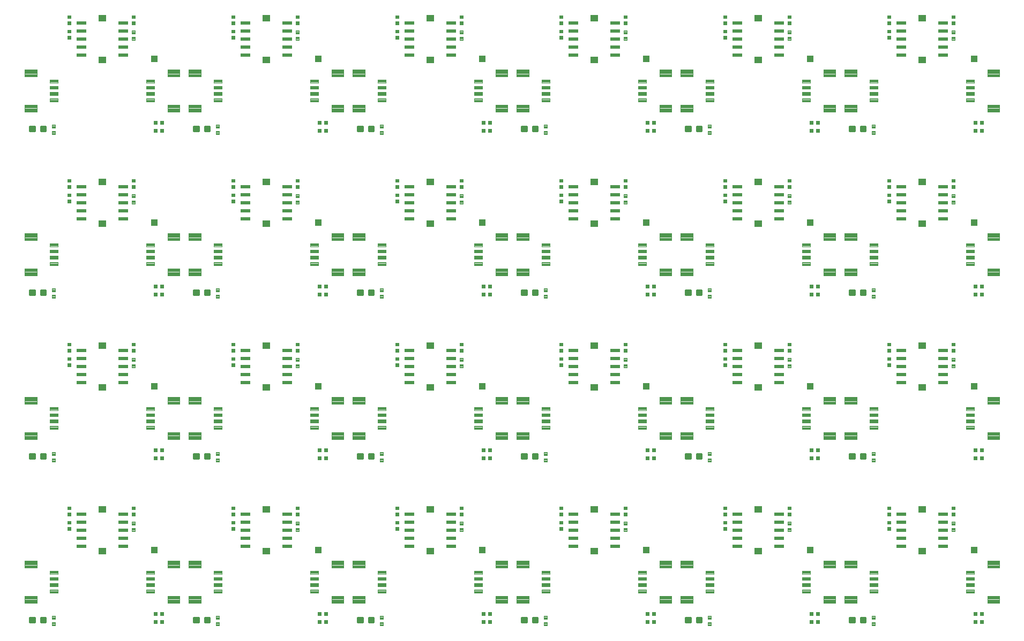
<source format=gtp>
G04 EAGLE Gerber RS-274X export*
G75*
%MOMM*%
%FSLAX34Y34*%
%LPD*%
%INSolderpaste Top*%
%IPPOS*%
%AMOC8*
5,1,8,0,0,1.08239X$1,22.5*%
G01*
%ADD10R,1.079500X1.079500*%
%ADD11C,0.102000*%
%ADD12C,0.096000*%
%ADD13C,0.300000*%
%ADD14R,1.524000X0.508000*%
%ADD15R,1.270000X1.016000*%


D10*
X209233Y177483D03*
X468313Y177483D03*
X727393Y177483D03*
X986473Y177483D03*
X1245553Y177483D03*
X1504633Y177483D03*
X209233Y436563D03*
X468313Y436563D03*
X727393Y436563D03*
X986473Y436563D03*
X1245553Y436563D03*
X1504633Y436563D03*
X209233Y695643D03*
X468313Y695643D03*
X727393Y695643D03*
X986473Y695643D03*
X1245553Y695643D03*
X1504633Y695643D03*
X209233Y954723D03*
X468313Y954723D03*
X727393Y954723D03*
X986473Y954723D03*
X1245553Y954723D03*
X1504633Y954723D03*
D11*
X213390Y73710D02*
X208410Y73710D01*
X208410Y78690D01*
X213390Y78690D01*
X213390Y73710D01*
X213390Y74679D02*
X208410Y74679D01*
X208410Y75648D02*
X213390Y75648D01*
X213390Y76617D02*
X208410Y76617D01*
X208410Y77586D02*
X213390Y77586D01*
X213390Y78555D02*
X208410Y78555D01*
X218410Y73710D02*
X223390Y73710D01*
X218410Y73710D02*
X218410Y78690D01*
X223390Y78690D01*
X223390Y73710D01*
X223390Y74679D02*
X218410Y74679D01*
X218410Y75648D02*
X223390Y75648D01*
X223390Y76617D02*
X218410Y76617D01*
X218410Y77586D02*
X223390Y77586D01*
X223390Y78555D02*
X218410Y78555D01*
X213390Y61010D02*
X208410Y61010D01*
X208410Y65990D01*
X213390Y65990D01*
X213390Y61010D01*
X213390Y61979D02*
X208410Y61979D01*
X208410Y62948D02*
X213390Y62948D01*
X213390Y63917D02*
X208410Y63917D01*
X208410Y64886D02*
X213390Y64886D01*
X213390Y65855D02*
X208410Y65855D01*
X218410Y61010D02*
X223390Y61010D01*
X218410Y61010D02*
X218410Y65990D01*
X223390Y65990D01*
X223390Y61010D01*
X223390Y61979D02*
X218410Y61979D01*
X218410Y62948D02*
X223390Y62948D01*
X223390Y63917D02*
X218410Y63917D01*
X218410Y64886D02*
X223390Y64886D01*
X223390Y65855D02*
X218410Y65855D01*
D12*
X4530Y149480D02*
X4530Y160520D01*
X23570Y160520D01*
X23570Y149480D01*
X4530Y149480D01*
X4530Y150392D02*
X23570Y150392D01*
X23570Y151304D02*
X4530Y151304D01*
X4530Y152216D02*
X23570Y152216D01*
X23570Y153128D02*
X4530Y153128D01*
X4530Y154040D02*
X23570Y154040D01*
X23570Y154952D02*
X4530Y154952D01*
X4530Y155864D02*
X23570Y155864D01*
X23570Y156776D02*
X4530Y156776D01*
X4530Y157688D02*
X23570Y157688D01*
X23570Y158600D02*
X4530Y158600D01*
X4530Y159512D02*
X23570Y159512D01*
X23570Y160424D02*
X4530Y160424D01*
X4530Y104520D02*
X4530Y93480D01*
X4530Y104520D02*
X23570Y104520D01*
X23570Y93480D01*
X4530Y93480D01*
X4530Y94392D02*
X23570Y94392D01*
X23570Y95304D02*
X4530Y95304D01*
X4530Y96216D02*
X23570Y96216D01*
X23570Y97128D02*
X4530Y97128D01*
X4530Y98040D02*
X23570Y98040D01*
X23570Y98952D02*
X4530Y98952D01*
X4530Y99864D02*
X23570Y99864D01*
X23570Y100776D02*
X4530Y100776D01*
X4530Y101688D02*
X23570Y101688D01*
X23570Y102600D02*
X4530Y102600D01*
X4530Y103512D02*
X23570Y103512D01*
X23570Y104424D02*
X4530Y104424D01*
D11*
X44560Y139510D02*
X44560Y144490D01*
X57040Y144490D01*
X57040Y139510D01*
X44560Y139510D01*
X44560Y140479D02*
X57040Y140479D01*
X57040Y141448D02*
X44560Y141448D01*
X44560Y142417D02*
X57040Y142417D01*
X57040Y143386D02*
X44560Y143386D01*
X44560Y144355D02*
X57040Y144355D01*
X44560Y134490D02*
X44560Y129510D01*
X44560Y134490D02*
X57040Y134490D01*
X57040Y129510D01*
X44560Y129510D01*
X44560Y130479D02*
X57040Y130479D01*
X57040Y131448D02*
X44560Y131448D01*
X44560Y132417D02*
X57040Y132417D01*
X57040Y133386D02*
X44560Y133386D01*
X44560Y134355D02*
X57040Y134355D01*
X44560Y124490D02*
X44560Y119510D01*
X44560Y124490D02*
X57040Y124490D01*
X57040Y119510D01*
X44560Y119510D01*
X44560Y120479D02*
X57040Y120479D01*
X57040Y121448D02*
X44560Y121448D01*
X44560Y122417D02*
X57040Y122417D01*
X57040Y123386D02*
X44560Y123386D01*
X44560Y124355D02*
X57040Y124355D01*
X44560Y114490D02*
X44560Y109510D01*
X44560Y114490D02*
X57040Y114490D01*
X57040Y109510D01*
X44560Y109510D01*
X44560Y110479D02*
X57040Y110479D01*
X57040Y111448D02*
X44560Y111448D01*
X44560Y112417D02*
X57040Y112417D01*
X57040Y113386D02*
X44560Y113386D01*
X44560Y114355D02*
X57040Y114355D01*
X72186Y218410D02*
X72186Y223390D01*
X77166Y223390D01*
X77166Y218410D01*
X72186Y218410D01*
X72186Y219379D02*
X77166Y219379D01*
X77166Y220348D02*
X72186Y220348D01*
X72186Y221317D02*
X77166Y221317D01*
X77166Y222286D02*
X72186Y222286D01*
X72186Y223255D02*
X77166Y223255D01*
X72186Y213390D02*
X72186Y208410D01*
X72186Y213390D02*
X77166Y213390D01*
X77166Y208410D01*
X72186Y208410D01*
X72186Y209379D02*
X77166Y209379D01*
X77166Y210348D02*
X72186Y210348D01*
X72186Y211317D02*
X77166Y211317D01*
X77166Y212286D02*
X72186Y212286D01*
X72186Y213255D02*
X77166Y213255D01*
D13*
X20130Y70048D02*
X20130Y63048D01*
X13130Y63048D01*
X13130Y70048D01*
X20130Y70048D01*
X20130Y65898D02*
X13130Y65898D01*
X13130Y68748D02*
X20130Y68748D01*
X37670Y70048D02*
X37670Y63048D01*
X30670Y63048D01*
X30670Y70048D01*
X37670Y70048D01*
X37670Y65898D02*
X30670Y65898D01*
X30670Y68748D02*
X37670Y68748D01*
D11*
X52782Y63022D02*
X52782Y58042D01*
X47802Y58042D01*
X47802Y63022D01*
X52782Y63022D01*
X52782Y59011D02*
X47802Y59011D01*
X47802Y59980D02*
X52782Y59980D01*
X52782Y60949D02*
X47802Y60949D01*
X47802Y61918D02*
X52782Y61918D01*
X52782Y62887D02*
X47802Y62887D01*
X52782Y68042D02*
X52782Y73022D01*
X52782Y68042D02*
X47802Y68042D01*
X47802Y73022D01*
X52782Y73022D01*
X52782Y69011D02*
X47802Y69011D01*
X47802Y69980D02*
X52782Y69980D01*
X52782Y70949D02*
X47802Y70949D01*
X47802Y71918D02*
X52782Y71918D01*
X52782Y72887D02*
X47802Y72887D01*
X77166Y231270D02*
X77166Y236250D01*
X77166Y231270D02*
X72186Y231270D01*
X72186Y236250D01*
X77166Y236250D01*
X77166Y232239D02*
X72186Y232239D01*
X72186Y233208D02*
X77166Y233208D01*
X77166Y234177D02*
X72186Y234177D01*
X72186Y235146D02*
X77166Y235146D01*
X77166Y236115D02*
X72186Y236115D01*
X77166Y241270D02*
X77166Y246250D01*
X77166Y241270D02*
X72186Y241270D01*
X72186Y246250D01*
X77166Y246250D01*
X77166Y242239D02*
X72186Y242239D01*
X72186Y243208D02*
X77166Y243208D01*
X77166Y244177D02*
X72186Y244177D01*
X72186Y245146D02*
X77166Y245146D01*
X77166Y246115D02*
X72186Y246115D01*
X174040Y222120D02*
X174040Y217140D01*
X174040Y222120D02*
X179020Y222120D01*
X179020Y217140D01*
X174040Y217140D01*
X174040Y218109D02*
X179020Y218109D01*
X179020Y219078D02*
X174040Y219078D01*
X174040Y220047D02*
X179020Y220047D01*
X179020Y221016D02*
X174040Y221016D01*
X174040Y221985D02*
X179020Y221985D01*
X174040Y212120D02*
X174040Y207140D01*
X174040Y212120D02*
X179020Y212120D01*
X179020Y207140D01*
X174040Y207140D01*
X174040Y208109D02*
X179020Y208109D01*
X179020Y209078D02*
X174040Y209078D01*
X174040Y210047D02*
X179020Y210047D01*
X179020Y211016D02*
X174040Y211016D01*
X174040Y211985D02*
X179020Y211985D01*
X179020Y231270D02*
X179020Y236250D01*
X179020Y231270D02*
X174040Y231270D01*
X174040Y236250D01*
X179020Y236250D01*
X179020Y232239D02*
X174040Y232239D01*
X174040Y233208D02*
X179020Y233208D01*
X179020Y234177D02*
X174040Y234177D01*
X174040Y235146D02*
X179020Y235146D01*
X179020Y236115D02*
X174040Y236115D01*
X179020Y241270D02*
X179020Y246250D01*
X179020Y241270D02*
X174040Y241270D01*
X174040Y246250D01*
X179020Y246250D01*
X179020Y242239D02*
X174040Y242239D01*
X174040Y243208D02*
X179020Y243208D01*
X179020Y244177D02*
X174040Y244177D01*
X174040Y245146D02*
X179020Y245146D01*
X179020Y246115D02*
X174040Y246115D01*
D14*
X93980Y233680D03*
X93980Y220980D03*
X93980Y208280D03*
X93980Y195580D03*
X93980Y182880D03*
X160020Y182880D03*
X160020Y195580D03*
X160020Y208280D03*
X160020Y220980D03*
X160020Y233680D03*
D15*
X127000Y241300D03*
X127000Y175260D03*
D12*
X249470Y104520D02*
X249470Y93480D01*
X230430Y93480D01*
X230430Y104520D01*
X249470Y104520D01*
X249470Y94392D02*
X230430Y94392D01*
X230430Y95304D02*
X249470Y95304D01*
X249470Y96216D02*
X230430Y96216D01*
X230430Y97128D02*
X249470Y97128D01*
X249470Y98040D02*
X230430Y98040D01*
X230430Y98952D02*
X249470Y98952D01*
X249470Y99864D02*
X230430Y99864D01*
X230430Y100776D02*
X249470Y100776D01*
X249470Y101688D02*
X230430Y101688D01*
X230430Y102600D02*
X249470Y102600D01*
X249470Y103512D02*
X230430Y103512D01*
X230430Y104424D02*
X249470Y104424D01*
X249470Y149480D02*
X249470Y160520D01*
X249470Y149480D02*
X230430Y149480D01*
X230430Y160520D01*
X249470Y160520D01*
X249470Y150392D02*
X230430Y150392D01*
X230430Y151304D02*
X249470Y151304D01*
X249470Y152216D02*
X230430Y152216D01*
X230430Y153128D02*
X249470Y153128D01*
X249470Y154040D02*
X230430Y154040D01*
X230430Y154952D02*
X249470Y154952D01*
X249470Y155864D02*
X230430Y155864D01*
X230430Y156776D02*
X249470Y156776D01*
X249470Y157688D02*
X230430Y157688D01*
X230430Y158600D02*
X249470Y158600D01*
X249470Y159512D02*
X230430Y159512D01*
X230430Y160424D02*
X249470Y160424D01*
D11*
X209440Y114490D02*
X209440Y109510D01*
X196960Y109510D01*
X196960Y114490D01*
X209440Y114490D01*
X209440Y110479D02*
X196960Y110479D01*
X196960Y111448D02*
X209440Y111448D01*
X209440Y112417D02*
X196960Y112417D01*
X196960Y113386D02*
X209440Y113386D01*
X209440Y114355D02*
X196960Y114355D01*
X209440Y119510D02*
X209440Y124490D01*
X209440Y119510D02*
X196960Y119510D01*
X196960Y124490D01*
X209440Y124490D01*
X209440Y120479D02*
X196960Y120479D01*
X196960Y121448D02*
X209440Y121448D01*
X209440Y122417D02*
X196960Y122417D01*
X196960Y123386D02*
X209440Y123386D01*
X209440Y124355D02*
X196960Y124355D01*
X209440Y129510D02*
X209440Y134490D01*
X209440Y129510D02*
X196960Y129510D01*
X196960Y134490D01*
X209440Y134490D01*
X209440Y130479D02*
X196960Y130479D01*
X196960Y131448D02*
X209440Y131448D01*
X209440Y132417D02*
X196960Y132417D01*
X196960Y133386D02*
X209440Y133386D01*
X209440Y134355D02*
X196960Y134355D01*
X209440Y139510D02*
X209440Y144490D01*
X209440Y139510D02*
X196960Y139510D01*
X196960Y144490D01*
X209440Y144490D01*
X209440Y140479D02*
X196960Y140479D01*
X196960Y141448D02*
X209440Y141448D01*
X209440Y142417D02*
X196960Y142417D01*
X196960Y143386D02*
X209440Y143386D01*
X209440Y144355D02*
X196960Y144355D01*
X467490Y73710D02*
X472470Y73710D01*
X467490Y73710D02*
X467490Y78690D01*
X472470Y78690D01*
X472470Y73710D01*
X472470Y74679D02*
X467490Y74679D01*
X467490Y75648D02*
X472470Y75648D01*
X472470Y76617D02*
X467490Y76617D01*
X467490Y77586D02*
X472470Y77586D01*
X472470Y78555D02*
X467490Y78555D01*
X477490Y73710D02*
X482470Y73710D01*
X477490Y73710D02*
X477490Y78690D01*
X482470Y78690D01*
X482470Y73710D01*
X482470Y74679D02*
X477490Y74679D01*
X477490Y75648D02*
X482470Y75648D01*
X482470Y76617D02*
X477490Y76617D01*
X477490Y77586D02*
X482470Y77586D01*
X482470Y78555D02*
X477490Y78555D01*
X472470Y61010D02*
X467490Y61010D01*
X467490Y65990D01*
X472470Y65990D01*
X472470Y61010D01*
X472470Y61979D02*
X467490Y61979D01*
X467490Y62948D02*
X472470Y62948D01*
X472470Y63917D02*
X467490Y63917D01*
X467490Y64886D02*
X472470Y64886D01*
X472470Y65855D02*
X467490Y65855D01*
X477490Y61010D02*
X482470Y61010D01*
X477490Y61010D02*
X477490Y65990D01*
X482470Y65990D01*
X482470Y61010D01*
X482470Y61979D02*
X477490Y61979D01*
X477490Y62948D02*
X482470Y62948D01*
X482470Y63917D02*
X477490Y63917D01*
X477490Y64886D02*
X482470Y64886D01*
X482470Y65855D02*
X477490Y65855D01*
D12*
X263610Y149480D02*
X263610Y160520D01*
X282650Y160520D01*
X282650Y149480D01*
X263610Y149480D01*
X263610Y150392D02*
X282650Y150392D01*
X282650Y151304D02*
X263610Y151304D01*
X263610Y152216D02*
X282650Y152216D01*
X282650Y153128D02*
X263610Y153128D01*
X263610Y154040D02*
X282650Y154040D01*
X282650Y154952D02*
X263610Y154952D01*
X263610Y155864D02*
X282650Y155864D01*
X282650Y156776D02*
X263610Y156776D01*
X263610Y157688D02*
X282650Y157688D01*
X282650Y158600D02*
X263610Y158600D01*
X263610Y159512D02*
X282650Y159512D01*
X282650Y160424D02*
X263610Y160424D01*
X263610Y104520D02*
X263610Y93480D01*
X263610Y104520D02*
X282650Y104520D01*
X282650Y93480D01*
X263610Y93480D01*
X263610Y94392D02*
X282650Y94392D01*
X282650Y95304D02*
X263610Y95304D01*
X263610Y96216D02*
X282650Y96216D01*
X282650Y97128D02*
X263610Y97128D01*
X263610Y98040D02*
X282650Y98040D01*
X282650Y98952D02*
X263610Y98952D01*
X263610Y99864D02*
X282650Y99864D01*
X282650Y100776D02*
X263610Y100776D01*
X263610Y101688D02*
X282650Y101688D01*
X282650Y102600D02*
X263610Y102600D01*
X263610Y103512D02*
X282650Y103512D01*
X282650Y104424D02*
X263610Y104424D01*
D11*
X303640Y139510D02*
X303640Y144490D01*
X316120Y144490D01*
X316120Y139510D01*
X303640Y139510D01*
X303640Y140479D02*
X316120Y140479D01*
X316120Y141448D02*
X303640Y141448D01*
X303640Y142417D02*
X316120Y142417D01*
X316120Y143386D02*
X303640Y143386D01*
X303640Y144355D02*
X316120Y144355D01*
X303640Y134490D02*
X303640Y129510D01*
X303640Y134490D02*
X316120Y134490D01*
X316120Y129510D01*
X303640Y129510D01*
X303640Y130479D02*
X316120Y130479D01*
X316120Y131448D02*
X303640Y131448D01*
X303640Y132417D02*
X316120Y132417D01*
X316120Y133386D02*
X303640Y133386D01*
X303640Y134355D02*
X316120Y134355D01*
X303640Y124490D02*
X303640Y119510D01*
X303640Y124490D02*
X316120Y124490D01*
X316120Y119510D01*
X303640Y119510D01*
X303640Y120479D02*
X316120Y120479D01*
X316120Y121448D02*
X303640Y121448D01*
X303640Y122417D02*
X316120Y122417D01*
X316120Y123386D02*
X303640Y123386D01*
X303640Y124355D02*
X316120Y124355D01*
X303640Y114490D02*
X303640Y109510D01*
X303640Y114490D02*
X316120Y114490D01*
X316120Y109510D01*
X303640Y109510D01*
X303640Y110479D02*
X316120Y110479D01*
X316120Y111448D02*
X303640Y111448D01*
X303640Y112417D02*
X316120Y112417D01*
X316120Y113386D02*
X303640Y113386D01*
X303640Y114355D02*
X316120Y114355D01*
X331266Y218410D02*
X331266Y223390D01*
X336246Y223390D01*
X336246Y218410D01*
X331266Y218410D01*
X331266Y219379D02*
X336246Y219379D01*
X336246Y220348D02*
X331266Y220348D01*
X331266Y221317D02*
X336246Y221317D01*
X336246Y222286D02*
X331266Y222286D01*
X331266Y223255D02*
X336246Y223255D01*
X331266Y213390D02*
X331266Y208410D01*
X331266Y213390D02*
X336246Y213390D01*
X336246Y208410D01*
X331266Y208410D01*
X331266Y209379D02*
X336246Y209379D01*
X336246Y210348D02*
X331266Y210348D01*
X331266Y211317D02*
X336246Y211317D01*
X336246Y212286D02*
X331266Y212286D01*
X331266Y213255D02*
X336246Y213255D01*
D13*
X279210Y70048D02*
X279210Y63048D01*
X272210Y63048D01*
X272210Y70048D01*
X279210Y70048D01*
X279210Y65898D02*
X272210Y65898D01*
X272210Y68748D02*
X279210Y68748D01*
X296750Y70048D02*
X296750Y63048D01*
X289750Y63048D01*
X289750Y70048D01*
X296750Y70048D01*
X296750Y65898D02*
X289750Y65898D01*
X289750Y68748D02*
X296750Y68748D01*
D11*
X311862Y63022D02*
X311862Y58042D01*
X306882Y58042D01*
X306882Y63022D01*
X311862Y63022D01*
X311862Y59011D02*
X306882Y59011D01*
X306882Y59980D02*
X311862Y59980D01*
X311862Y60949D02*
X306882Y60949D01*
X306882Y61918D02*
X311862Y61918D01*
X311862Y62887D02*
X306882Y62887D01*
X311862Y68042D02*
X311862Y73022D01*
X311862Y68042D02*
X306882Y68042D01*
X306882Y73022D01*
X311862Y73022D01*
X311862Y69011D02*
X306882Y69011D01*
X306882Y69980D02*
X311862Y69980D01*
X311862Y70949D02*
X306882Y70949D01*
X306882Y71918D02*
X311862Y71918D01*
X311862Y72887D02*
X306882Y72887D01*
X336246Y231270D02*
X336246Y236250D01*
X336246Y231270D02*
X331266Y231270D01*
X331266Y236250D01*
X336246Y236250D01*
X336246Y232239D02*
X331266Y232239D01*
X331266Y233208D02*
X336246Y233208D01*
X336246Y234177D02*
X331266Y234177D01*
X331266Y235146D02*
X336246Y235146D01*
X336246Y236115D02*
X331266Y236115D01*
X336246Y241270D02*
X336246Y246250D01*
X336246Y241270D02*
X331266Y241270D01*
X331266Y246250D01*
X336246Y246250D01*
X336246Y242239D02*
X331266Y242239D01*
X331266Y243208D02*
X336246Y243208D01*
X336246Y244177D02*
X331266Y244177D01*
X331266Y245146D02*
X336246Y245146D01*
X336246Y246115D02*
X331266Y246115D01*
X433120Y222120D02*
X433120Y217140D01*
X433120Y222120D02*
X438100Y222120D01*
X438100Y217140D01*
X433120Y217140D01*
X433120Y218109D02*
X438100Y218109D01*
X438100Y219078D02*
X433120Y219078D01*
X433120Y220047D02*
X438100Y220047D01*
X438100Y221016D02*
X433120Y221016D01*
X433120Y221985D02*
X438100Y221985D01*
X433120Y212120D02*
X433120Y207140D01*
X433120Y212120D02*
X438100Y212120D01*
X438100Y207140D01*
X433120Y207140D01*
X433120Y208109D02*
X438100Y208109D01*
X438100Y209078D02*
X433120Y209078D01*
X433120Y210047D02*
X438100Y210047D01*
X438100Y211016D02*
X433120Y211016D01*
X433120Y211985D02*
X438100Y211985D01*
X438100Y231270D02*
X438100Y236250D01*
X438100Y231270D02*
X433120Y231270D01*
X433120Y236250D01*
X438100Y236250D01*
X438100Y232239D02*
X433120Y232239D01*
X433120Y233208D02*
X438100Y233208D01*
X438100Y234177D02*
X433120Y234177D01*
X433120Y235146D02*
X438100Y235146D01*
X438100Y236115D02*
X433120Y236115D01*
X438100Y241270D02*
X438100Y246250D01*
X438100Y241270D02*
X433120Y241270D01*
X433120Y246250D01*
X438100Y246250D01*
X438100Y242239D02*
X433120Y242239D01*
X433120Y243208D02*
X438100Y243208D01*
X438100Y244177D02*
X433120Y244177D01*
X433120Y245146D02*
X438100Y245146D01*
X438100Y246115D02*
X433120Y246115D01*
D14*
X353060Y233680D03*
X353060Y220980D03*
X353060Y208280D03*
X353060Y195580D03*
X353060Y182880D03*
X419100Y182880D03*
X419100Y195580D03*
X419100Y208280D03*
X419100Y220980D03*
X419100Y233680D03*
D15*
X386080Y241300D03*
X386080Y175260D03*
D12*
X508550Y104520D02*
X508550Y93480D01*
X489510Y93480D01*
X489510Y104520D01*
X508550Y104520D01*
X508550Y94392D02*
X489510Y94392D01*
X489510Y95304D02*
X508550Y95304D01*
X508550Y96216D02*
X489510Y96216D01*
X489510Y97128D02*
X508550Y97128D01*
X508550Y98040D02*
X489510Y98040D01*
X489510Y98952D02*
X508550Y98952D01*
X508550Y99864D02*
X489510Y99864D01*
X489510Y100776D02*
X508550Y100776D01*
X508550Y101688D02*
X489510Y101688D01*
X489510Y102600D02*
X508550Y102600D01*
X508550Y103512D02*
X489510Y103512D01*
X489510Y104424D02*
X508550Y104424D01*
X508550Y149480D02*
X508550Y160520D01*
X508550Y149480D02*
X489510Y149480D01*
X489510Y160520D01*
X508550Y160520D01*
X508550Y150392D02*
X489510Y150392D01*
X489510Y151304D02*
X508550Y151304D01*
X508550Y152216D02*
X489510Y152216D01*
X489510Y153128D02*
X508550Y153128D01*
X508550Y154040D02*
X489510Y154040D01*
X489510Y154952D02*
X508550Y154952D01*
X508550Y155864D02*
X489510Y155864D01*
X489510Y156776D02*
X508550Y156776D01*
X508550Y157688D02*
X489510Y157688D01*
X489510Y158600D02*
X508550Y158600D01*
X508550Y159512D02*
X489510Y159512D01*
X489510Y160424D02*
X508550Y160424D01*
D11*
X468520Y114490D02*
X468520Y109510D01*
X456040Y109510D01*
X456040Y114490D01*
X468520Y114490D01*
X468520Y110479D02*
X456040Y110479D01*
X456040Y111448D02*
X468520Y111448D01*
X468520Y112417D02*
X456040Y112417D01*
X456040Y113386D02*
X468520Y113386D01*
X468520Y114355D02*
X456040Y114355D01*
X468520Y119510D02*
X468520Y124490D01*
X468520Y119510D02*
X456040Y119510D01*
X456040Y124490D01*
X468520Y124490D01*
X468520Y120479D02*
X456040Y120479D01*
X456040Y121448D02*
X468520Y121448D01*
X468520Y122417D02*
X456040Y122417D01*
X456040Y123386D02*
X468520Y123386D01*
X468520Y124355D02*
X456040Y124355D01*
X468520Y129510D02*
X468520Y134490D01*
X468520Y129510D02*
X456040Y129510D01*
X456040Y134490D01*
X468520Y134490D01*
X468520Y130479D02*
X456040Y130479D01*
X456040Y131448D02*
X468520Y131448D01*
X468520Y132417D02*
X456040Y132417D01*
X456040Y133386D02*
X468520Y133386D01*
X468520Y134355D02*
X456040Y134355D01*
X468520Y139510D02*
X468520Y144490D01*
X468520Y139510D02*
X456040Y139510D01*
X456040Y144490D01*
X468520Y144490D01*
X468520Y140479D02*
X456040Y140479D01*
X456040Y141448D02*
X468520Y141448D01*
X468520Y142417D02*
X456040Y142417D01*
X456040Y143386D02*
X468520Y143386D01*
X468520Y144355D02*
X456040Y144355D01*
X726570Y73710D02*
X731550Y73710D01*
X726570Y73710D02*
X726570Y78690D01*
X731550Y78690D01*
X731550Y73710D01*
X731550Y74679D02*
X726570Y74679D01*
X726570Y75648D02*
X731550Y75648D01*
X731550Y76617D02*
X726570Y76617D01*
X726570Y77586D02*
X731550Y77586D01*
X731550Y78555D02*
X726570Y78555D01*
X736570Y73710D02*
X741550Y73710D01*
X736570Y73710D02*
X736570Y78690D01*
X741550Y78690D01*
X741550Y73710D01*
X741550Y74679D02*
X736570Y74679D01*
X736570Y75648D02*
X741550Y75648D01*
X741550Y76617D02*
X736570Y76617D01*
X736570Y77586D02*
X741550Y77586D01*
X741550Y78555D02*
X736570Y78555D01*
X731550Y61010D02*
X726570Y61010D01*
X726570Y65990D01*
X731550Y65990D01*
X731550Y61010D01*
X731550Y61979D02*
X726570Y61979D01*
X726570Y62948D02*
X731550Y62948D01*
X731550Y63917D02*
X726570Y63917D01*
X726570Y64886D02*
X731550Y64886D01*
X731550Y65855D02*
X726570Y65855D01*
X736570Y61010D02*
X741550Y61010D01*
X736570Y61010D02*
X736570Y65990D01*
X741550Y65990D01*
X741550Y61010D01*
X741550Y61979D02*
X736570Y61979D01*
X736570Y62948D02*
X741550Y62948D01*
X741550Y63917D02*
X736570Y63917D01*
X736570Y64886D02*
X741550Y64886D01*
X741550Y65855D02*
X736570Y65855D01*
D12*
X522690Y149480D02*
X522690Y160520D01*
X541730Y160520D01*
X541730Y149480D01*
X522690Y149480D01*
X522690Y150392D02*
X541730Y150392D01*
X541730Y151304D02*
X522690Y151304D01*
X522690Y152216D02*
X541730Y152216D01*
X541730Y153128D02*
X522690Y153128D01*
X522690Y154040D02*
X541730Y154040D01*
X541730Y154952D02*
X522690Y154952D01*
X522690Y155864D02*
X541730Y155864D01*
X541730Y156776D02*
X522690Y156776D01*
X522690Y157688D02*
X541730Y157688D01*
X541730Y158600D02*
X522690Y158600D01*
X522690Y159512D02*
X541730Y159512D01*
X541730Y160424D02*
X522690Y160424D01*
X522690Y104520D02*
X522690Y93480D01*
X522690Y104520D02*
X541730Y104520D01*
X541730Y93480D01*
X522690Y93480D01*
X522690Y94392D02*
X541730Y94392D01*
X541730Y95304D02*
X522690Y95304D01*
X522690Y96216D02*
X541730Y96216D01*
X541730Y97128D02*
X522690Y97128D01*
X522690Y98040D02*
X541730Y98040D01*
X541730Y98952D02*
X522690Y98952D01*
X522690Y99864D02*
X541730Y99864D01*
X541730Y100776D02*
X522690Y100776D01*
X522690Y101688D02*
X541730Y101688D01*
X541730Y102600D02*
X522690Y102600D01*
X522690Y103512D02*
X541730Y103512D01*
X541730Y104424D02*
X522690Y104424D01*
D11*
X562720Y139510D02*
X562720Y144490D01*
X575200Y144490D01*
X575200Y139510D01*
X562720Y139510D01*
X562720Y140479D02*
X575200Y140479D01*
X575200Y141448D02*
X562720Y141448D01*
X562720Y142417D02*
X575200Y142417D01*
X575200Y143386D02*
X562720Y143386D01*
X562720Y144355D02*
X575200Y144355D01*
X562720Y134490D02*
X562720Y129510D01*
X562720Y134490D02*
X575200Y134490D01*
X575200Y129510D01*
X562720Y129510D01*
X562720Y130479D02*
X575200Y130479D01*
X575200Y131448D02*
X562720Y131448D01*
X562720Y132417D02*
X575200Y132417D01*
X575200Y133386D02*
X562720Y133386D01*
X562720Y134355D02*
X575200Y134355D01*
X562720Y124490D02*
X562720Y119510D01*
X562720Y124490D02*
X575200Y124490D01*
X575200Y119510D01*
X562720Y119510D01*
X562720Y120479D02*
X575200Y120479D01*
X575200Y121448D02*
X562720Y121448D01*
X562720Y122417D02*
X575200Y122417D01*
X575200Y123386D02*
X562720Y123386D01*
X562720Y124355D02*
X575200Y124355D01*
X562720Y114490D02*
X562720Y109510D01*
X562720Y114490D02*
X575200Y114490D01*
X575200Y109510D01*
X562720Y109510D01*
X562720Y110479D02*
X575200Y110479D01*
X575200Y111448D02*
X562720Y111448D01*
X562720Y112417D02*
X575200Y112417D01*
X575200Y113386D02*
X562720Y113386D01*
X562720Y114355D02*
X575200Y114355D01*
X590346Y218410D02*
X590346Y223390D01*
X595326Y223390D01*
X595326Y218410D01*
X590346Y218410D01*
X590346Y219379D02*
X595326Y219379D01*
X595326Y220348D02*
X590346Y220348D01*
X590346Y221317D02*
X595326Y221317D01*
X595326Y222286D02*
X590346Y222286D01*
X590346Y223255D02*
X595326Y223255D01*
X590346Y213390D02*
X590346Y208410D01*
X590346Y213390D02*
X595326Y213390D01*
X595326Y208410D01*
X590346Y208410D01*
X590346Y209379D02*
X595326Y209379D01*
X595326Y210348D02*
X590346Y210348D01*
X590346Y211317D02*
X595326Y211317D01*
X595326Y212286D02*
X590346Y212286D01*
X590346Y213255D02*
X595326Y213255D01*
D13*
X538290Y70048D02*
X538290Y63048D01*
X531290Y63048D01*
X531290Y70048D01*
X538290Y70048D01*
X538290Y65898D02*
X531290Y65898D01*
X531290Y68748D02*
X538290Y68748D01*
X555830Y70048D02*
X555830Y63048D01*
X548830Y63048D01*
X548830Y70048D01*
X555830Y70048D01*
X555830Y65898D02*
X548830Y65898D01*
X548830Y68748D02*
X555830Y68748D01*
D11*
X570942Y63022D02*
X570942Y58042D01*
X565962Y58042D01*
X565962Y63022D01*
X570942Y63022D01*
X570942Y59011D02*
X565962Y59011D01*
X565962Y59980D02*
X570942Y59980D01*
X570942Y60949D02*
X565962Y60949D01*
X565962Y61918D02*
X570942Y61918D01*
X570942Y62887D02*
X565962Y62887D01*
X570942Y68042D02*
X570942Y73022D01*
X570942Y68042D02*
X565962Y68042D01*
X565962Y73022D01*
X570942Y73022D01*
X570942Y69011D02*
X565962Y69011D01*
X565962Y69980D02*
X570942Y69980D01*
X570942Y70949D02*
X565962Y70949D01*
X565962Y71918D02*
X570942Y71918D01*
X570942Y72887D02*
X565962Y72887D01*
X595326Y231270D02*
X595326Y236250D01*
X595326Y231270D02*
X590346Y231270D01*
X590346Y236250D01*
X595326Y236250D01*
X595326Y232239D02*
X590346Y232239D01*
X590346Y233208D02*
X595326Y233208D01*
X595326Y234177D02*
X590346Y234177D01*
X590346Y235146D02*
X595326Y235146D01*
X595326Y236115D02*
X590346Y236115D01*
X595326Y241270D02*
X595326Y246250D01*
X595326Y241270D02*
X590346Y241270D01*
X590346Y246250D01*
X595326Y246250D01*
X595326Y242239D02*
X590346Y242239D01*
X590346Y243208D02*
X595326Y243208D01*
X595326Y244177D02*
X590346Y244177D01*
X590346Y245146D02*
X595326Y245146D01*
X595326Y246115D02*
X590346Y246115D01*
X692200Y222120D02*
X692200Y217140D01*
X692200Y222120D02*
X697180Y222120D01*
X697180Y217140D01*
X692200Y217140D01*
X692200Y218109D02*
X697180Y218109D01*
X697180Y219078D02*
X692200Y219078D01*
X692200Y220047D02*
X697180Y220047D01*
X697180Y221016D02*
X692200Y221016D01*
X692200Y221985D02*
X697180Y221985D01*
X692200Y212120D02*
X692200Y207140D01*
X692200Y212120D02*
X697180Y212120D01*
X697180Y207140D01*
X692200Y207140D01*
X692200Y208109D02*
X697180Y208109D01*
X697180Y209078D02*
X692200Y209078D01*
X692200Y210047D02*
X697180Y210047D01*
X697180Y211016D02*
X692200Y211016D01*
X692200Y211985D02*
X697180Y211985D01*
X697180Y231270D02*
X697180Y236250D01*
X697180Y231270D02*
X692200Y231270D01*
X692200Y236250D01*
X697180Y236250D01*
X697180Y232239D02*
X692200Y232239D01*
X692200Y233208D02*
X697180Y233208D01*
X697180Y234177D02*
X692200Y234177D01*
X692200Y235146D02*
X697180Y235146D01*
X697180Y236115D02*
X692200Y236115D01*
X697180Y241270D02*
X697180Y246250D01*
X697180Y241270D02*
X692200Y241270D01*
X692200Y246250D01*
X697180Y246250D01*
X697180Y242239D02*
X692200Y242239D01*
X692200Y243208D02*
X697180Y243208D01*
X697180Y244177D02*
X692200Y244177D01*
X692200Y245146D02*
X697180Y245146D01*
X697180Y246115D02*
X692200Y246115D01*
D14*
X612140Y233680D03*
X612140Y220980D03*
X612140Y208280D03*
X612140Y195580D03*
X612140Y182880D03*
X678180Y182880D03*
X678180Y195580D03*
X678180Y208280D03*
X678180Y220980D03*
X678180Y233680D03*
D15*
X645160Y241300D03*
X645160Y175260D03*
D12*
X767630Y104520D02*
X767630Y93480D01*
X748590Y93480D01*
X748590Y104520D01*
X767630Y104520D01*
X767630Y94392D02*
X748590Y94392D01*
X748590Y95304D02*
X767630Y95304D01*
X767630Y96216D02*
X748590Y96216D01*
X748590Y97128D02*
X767630Y97128D01*
X767630Y98040D02*
X748590Y98040D01*
X748590Y98952D02*
X767630Y98952D01*
X767630Y99864D02*
X748590Y99864D01*
X748590Y100776D02*
X767630Y100776D01*
X767630Y101688D02*
X748590Y101688D01*
X748590Y102600D02*
X767630Y102600D01*
X767630Y103512D02*
X748590Y103512D01*
X748590Y104424D02*
X767630Y104424D01*
X767630Y149480D02*
X767630Y160520D01*
X767630Y149480D02*
X748590Y149480D01*
X748590Y160520D01*
X767630Y160520D01*
X767630Y150392D02*
X748590Y150392D01*
X748590Y151304D02*
X767630Y151304D01*
X767630Y152216D02*
X748590Y152216D01*
X748590Y153128D02*
X767630Y153128D01*
X767630Y154040D02*
X748590Y154040D01*
X748590Y154952D02*
X767630Y154952D01*
X767630Y155864D02*
X748590Y155864D01*
X748590Y156776D02*
X767630Y156776D01*
X767630Y157688D02*
X748590Y157688D01*
X748590Y158600D02*
X767630Y158600D01*
X767630Y159512D02*
X748590Y159512D01*
X748590Y160424D02*
X767630Y160424D01*
D11*
X727600Y114490D02*
X727600Y109510D01*
X715120Y109510D01*
X715120Y114490D01*
X727600Y114490D01*
X727600Y110479D02*
X715120Y110479D01*
X715120Y111448D02*
X727600Y111448D01*
X727600Y112417D02*
X715120Y112417D01*
X715120Y113386D02*
X727600Y113386D01*
X727600Y114355D02*
X715120Y114355D01*
X727600Y119510D02*
X727600Y124490D01*
X727600Y119510D02*
X715120Y119510D01*
X715120Y124490D01*
X727600Y124490D01*
X727600Y120479D02*
X715120Y120479D01*
X715120Y121448D02*
X727600Y121448D01*
X727600Y122417D02*
X715120Y122417D01*
X715120Y123386D02*
X727600Y123386D01*
X727600Y124355D02*
X715120Y124355D01*
X727600Y129510D02*
X727600Y134490D01*
X727600Y129510D02*
X715120Y129510D01*
X715120Y134490D01*
X727600Y134490D01*
X727600Y130479D02*
X715120Y130479D01*
X715120Y131448D02*
X727600Y131448D01*
X727600Y132417D02*
X715120Y132417D01*
X715120Y133386D02*
X727600Y133386D01*
X727600Y134355D02*
X715120Y134355D01*
X727600Y139510D02*
X727600Y144490D01*
X727600Y139510D02*
X715120Y139510D01*
X715120Y144490D01*
X727600Y144490D01*
X727600Y140479D02*
X715120Y140479D01*
X715120Y141448D02*
X727600Y141448D01*
X727600Y142417D02*
X715120Y142417D01*
X715120Y143386D02*
X727600Y143386D01*
X727600Y144355D02*
X715120Y144355D01*
X985650Y73710D02*
X990630Y73710D01*
X985650Y73710D02*
X985650Y78690D01*
X990630Y78690D01*
X990630Y73710D01*
X990630Y74679D02*
X985650Y74679D01*
X985650Y75648D02*
X990630Y75648D01*
X990630Y76617D02*
X985650Y76617D01*
X985650Y77586D02*
X990630Y77586D01*
X990630Y78555D02*
X985650Y78555D01*
X995650Y73710D02*
X1000630Y73710D01*
X995650Y73710D02*
X995650Y78690D01*
X1000630Y78690D01*
X1000630Y73710D01*
X1000630Y74679D02*
X995650Y74679D01*
X995650Y75648D02*
X1000630Y75648D01*
X1000630Y76617D02*
X995650Y76617D01*
X995650Y77586D02*
X1000630Y77586D01*
X1000630Y78555D02*
X995650Y78555D01*
X990630Y61010D02*
X985650Y61010D01*
X985650Y65990D01*
X990630Y65990D01*
X990630Y61010D01*
X990630Y61979D02*
X985650Y61979D01*
X985650Y62948D02*
X990630Y62948D01*
X990630Y63917D02*
X985650Y63917D01*
X985650Y64886D02*
X990630Y64886D01*
X990630Y65855D02*
X985650Y65855D01*
X995650Y61010D02*
X1000630Y61010D01*
X995650Y61010D02*
X995650Y65990D01*
X1000630Y65990D01*
X1000630Y61010D01*
X1000630Y61979D02*
X995650Y61979D01*
X995650Y62948D02*
X1000630Y62948D01*
X1000630Y63917D02*
X995650Y63917D01*
X995650Y64886D02*
X1000630Y64886D01*
X1000630Y65855D02*
X995650Y65855D01*
D12*
X781770Y149480D02*
X781770Y160520D01*
X800810Y160520D01*
X800810Y149480D01*
X781770Y149480D01*
X781770Y150392D02*
X800810Y150392D01*
X800810Y151304D02*
X781770Y151304D01*
X781770Y152216D02*
X800810Y152216D01*
X800810Y153128D02*
X781770Y153128D01*
X781770Y154040D02*
X800810Y154040D01*
X800810Y154952D02*
X781770Y154952D01*
X781770Y155864D02*
X800810Y155864D01*
X800810Y156776D02*
X781770Y156776D01*
X781770Y157688D02*
X800810Y157688D01*
X800810Y158600D02*
X781770Y158600D01*
X781770Y159512D02*
X800810Y159512D01*
X800810Y160424D02*
X781770Y160424D01*
X781770Y104520D02*
X781770Y93480D01*
X781770Y104520D02*
X800810Y104520D01*
X800810Y93480D01*
X781770Y93480D01*
X781770Y94392D02*
X800810Y94392D01*
X800810Y95304D02*
X781770Y95304D01*
X781770Y96216D02*
X800810Y96216D01*
X800810Y97128D02*
X781770Y97128D01*
X781770Y98040D02*
X800810Y98040D01*
X800810Y98952D02*
X781770Y98952D01*
X781770Y99864D02*
X800810Y99864D01*
X800810Y100776D02*
X781770Y100776D01*
X781770Y101688D02*
X800810Y101688D01*
X800810Y102600D02*
X781770Y102600D01*
X781770Y103512D02*
X800810Y103512D01*
X800810Y104424D02*
X781770Y104424D01*
D11*
X821800Y139510D02*
X821800Y144490D01*
X834280Y144490D01*
X834280Y139510D01*
X821800Y139510D01*
X821800Y140479D02*
X834280Y140479D01*
X834280Y141448D02*
X821800Y141448D01*
X821800Y142417D02*
X834280Y142417D01*
X834280Y143386D02*
X821800Y143386D01*
X821800Y144355D02*
X834280Y144355D01*
X821800Y134490D02*
X821800Y129510D01*
X821800Y134490D02*
X834280Y134490D01*
X834280Y129510D01*
X821800Y129510D01*
X821800Y130479D02*
X834280Y130479D01*
X834280Y131448D02*
X821800Y131448D01*
X821800Y132417D02*
X834280Y132417D01*
X834280Y133386D02*
X821800Y133386D01*
X821800Y134355D02*
X834280Y134355D01*
X821800Y124490D02*
X821800Y119510D01*
X821800Y124490D02*
X834280Y124490D01*
X834280Y119510D01*
X821800Y119510D01*
X821800Y120479D02*
X834280Y120479D01*
X834280Y121448D02*
X821800Y121448D01*
X821800Y122417D02*
X834280Y122417D01*
X834280Y123386D02*
X821800Y123386D01*
X821800Y124355D02*
X834280Y124355D01*
X821800Y114490D02*
X821800Y109510D01*
X821800Y114490D02*
X834280Y114490D01*
X834280Y109510D01*
X821800Y109510D01*
X821800Y110479D02*
X834280Y110479D01*
X834280Y111448D02*
X821800Y111448D01*
X821800Y112417D02*
X834280Y112417D01*
X834280Y113386D02*
X821800Y113386D01*
X821800Y114355D02*
X834280Y114355D01*
X849426Y218410D02*
X849426Y223390D01*
X854406Y223390D01*
X854406Y218410D01*
X849426Y218410D01*
X849426Y219379D02*
X854406Y219379D01*
X854406Y220348D02*
X849426Y220348D01*
X849426Y221317D02*
X854406Y221317D01*
X854406Y222286D02*
X849426Y222286D01*
X849426Y223255D02*
X854406Y223255D01*
X849426Y213390D02*
X849426Y208410D01*
X849426Y213390D02*
X854406Y213390D01*
X854406Y208410D01*
X849426Y208410D01*
X849426Y209379D02*
X854406Y209379D01*
X854406Y210348D02*
X849426Y210348D01*
X849426Y211317D02*
X854406Y211317D01*
X854406Y212286D02*
X849426Y212286D01*
X849426Y213255D02*
X854406Y213255D01*
D13*
X797370Y70048D02*
X797370Y63048D01*
X790370Y63048D01*
X790370Y70048D01*
X797370Y70048D01*
X797370Y65898D02*
X790370Y65898D01*
X790370Y68748D02*
X797370Y68748D01*
X814910Y70048D02*
X814910Y63048D01*
X807910Y63048D01*
X807910Y70048D01*
X814910Y70048D01*
X814910Y65898D02*
X807910Y65898D01*
X807910Y68748D02*
X814910Y68748D01*
D11*
X830022Y63022D02*
X830022Y58042D01*
X825042Y58042D01*
X825042Y63022D01*
X830022Y63022D01*
X830022Y59011D02*
X825042Y59011D01*
X825042Y59980D02*
X830022Y59980D01*
X830022Y60949D02*
X825042Y60949D01*
X825042Y61918D02*
X830022Y61918D01*
X830022Y62887D02*
X825042Y62887D01*
X830022Y68042D02*
X830022Y73022D01*
X830022Y68042D02*
X825042Y68042D01*
X825042Y73022D01*
X830022Y73022D01*
X830022Y69011D02*
X825042Y69011D01*
X825042Y69980D02*
X830022Y69980D01*
X830022Y70949D02*
X825042Y70949D01*
X825042Y71918D02*
X830022Y71918D01*
X830022Y72887D02*
X825042Y72887D01*
X854406Y231270D02*
X854406Y236250D01*
X854406Y231270D02*
X849426Y231270D01*
X849426Y236250D01*
X854406Y236250D01*
X854406Y232239D02*
X849426Y232239D01*
X849426Y233208D02*
X854406Y233208D01*
X854406Y234177D02*
X849426Y234177D01*
X849426Y235146D02*
X854406Y235146D01*
X854406Y236115D02*
X849426Y236115D01*
X854406Y241270D02*
X854406Y246250D01*
X854406Y241270D02*
X849426Y241270D01*
X849426Y246250D01*
X854406Y246250D01*
X854406Y242239D02*
X849426Y242239D01*
X849426Y243208D02*
X854406Y243208D01*
X854406Y244177D02*
X849426Y244177D01*
X849426Y245146D02*
X854406Y245146D01*
X854406Y246115D02*
X849426Y246115D01*
X951280Y222120D02*
X951280Y217140D01*
X951280Y222120D02*
X956260Y222120D01*
X956260Y217140D01*
X951280Y217140D01*
X951280Y218109D02*
X956260Y218109D01*
X956260Y219078D02*
X951280Y219078D01*
X951280Y220047D02*
X956260Y220047D01*
X956260Y221016D02*
X951280Y221016D01*
X951280Y221985D02*
X956260Y221985D01*
X951280Y212120D02*
X951280Y207140D01*
X951280Y212120D02*
X956260Y212120D01*
X956260Y207140D01*
X951280Y207140D01*
X951280Y208109D02*
X956260Y208109D01*
X956260Y209078D02*
X951280Y209078D01*
X951280Y210047D02*
X956260Y210047D01*
X956260Y211016D02*
X951280Y211016D01*
X951280Y211985D02*
X956260Y211985D01*
X956260Y231270D02*
X956260Y236250D01*
X956260Y231270D02*
X951280Y231270D01*
X951280Y236250D01*
X956260Y236250D01*
X956260Y232239D02*
X951280Y232239D01*
X951280Y233208D02*
X956260Y233208D01*
X956260Y234177D02*
X951280Y234177D01*
X951280Y235146D02*
X956260Y235146D01*
X956260Y236115D02*
X951280Y236115D01*
X956260Y241270D02*
X956260Y246250D01*
X956260Y241270D02*
X951280Y241270D01*
X951280Y246250D01*
X956260Y246250D01*
X956260Y242239D02*
X951280Y242239D01*
X951280Y243208D02*
X956260Y243208D01*
X956260Y244177D02*
X951280Y244177D01*
X951280Y245146D02*
X956260Y245146D01*
X956260Y246115D02*
X951280Y246115D01*
D14*
X871220Y233680D03*
X871220Y220980D03*
X871220Y208280D03*
X871220Y195580D03*
X871220Y182880D03*
X937260Y182880D03*
X937260Y195580D03*
X937260Y208280D03*
X937260Y220980D03*
X937260Y233680D03*
D15*
X904240Y241300D03*
X904240Y175260D03*
D12*
X1026710Y104520D02*
X1026710Y93480D01*
X1007670Y93480D01*
X1007670Y104520D01*
X1026710Y104520D01*
X1026710Y94392D02*
X1007670Y94392D01*
X1007670Y95304D02*
X1026710Y95304D01*
X1026710Y96216D02*
X1007670Y96216D01*
X1007670Y97128D02*
X1026710Y97128D01*
X1026710Y98040D02*
X1007670Y98040D01*
X1007670Y98952D02*
X1026710Y98952D01*
X1026710Y99864D02*
X1007670Y99864D01*
X1007670Y100776D02*
X1026710Y100776D01*
X1026710Y101688D02*
X1007670Y101688D01*
X1007670Y102600D02*
X1026710Y102600D01*
X1026710Y103512D02*
X1007670Y103512D01*
X1007670Y104424D02*
X1026710Y104424D01*
X1026710Y149480D02*
X1026710Y160520D01*
X1026710Y149480D02*
X1007670Y149480D01*
X1007670Y160520D01*
X1026710Y160520D01*
X1026710Y150392D02*
X1007670Y150392D01*
X1007670Y151304D02*
X1026710Y151304D01*
X1026710Y152216D02*
X1007670Y152216D01*
X1007670Y153128D02*
X1026710Y153128D01*
X1026710Y154040D02*
X1007670Y154040D01*
X1007670Y154952D02*
X1026710Y154952D01*
X1026710Y155864D02*
X1007670Y155864D01*
X1007670Y156776D02*
X1026710Y156776D01*
X1026710Y157688D02*
X1007670Y157688D01*
X1007670Y158600D02*
X1026710Y158600D01*
X1026710Y159512D02*
X1007670Y159512D01*
X1007670Y160424D02*
X1026710Y160424D01*
D11*
X986680Y114490D02*
X986680Y109510D01*
X974200Y109510D01*
X974200Y114490D01*
X986680Y114490D01*
X986680Y110479D02*
X974200Y110479D01*
X974200Y111448D02*
X986680Y111448D01*
X986680Y112417D02*
X974200Y112417D01*
X974200Y113386D02*
X986680Y113386D01*
X986680Y114355D02*
X974200Y114355D01*
X986680Y119510D02*
X986680Y124490D01*
X986680Y119510D02*
X974200Y119510D01*
X974200Y124490D01*
X986680Y124490D01*
X986680Y120479D02*
X974200Y120479D01*
X974200Y121448D02*
X986680Y121448D01*
X986680Y122417D02*
X974200Y122417D01*
X974200Y123386D02*
X986680Y123386D01*
X986680Y124355D02*
X974200Y124355D01*
X986680Y129510D02*
X986680Y134490D01*
X986680Y129510D02*
X974200Y129510D01*
X974200Y134490D01*
X986680Y134490D01*
X986680Y130479D02*
X974200Y130479D01*
X974200Y131448D02*
X986680Y131448D01*
X986680Y132417D02*
X974200Y132417D01*
X974200Y133386D02*
X986680Y133386D01*
X986680Y134355D02*
X974200Y134355D01*
X986680Y139510D02*
X986680Y144490D01*
X986680Y139510D02*
X974200Y139510D01*
X974200Y144490D01*
X986680Y144490D01*
X986680Y140479D02*
X974200Y140479D01*
X974200Y141448D02*
X986680Y141448D01*
X986680Y142417D02*
X974200Y142417D01*
X974200Y143386D02*
X986680Y143386D01*
X986680Y144355D02*
X974200Y144355D01*
X1244730Y73710D02*
X1249710Y73710D01*
X1244730Y73710D02*
X1244730Y78690D01*
X1249710Y78690D01*
X1249710Y73710D01*
X1249710Y74679D02*
X1244730Y74679D01*
X1244730Y75648D02*
X1249710Y75648D01*
X1249710Y76617D02*
X1244730Y76617D01*
X1244730Y77586D02*
X1249710Y77586D01*
X1249710Y78555D02*
X1244730Y78555D01*
X1254730Y73710D02*
X1259710Y73710D01*
X1254730Y73710D02*
X1254730Y78690D01*
X1259710Y78690D01*
X1259710Y73710D01*
X1259710Y74679D02*
X1254730Y74679D01*
X1254730Y75648D02*
X1259710Y75648D01*
X1259710Y76617D02*
X1254730Y76617D01*
X1254730Y77586D02*
X1259710Y77586D01*
X1259710Y78555D02*
X1254730Y78555D01*
X1249710Y61010D02*
X1244730Y61010D01*
X1244730Y65990D01*
X1249710Y65990D01*
X1249710Y61010D01*
X1249710Y61979D02*
X1244730Y61979D01*
X1244730Y62948D02*
X1249710Y62948D01*
X1249710Y63917D02*
X1244730Y63917D01*
X1244730Y64886D02*
X1249710Y64886D01*
X1249710Y65855D02*
X1244730Y65855D01*
X1254730Y61010D02*
X1259710Y61010D01*
X1254730Y61010D02*
X1254730Y65990D01*
X1259710Y65990D01*
X1259710Y61010D01*
X1259710Y61979D02*
X1254730Y61979D01*
X1254730Y62948D02*
X1259710Y62948D01*
X1259710Y63917D02*
X1254730Y63917D01*
X1254730Y64886D02*
X1259710Y64886D01*
X1259710Y65855D02*
X1254730Y65855D01*
D12*
X1040850Y149480D02*
X1040850Y160520D01*
X1059890Y160520D01*
X1059890Y149480D01*
X1040850Y149480D01*
X1040850Y150392D02*
X1059890Y150392D01*
X1059890Y151304D02*
X1040850Y151304D01*
X1040850Y152216D02*
X1059890Y152216D01*
X1059890Y153128D02*
X1040850Y153128D01*
X1040850Y154040D02*
X1059890Y154040D01*
X1059890Y154952D02*
X1040850Y154952D01*
X1040850Y155864D02*
X1059890Y155864D01*
X1059890Y156776D02*
X1040850Y156776D01*
X1040850Y157688D02*
X1059890Y157688D01*
X1059890Y158600D02*
X1040850Y158600D01*
X1040850Y159512D02*
X1059890Y159512D01*
X1059890Y160424D02*
X1040850Y160424D01*
X1040850Y104520D02*
X1040850Y93480D01*
X1040850Y104520D02*
X1059890Y104520D01*
X1059890Y93480D01*
X1040850Y93480D01*
X1040850Y94392D02*
X1059890Y94392D01*
X1059890Y95304D02*
X1040850Y95304D01*
X1040850Y96216D02*
X1059890Y96216D01*
X1059890Y97128D02*
X1040850Y97128D01*
X1040850Y98040D02*
X1059890Y98040D01*
X1059890Y98952D02*
X1040850Y98952D01*
X1040850Y99864D02*
X1059890Y99864D01*
X1059890Y100776D02*
X1040850Y100776D01*
X1040850Y101688D02*
X1059890Y101688D01*
X1059890Y102600D02*
X1040850Y102600D01*
X1040850Y103512D02*
X1059890Y103512D01*
X1059890Y104424D02*
X1040850Y104424D01*
D11*
X1080880Y139510D02*
X1080880Y144490D01*
X1093360Y144490D01*
X1093360Y139510D01*
X1080880Y139510D01*
X1080880Y140479D02*
X1093360Y140479D01*
X1093360Y141448D02*
X1080880Y141448D01*
X1080880Y142417D02*
X1093360Y142417D01*
X1093360Y143386D02*
X1080880Y143386D01*
X1080880Y144355D02*
X1093360Y144355D01*
X1080880Y134490D02*
X1080880Y129510D01*
X1080880Y134490D02*
X1093360Y134490D01*
X1093360Y129510D01*
X1080880Y129510D01*
X1080880Y130479D02*
X1093360Y130479D01*
X1093360Y131448D02*
X1080880Y131448D01*
X1080880Y132417D02*
X1093360Y132417D01*
X1093360Y133386D02*
X1080880Y133386D01*
X1080880Y134355D02*
X1093360Y134355D01*
X1080880Y124490D02*
X1080880Y119510D01*
X1080880Y124490D02*
X1093360Y124490D01*
X1093360Y119510D01*
X1080880Y119510D01*
X1080880Y120479D02*
X1093360Y120479D01*
X1093360Y121448D02*
X1080880Y121448D01*
X1080880Y122417D02*
X1093360Y122417D01*
X1093360Y123386D02*
X1080880Y123386D01*
X1080880Y124355D02*
X1093360Y124355D01*
X1080880Y114490D02*
X1080880Y109510D01*
X1080880Y114490D02*
X1093360Y114490D01*
X1093360Y109510D01*
X1080880Y109510D01*
X1080880Y110479D02*
X1093360Y110479D01*
X1093360Y111448D02*
X1080880Y111448D01*
X1080880Y112417D02*
X1093360Y112417D01*
X1093360Y113386D02*
X1080880Y113386D01*
X1080880Y114355D02*
X1093360Y114355D01*
X1108506Y218410D02*
X1108506Y223390D01*
X1113486Y223390D01*
X1113486Y218410D01*
X1108506Y218410D01*
X1108506Y219379D02*
X1113486Y219379D01*
X1113486Y220348D02*
X1108506Y220348D01*
X1108506Y221317D02*
X1113486Y221317D01*
X1113486Y222286D02*
X1108506Y222286D01*
X1108506Y223255D02*
X1113486Y223255D01*
X1108506Y213390D02*
X1108506Y208410D01*
X1108506Y213390D02*
X1113486Y213390D01*
X1113486Y208410D01*
X1108506Y208410D01*
X1108506Y209379D02*
X1113486Y209379D01*
X1113486Y210348D02*
X1108506Y210348D01*
X1108506Y211317D02*
X1113486Y211317D01*
X1113486Y212286D02*
X1108506Y212286D01*
X1108506Y213255D02*
X1113486Y213255D01*
D13*
X1056450Y70048D02*
X1056450Y63048D01*
X1049450Y63048D01*
X1049450Y70048D01*
X1056450Y70048D01*
X1056450Y65898D02*
X1049450Y65898D01*
X1049450Y68748D02*
X1056450Y68748D01*
X1073990Y70048D02*
X1073990Y63048D01*
X1066990Y63048D01*
X1066990Y70048D01*
X1073990Y70048D01*
X1073990Y65898D02*
X1066990Y65898D01*
X1066990Y68748D02*
X1073990Y68748D01*
D11*
X1089102Y63022D02*
X1089102Y58042D01*
X1084122Y58042D01*
X1084122Y63022D01*
X1089102Y63022D01*
X1089102Y59011D02*
X1084122Y59011D01*
X1084122Y59980D02*
X1089102Y59980D01*
X1089102Y60949D02*
X1084122Y60949D01*
X1084122Y61918D02*
X1089102Y61918D01*
X1089102Y62887D02*
X1084122Y62887D01*
X1089102Y68042D02*
X1089102Y73022D01*
X1089102Y68042D02*
X1084122Y68042D01*
X1084122Y73022D01*
X1089102Y73022D01*
X1089102Y69011D02*
X1084122Y69011D01*
X1084122Y69980D02*
X1089102Y69980D01*
X1089102Y70949D02*
X1084122Y70949D01*
X1084122Y71918D02*
X1089102Y71918D01*
X1089102Y72887D02*
X1084122Y72887D01*
X1113486Y231270D02*
X1113486Y236250D01*
X1113486Y231270D02*
X1108506Y231270D01*
X1108506Y236250D01*
X1113486Y236250D01*
X1113486Y232239D02*
X1108506Y232239D01*
X1108506Y233208D02*
X1113486Y233208D01*
X1113486Y234177D02*
X1108506Y234177D01*
X1108506Y235146D02*
X1113486Y235146D01*
X1113486Y236115D02*
X1108506Y236115D01*
X1113486Y241270D02*
X1113486Y246250D01*
X1113486Y241270D02*
X1108506Y241270D01*
X1108506Y246250D01*
X1113486Y246250D01*
X1113486Y242239D02*
X1108506Y242239D01*
X1108506Y243208D02*
X1113486Y243208D01*
X1113486Y244177D02*
X1108506Y244177D01*
X1108506Y245146D02*
X1113486Y245146D01*
X1113486Y246115D02*
X1108506Y246115D01*
X1210360Y222120D02*
X1210360Y217140D01*
X1210360Y222120D02*
X1215340Y222120D01*
X1215340Y217140D01*
X1210360Y217140D01*
X1210360Y218109D02*
X1215340Y218109D01*
X1215340Y219078D02*
X1210360Y219078D01*
X1210360Y220047D02*
X1215340Y220047D01*
X1215340Y221016D02*
X1210360Y221016D01*
X1210360Y221985D02*
X1215340Y221985D01*
X1210360Y212120D02*
X1210360Y207140D01*
X1210360Y212120D02*
X1215340Y212120D01*
X1215340Y207140D01*
X1210360Y207140D01*
X1210360Y208109D02*
X1215340Y208109D01*
X1215340Y209078D02*
X1210360Y209078D01*
X1210360Y210047D02*
X1215340Y210047D01*
X1215340Y211016D02*
X1210360Y211016D01*
X1210360Y211985D02*
X1215340Y211985D01*
X1215340Y231270D02*
X1215340Y236250D01*
X1215340Y231270D02*
X1210360Y231270D01*
X1210360Y236250D01*
X1215340Y236250D01*
X1215340Y232239D02*
X1210360Y232239D01*
X1210360Y233208D02*
X1215340Y233208D01*
X1215340Y234177D02*
X1210360Y234177D01*
X1210360Y235146D02*
X1215340Y235146D01*
X1215340Y236115D02*
X1210360Y236115D01*
X1215340Y241270D02*
X1215340Y246250D01*
X1215340Y241270D02*
X1210360Y241270D01*
X1210360Y246250D01*
X1215340Y246250D01*
X1215340Y242239D02*
X1210360Y242239D01*
X1210360Y243208D02*
X1215340Y243208D01*
X1215340Y244177D02*
X1210360Y244177D01*
X1210360Y245146D02*
X1215340Y245146D01*
X1215340Y246115D02*
X1210360Y246115D01*
D14*
X1130300Y233680D03*
X1130300Y220980D03*
X1130300Y208280D03*
X1130300Y195580D03*
X1130300Y182880D03*
X1196340Y182880D03*
X1196340Y195580D03*
X1196340Y208280D03*
X1196340Y220980D03*
X1196340Y233680D03*
D15*
X1163320Y241300D03*
X1163320Y175260D03*
D12*
X1285790Y104520D02*
X1285790Y93480D01*
X1266750Y93480D01*
X1266750Y104520D01*
X1285790Y104520D01*
X1285790Y94392D02*
X1266750Y94392D01*
X1266750Y95304D02*
X1285790Y95304D01*
X1285790Y96216D02*
X1266750Y96216D01*
X1266750Y97128D02*
X1285790Y97128D01*
X1285790Y98040D02*
X1266750Y98040D01*
X1266750Y98952D02*
X1285790Y98952D01*
X1285790Y99864D02*
X1266750Y99864D01*
X1266750Y100776D02*
X1285790Y100776D01*
X1285790Y101688D02*
X1266750Y101688D01*
X1266750Y102600D02*
X1285790Y102600D01*
X1285790Y103512D02*
X1266750Y103512D01*
X1266750Y104424D02*
X1285790Y104424D01*
X1285790Y149480D02*
X1285790Y160520D01*
X1285790Y149480D02*
X1266750Y149480D01*
X1266750Y160520D01*
X1285790Y160520D01*
X1285790Y150392D02*
X1266750Y150392D01*
X1266750Y151304D02*
X1285790Y151304D01*
X1285790Y152216D02*
X1266750Y152216D01*
X1266750Y153128D02*
X1285790Y153128D01*
X1285790Y154040D02*
X1266750Y154040D01*
X1266750Y154952D02*
X1285790Y154952D01*
X1285790Y155864D02*
X1266750Y155864D01*
X1266750Y156776D02*
X1285790Y156776D01*
X1285790Y157688D02*
X1266750Y157688D01*
X1266750Y158600D02*
X1285790Y158600D01*
X1285790Y159512D02*
X1266750Y159512D01*
X1266750Y160424D02*
X1285790Y160424D01*
D11*
X1245760Y114490D02*
X1245760Y109510D01*
X1233280Y109510D01*
X1233280Y114490D01*
X1245760Y114490D01*
X1245760Y110479D02*
X1233280Y110479D01*
X1233280Y111448D02*
X1245760Y111448D01*
X1245760Y112417D02*
X1233280Y112417D01*
X1233280Y113386D02*
X1245760Y113386D01*
X1245760Y114355D02*
X1233280Y114355D01*
X1245760Y119510D02*
X1245760Y124490D01*
X1245760Y119510D02*
X1233280Y119510D01*
X1233280Y124490D01*
X1245760Y124490D01*
X1245760Y120479D02*
X1233280Y120479D01*
X1233280Y121448D02*
X1245760Y121448D01*
X1245760Y122417D02*
X1233280Y122417D01*
X1233280Y123386D02*
X1245760Y123386D01*
X1245760Y124355D02*
X1233280Y124355D01*
X1245760Y129510D02*
X1245760Y134490D01*
X1245760Y129510D02*
X1233280Y129510D01*
X1233280Y134490D01*
X1245760Y134490D01*
X1245760Y130479D02*
X1233280Y130479D01*
X1233280Y131448D02*
X1245760Y131448D01*
X1245760Y132417D02*
X1233280Y132417D01*
X1233280Y133386D02*
X1245760Y133386D01*
X1245760Y134355D02*
X1233280Y134355D01*
X1245760Y139510D02*
X1245760Y144490D01*
X1245760Y139510D02*
X1233280Y139510D01*
X1233280Y144490D01*
X1245760Y144490D01*
X1245760Y140479D02*
X1233280Y140479D01*
X1233280Y141448D02*
X1245760Y141448D01*
X1245760Y142417D02*
X1233280Y142417D01*
X1233280Y143386D02*
X1245760Y143386D01*
X1245760Y144355D02*
X1233280Y144355D01*
X1503810Y73710D02*
X1508790Y73710D01*
X1503810Y73710D02*
X1503810Y78690D01*
X1508790Y78690D01*
X1508790Y73710D01*
X1508790Y74679D02*
X1503810Y74679D01*
X1503810Y75648D02*
X1508790Y75648D01*
X1508790Y76617D02*
X1503810Y76617D01*
X1503810Y77586D02*
X1508790Y77586D01*
X1508790Y78555D02*
X1503810Y78555D01*
X1513810Y73710D02*
X1518790Y73710D01*
X1513810Y73710D02*
X1513810Y78690D01*
X1518790Y78690D01*
X1518790Y73710D01*
X1518790Y74679D02*
X1513810Y74679D01*
X1513810Y75648D02*
X1518790Y75648D01*
X1518790Y76617D02*
X1513810Y76617D01*
X1513810Y77586D02*
X1518790Y77586D01*
X1518790Y78555D02*
X1513810Y78555D01*
X1508790Y61010D02*
X1503810Y61010D01*
X1503810Y65990D01*
X1508790Y65990D01*
X1508790Y61010D01*
X1508790Y61979D02*
X1503810Y61979D01*
X1503810Y62948D02*
X1508790Y62948D01*
X1508790Y63917D02*
X1503810Y63917D01*
X1503810Y64886D02*
X1508790Y64886D01*
X1508790Y65855D02*
X1503810Y65855D01*
X1513810Y61010D02*
X1518790Y61010D01*
X1513810Y61010D02*
X1513810Y65990D01*
X1518790Y65990D01*
X1518790Y61010D01*
X1518790Y61979D02*
X1513810Y61979D01*
X1513810Y62948D02*
X1518790Y62948D01*
X1518790Y63917D02*
X1513810Y63917D01*
X1513810Y64886D02*
X1518790Y64886D01*
X1518790Y65855D02*
X1513810Y65855D01*
D12*
X1299930Y149480D02*
X1299930Y160520D01*
X1318970Y160520D01*
X1318970Y149480D01*
X1299930Y149480D01*
X1299930Y150392D02*
X1318970Y150392D01*
X1318970Y151304D02*
X1299930Y151304D01*
X1299930Y152216D02*
X1318970Y152216D01*
X1318970Y153128D02*
X1299930Y153128D01*
X1299930Y154040D02*
X1318970Y154040D01*
X1318970Y154952D02*
X1299930Y154952D01*
X1299930Y155864D02*
X1318970Y155864D01*
X1318970Y156776D02*
X1299930Y156776D01*
X1299930Y157688D02*
X1318970Y157688D01*
X1318970Y158600D02*
X1299930Y158600D01*
X1299930Y159512D02*
X1318970Y159512D01*
X1318970Y160424D02*
X1299930Y160424D01*
X1299930Y104520D02*
X1299930Y93480D01*
X1299930Y104520D02*
X1318970Y104520D01*
X1318970Y93480D01*
X1299930Y93480D01*
X1299930Y94392D02*
X1318970Y94392D01*
X1318970Y95304D02*
X1299930Y95304D01*
X1299930Y96216D02*
X1318970Y96216D01*
X1318970Y97128D02*
X1299930Y97128D01*
X1299930Y98040D02*
X1318970Y98040D01*
X1318970Y98952D02*
X1299930Y98952D01*
X1299930Y99864D02*
X1318970Y99864D01*
X1318970Y100776D02*
X1299930Y100776D01*
X1299930Y101688D02*
X1318970Y101688D01*
X1318970Y102600D02*
X1299930Y102600D01*
X1299930Y103512D02*
X1318970Y103512D01*
X1318970Y104424D02*
X1299930Y104424D01*
D11*
X1339960Y139510D02*
X1339960Y144490D01*
X1352440Y144490D01*
X1352440Y139510D01*
X1339960Y139510D01*
X1339960Y140479D02*
X1352440Y140479D01*
X1352440Y141448D02*
X1339960Y141448D01*
X1339960Y142417D02*
X1352440Y142417D01*
X1352440Y143386D02*
X1339960Y143386D01*
X1339960Y144355D02*
X1352440Y144355D01*
X1339960Y134490D02*
X1339960Y129510D01*
X1339960Y134490D02*
X1352440Y134490D01*
X1352440Y129510D01*
X1339960Y129510D01*
X1339960Y130479D02*
X1352440Y130479D01*
X1352440Y131448D02*
X1339960Y131448D01*
X1339960Y132417D02*
X1352440Y132417D01*
X1352440Y133386D02*
X1339960Y133386D01*
X1339960Y134355D02*
X1352440Y134355D01*
X1339960Y124490D02*
X1339960Y119510D01*
X1339960Y124490D02*
X1352440Y124490D01*
X1352440Y119510D01*
X1339960Y119510D01*
X1339960Y120479D02*
X1352440Y120479D01*
X1352440Y121448D02*
X1339960Y121448D01*
X1339960Y122417D02*
X1352440Y122417D01*
X1352440Y123386D02*
X1339960Y123386D01*
X1339960Y124355D02*
X1352440Y124355D01*
X1339960Y114490D02*
X1339960Y109510D01*
X1339960Y114490D02*
X1352440Y114490D01*
X1352440Y109510D01*
X1339960Y109510D01*
X1339960Y110479D02*
X1352440Y110479D01*
X1352440Y111448D02*
X1339960Y111448D01*
X1339960Y112417D02*
X1352440Y112417D01*
X1352440Y113386D02*
X1339960Y113386D01*
X1339960Y114355D02*
X1352440Y114355D01*
X1367586Y218410D02*
X1367586Y223390D01*
X1372566Y223390D01*
X1372566Y218410D01*
X1367586Y218410D01*
X1367586Y219379D02*
X1372566Y219379D01*
X1372566Y220348D02*
X1367586Y220348D01*
X1367586Y221317D02*
X1372566Y221317D01*
X1372566Y222286D02*
X1367586Y222286D01*
X1367586Y223255D02*
X1372566Y223255D01*
X1367586Y213390D02*
X1367586Y208410D01*
X1367586Y213390D02*
X1372566Y213390D01*
X1372566Y208410D01*
X1367586Y208410D01*
X1367586Y209379D02*
X1372566Y209379D01*
X1372566Y210348D02*
X1367586Y210348D01*
X1367586Y211317D02*
X1372566Y211317D01*
X1372566Y212286D02*
X1367586Y212286D01*
X1367586Y213255D02*
X1372566Y213255D01*
D13*
X1315530Y70048D02*
X1315530Y63048D01*
X1308530Y63048D01*
X1308530Y70048D01*
X1315530Y70048D01*
X1315530Y65898D02*
X1308530Y65898D01*
X1308530Y68748D02*
X1315530Y68748D01*
X1333070Y70048D02*
X1333070Y63048D01*
X1326070Y63048D01*
X1326070Y70048D01*
X1333070Y70048D01*
X1333070Y65898D02*
X1326070Y65898D01*
X1326070Y68748D02*
X1333070Y68748D01*
D11*
X1348182Y63022D02*
X1348182Y58042D01*
X1343202Y58042D01*
X1343202Y63022D01*
X1348182Y63022D01*
X1348182Y59011D02*
X1343202Y59011D01*
X1343202Y59980D02*
X1348182Y59980D01*
X1348182Y60949D02*
X1343202Y60949D01*
X1343202Y61918D02*
X1348182Y61918D01*
X1348182Y62887D02*
X1343202Y62887D01*
X1348182Y68042D02*
X1348182Y73022D01*
X1348182Y68042D02*
X1343202Y68042D01*
X1343202Y73022D01*
X1348182Y73022D01*
X1348182Y69011D02*
X1343202Y69011D01*
X1343202Y69980D02*
X1348182Y69980D01*
X1348182Y70949D02*
X1343202Y70949D01*
X1343202Y71918D02*
X1348182Y71918D01*
X1348182Y72887D02*
X1343202Y72887D01*
X1372566Y231270D02*
X1372566Y236250D01*
X1372566Y231270D02*
X1367586Y231270D01*
X1367586Y236250D01*
X1372566Y236250D01*
X1372566Y232239D02*
X1367586Y232239D01*
X1367586Y233208D02*
X1372566Y233208D01*
X1372566Y234177D02*
X1367586Y234177D01*
X1367586Y235146D02*
X1372566Y235146D01*
X1372566Y236115D02*
X1367586Y236115D01*
X1372566Y241270D02*
X1372566Y246250D01*
X1372566Y241270D02*
X1367586Y241270D01*
X1367586Y246250D01*
X1372566Y246250D01*
X1372566Y242239D02*
X1367586Y242239D01*
X1367586Y243208D02*
X1372566Y243208D01*
X1372566Y244177D02*
X1367586Y244177D01*
X1367586Y245146D02*
X1372566Y245146D01*
X1372566Y246115D02*
X1367586Y246115D01*
X1469440Y222120D02*
X1469440Y217140D01*
X1469440Y222120D02*
X1474420Y222120D01*
X1474420Y217140D01*
X1469440Y217140D01*
X1469440Y218109D02*
X1474420Y218109D01*
X1474420Y219078D02*
X1469440Y219078D01*
X1469440Y220047D02*
X1474420Y220047D01*
X1474420Y221016D02*
X1469440Y221016D01*
X1469440Y221985D02*
X1474420Y221985D01*
X1469440Y212120D02*
X1469440Y207140D01*
X1469440Y212120D02*
X1474420Y212120D01*
X1474420Y207140D01*
X1469440Y207140D01*
X1469440Y208109D02*
X1474420Y208109D01*
X1474420Y209078D02*
X1469440Y209078D01*
X1469440Y210047D02*
X1474420Y210047D01*
X1474420Y211016D02*
X1469440Y211016D01*
X1469440Y211985D02*
X1474420Y211985D01*
X1474420Y231270D02*
X1474420Y236250D01*
X1474420Y231270D02*
X1469440Y231270D01*
X1469440Y236250D01*
X1474420Y236250D01*
X1474420Y232239D02*
X1469440Y232239D01*
X1469440Y233208D02*
X1474420Y233208D01*
X1474420Y234177D02*
X1469440Y234177D01*
X1469440Y235146D02*
X1474420Y235146D01*
X1474420Y236115D02*
X1469440Y236115D01*
X1474420Y241270D02*
X1474420Y246250D01*
X1474420Y241270D02*
X1469440Y241270D01*
X1469440Y246250D01*
X1474420Y246250D01*
X1474420Y242239D02*
X1469440Y242239D01*
X1469440Y243208D02*
X1474420Y243208D01*
X1474420Y244177D02*
X1469440Y244177D01*
X1469440Y245146D02*
X1474420Y245146D01*
X1474420Y246115D02*
X1469440Y246115D01*
D14*
X1389380Y233680D03*
X1389380Y220980D03*
X1389380Y208280D03*
X1389380Y195580D03*
X1389380Y182880D03*
X1455420Y182880D03*
X1455420Y195580D03*
X1455420Y208280D03*
X1455420Y220980D03*
X1455420Y233680D03*
D15*
X1422400Y241300D03*
X1422400Y175260D03*
D12*
X1544870Y104520D02*
X1544870Y93480D01*
X1525830Y93480D01*
X1525830Y104520D01*
X1544870Y104520D01*
X1544870Y94392D02*
X1525830Y94392D01*
X1525830Y95304D02*
X1544870Y95304D01*
X1544870Y96216D02*
X1525830Y96216D01*
X1525830Y97128D02*
X1544870Y97128D01*
X1544870Y98040D02*
X1525830Y98040D01*
X1525830Y98952D02*
X1544870Y98952D01*
X1544870Y99864D02*
X1525830Y99864D01*
X1525830Y100776D02*
X1544870Y100776D01*
X1544870Y101688D02*
X1525830Y101688D01*
X1525830Y102600D02*
X1544870Y102600D01*
X1544870Y103512D02*
X1525830Y103512D01*
X1525830Y104424D02*
X1544870Y104424D01*
X1544870Y149480D02*
X1544870Y160520D01*
X1544870Y149480D02*
X1525830Y149480D01*
X1525830Y160520D01*
X1544870Y160520D01*
X1544870Y150392D02*
X1525830Y150392D01*
X1525830Y151304D02*
X1544870Y151304D01*
X1544870Y152216D02*
X1525830Y152216D01*
X1525830Y153128D02*
X1544870Y153128D01*
X1544870Y154040D02*
X1525830Y154040D01*
X1525830Y154952D02*
X1544870Y154952D01*
X1544870Y155864D02*
X1525830Y155864D01*
X1525830Y156776D02*
X1544870Y156776D01*
X1544870Y157688D02*
X1525830Y157688D01*
X1525830Y158600D02*
X1544870Y158600D01*
X1544870Y159512D02*
X1525830Y159512D01*
X1525830Y160424D02*
X1544870Y160424D01*
D11*
X1504840Y114490D02*
X1504840Y109510D01*
X1492360Y109510D01*
X1492360Y114490D01*
X1504840Y114490D01*
X1504840Y110479D02*
X1492360Y110479D01*
X1492360Y111448D02*
X1504840Y111448D01*
X1504840Y112417D02*
X1492360Y112417D01*
X1492360Y113386D02*
X1504840Y113386D01*
X1504840Y114355D02*
X1492360Y114355D01*
X1504840Y119510D02*
X1504840Y124490D01*
X1504840Y119510D02*
X1492360Y119510D01*
X1492360Y124490D01*
X1504840Y124490D01*
X1504840Y120479D02*
X1492360Y120479D01*
X1492360Y121448D02*
X1504840Y121448D01*
X1504840Y122417D02*
X1492360Y122417D01*
X1492360Y123386D02*
X1504840Y123386D01*
X1504840Y124355D02*
X1492360Y124355D01*
X1504840Y129510D02*
X1504840Y134490D01*
X1504840Y129510D02*
X1492360Y129510D01*
X1492360Y134490D01*
X1504840Y134490D01*
X1504840Y130479D02*
X1492360Y130479D01*
X1492360Y131448D02*
X1504840Y131448D01*
X1504840Y132417D02*
X1492360Y132417D01*
X1492360Y133386D02*
X1504840Y133386D01*
X1504840Y134355D02*
X1492360Y134355D01*
X1504840Y139510D02*
X1504840Y144490D01*
X1504840Y139510D02*
X1492360Y139510D01*
X1492360Y144490D01*
X1504840Y144490D01*
X1504840Y140479D02*
X1492360Y140479D01*
X1492360Y141448D02*
X1504840Y141448D01*
X1504840Y142417D02*
X1492360Y142417D01*
X1492360Y143386D02*
X1504840Y143386D01*
X1504840Y144355D02*
X1492360Y144355D01*
X213390Y332790D02*
X208410Y332790D01*
X208410Y337770D01*
X213390Y337770D01*
X213390Y332790D01*
X213390Y333759D02*
X208410Y333759D01*
X208410Y334728D02*
X213390Y334728D01*
X213390Y335697D02*
X208410Y335697D01*
X208410Y336666D02*
X213390Y336666D01*
X213390Y337635D02*
X208410Y337635D01*
X218410Y332790D02*
X223390Y332790D01*
X218410Y332790D02*
X218410Y337770D01*
X223390Y337770D01*
X223390Y332790D01*
X223390Y333759D02*
X218410Y333759D01*
X218410Y334728D02*
X223390Y334728D01*
X223390Y335697D02*
X218410Y335697D01*
X218410Y336666D02*
X223390Y336666D01*
X223390Y337635D02*
X218410Y337635D01*
X213390Y320090D02*
X208410Y320090D01*
X208410Y325070D01*
X213390Y325070D01*
X213390Y320090D01*
X213390Y321059D02*
X208410Y321059D01*
X208410Y322028D02*
X213390Y322028D01*
X213390Y322997D02*
X208410Y322997D01*
X208410Y323966D02*
X213390Y323966D01*
X213390Y324935D02*
X208410Y324935D01*
X218410Y320090D02*
X223390Y320090D01*
X218410Y320090D02*
X218410Y325070D01*
X223390Y325070D01*
X223390Y320090D01*
X223390Y321059D02*
X218410Y321059D01*
X218410Y322028D02*
X223390Y322028D01*
X223390Y322997D02*
X218410Y322997D01*
X218410Y323966D02*
X223390Y323966D01*
X223390Y324935D02*
X218410Y324935D01*
D12*
X4530Y408560D02*
X4530Y419600D01*
X23570Y419600D01*
X23570Y408560D01*
X4530Y408560D01*
X4530Y409472D02*
X23570Y409472D01*
X23570Y410384D02*
X4530Y410384D01*
X4530Y411296D02*
X23570Y411296D01*
X23570Y412208D02*
X4530Y412208D01*
X4530Y413120D02*
X23570Y413120D01*
X23570Y414032D02*
X4530Y414032D01*
X4530Y414944D02*
X23570Y414944D01*
X23570Y415856D02*
X4530Y415856D01*
X4530Y416768D02*
X23570Y416768D01*
X23570Y417680D02*
X4530Y417680D01*
X4530Y418592D02*
X23570Y418592D01*
X23570Y419504D02*
X4530Y419504D01*
X4530Y363600D02*
X4530Y352560D01*
X4530Y363600D02*
X23570Y363600D01*
X23570Y352560D01*
X4530Y352560D01*
X4530Y353472D02*
X23570Y353472D01*
X23570Y354384D02*
X4530Y354384D01*
X4530Y355296D02*
X23570Y355296D01*
X23570Y356208D02*
X4530Y356208D01*
X4530Y357120D02*
X23570Y357120D01*
X23570Y358032D02*
X4530Y358032D01*
X4530Y358944D02*
X23570Y358944D01*
X23570Y359856D02*
X4530Y359856D01*
X4530Y360768D02*
X23570Y360768D01*
X23570Y361680D02*
X4530Y361680D01*
X4530Y362592D02*
X23570Y362592D01*
X23570Y363504D02*
X4530Y363504D01*
D11*
X44560Y398590D02*
X44560Y403570D01*
X57040Y403570D01*
X57040Y398590D01*
X44560Y398590D01*
X44560Y399559D02*
X57040Y399559D01*
X57040Y400528D02*
X44560Y400528D01*
X44560Y401497D02*
X57040Y401497D01*
X57040Y402466D02*
X44560Y402466D01*
X44560Y403435D02*
X57040Y403435D01*
X44560Y393570D02*
X44560Y388590D01*
X44560Y393570D02*
X57040Y393570D01*
X57040Y388590D01*
X44560Y388590D01*
X44560Y389559D02*
X57040Y389559D01*
X57040Y390528D02*
X44560Y390528D01*
X44560Y391497D02*
X57040Y391497D01*
X57040Y392466D02*
X44560Y392466D01*
X44560Y393435D02*
X57040Y393435D01*
X44560Y383570D02*
X44560Y378590D01*
X44560Y383570D02*
X57040Y383570D01*
X57040Y378590D01*
X44560Y378590D01*
X44560Y379559D02*
X57040Y379559D01*
X57040Y380528D02*
X44560Y380528D01*
X44560Y381497D02*
X57040Y381497D01*
X57040Y382466D02*
X44560Y382466D01*
X44560Y383435D02*
X57040Y383435D01*
X44560Y373570D02*
X44560Y368590D01*
X44560Y373570D02*
X57040Y373570D01*
X57040Y368590D01*
X44560Y368590D01*
X44560Y369559D02*
X57040Y369559D01*
X57040Y370528D02*
X44560Y370528D01*
X44560Y371497D02*
X57040Y371497D01*
X57040Y372466D02*
X44560Y372466D01*
X44560Y373435D02*
X57040Y373435D01*
X72186Y477490D02*
X72186Y482470D01*
X77166Y482470D01*
X77166Y477490D01*
X72186Y477490D01*
X72186Y478459D02*
X77166Y478459D01*
X77166Y479428D02*
X72186Y479428D01*
X72186Y480397D02*
X77166Y480397D01*
X77166Y481366D02*
X72186Y481366D01*
X72186Y482335D02*
X77166Y482335D01*
X72186Y472470D02*
X72186Y467490D01*
X72186Y472470D02*
X77166Y472470D01*
X77166Y467490D01*
X72186Y467490D01*
X72186Y468459D02*
X77166Y468459D01*
X77166Y469428D02*
X72186Y469428D01*
X72186Y470397D02*
X77166Y470397D01*
X77166Y471366D02*
X72186Y471366D01*
X72186Y472335D02*
X77166Y472335D01*
D13*
X20130Y329128D02*
X20130Y322128D01*
X13130Y322128D01*
X13130Y329128D01*
X20130Y329128D01*
X20130Y324978D02*
X13130Y324978D01*
X13130Y327828D02*
X20130Y327828D01*
X37670Y329128D02*
X37670Y322128D01*
X30670Y322128D01*
X30670Y329128D01*
X37670Y329128D01*
X37670Y324978D02*
X30670Y324978D01*
X30670Y327828D02*
X37670Y327828D01*
D11*
X52782Y322102D02*
X52782Y317122D01*
X47802Y317122D01*
X47802Y322102D01*
X52782Y322102D01*
X52782Y318091D02*
X47802Y318091D01*
X47802Y319060D02*
X52782Y319060D01*
X52782Y320029D02*
X47802Y320029D01*
X47802Y320998D02*
X52782Y320998D01*
X52782Y321967D02*
X47802Y321967D01*
X52782Y327122D02*
X52782Y332102D01*
X52782Y327122D02*
X47802Y327122D01*
X47802Y332102D01*
X52782Y332102D01*
X52782Y328091D02*
X47802Y328091D01*
X47802Y329060D02*
X52782Y329060D01*
X52782Y330029D02*
X47802Y330029D01*
X47802Y330998D02*
X52782Y330998D01*
X52782Y331967D02*
X47802Y331967D01*
X77166Y490350D02*
X77166Y495330D01*
X77166Y490350D02*
X72186Y490350D01*
X72186Y495330D01*
X77166Y495330D01*
X77166Y491319D02*
X72186Y491319D01*
X72186Y492288D02*
X77166Y492288D01*
X77166Y493257D02*
X72186Y493257D01*
X72186Y494226D02*
X77166Y494226D01*
X77166Y495195D02*
X72186Y495195D01*
X77166Y500350D02*
X77166Y505330D01*
X77166Y500350D02*
X72186Y500350D01*
X72186Y505330D01*
X77166Y505330D01*
X77166Y501319D02*
X72186Y501319D01*
X72186Y502288D02*
X77166Y502288D01*
X77166Y503257D02*
X72186Y503257D01*
X72186Y504226D02*
X77166Y504226D01*
X77166Y505195D02*
X72186Y505195D01*
X174040Y481200D02*
X174040Y476220D01*
X174040Y481200D02*
X179020Y481200D01*
X179020Y476220D01*
X174040Y476220D01*
X174040Y477189D02*
X179020Y477189D01*
X179020Y478158D02*
X174040Y478158D01*
X174040Y479127D02*
X179020Y479127D01*
X179020Y480096D02*
X174040Y480096D01*
X174040Y481065D02*
X179020Y481065D01*
X174040Y471200D02*
X174040Y466220D01*
X174040Y471200D02*
X179020Y471200D01*
X179020Y466220D01*
X174040Y466220D01*
X174040Y467189D02*
X179020Y467189D01*
X179020Y468158D02*
X174040Y468158D01*
X174040Y469127D02*
X179020Y469127D01*
X179020Y470096D02*
X174040Y470096D01*
X174040Y471065D02*
X179020Y471065D01*
X179020Y490350D02*
X179020Y495330D01*
X179020Y490350D02*
X174040Y490350D01*
X174040Y495330D01*
X179020Y495330D01*
X179020Y491319D02*
X174040Y491319D01*
X174040Y492288D02*
X179020Y492288D01*
X179020Y493257D02*
X174040Y493257D01*
X174040Y494226D02*
X179020Y494226D01*
X179020Y495195D02*
X174040Y495195D01*
X179020Y500350D02*
X179020Y505330D01*
X179020Y500350D02*
X174040Y500350D01*
X174040Y505330D01*
X179020Y505330D01*
X179020Y501319D02*
X174040Y501319D01*
X174040Y502288D02*
X179020Y502288D01*
X179020Y503257D02*
X174040Y503257D01*
X174040Y504226D02*
X179020Y504226D01*
X179020Y505195D02*
X174040Y505195D01*
D14*
X93980Y492760D03*
X93980Y480060D03*
X93980Y467360D03*
X93980Y454660D03*
X93980Y441960D03*
X160020Y441960D03*
X160020Y454660D03*
X160020Y467360D03*
X160020Y480060D03*
X160020Y492760D03*
D15*
X127000Y500380D03*
X127000Y434340D03*
D12*
X249470Y363600D02*
X249470Y352560D01*
X230430Y352560D01*
X230430Y363600D01*
X249470Y363600D01*
X249470Y353472D02*
X230430Y353472D01*
X230430Y354384D02*
X249470Y354384D01*
X249470Y355296D02*
X230430Y355296D01*
X230430Y356208D02*
X249470Y356208D01*
X249470Y357120D02*
X230430Y357120D01*
X230430Y358032D02*
X249470Y358032D01*
X249470Y358944D02*
X230430Y358944D01*
X230430Y359856D02*
X249470Y359856D01*
X249470Y360768D02*
X230430Y360768D01*
X230430Y361680D02*
X249470Y361680D01*
X249470Y362592D02*
X230430Y362592D01*
X230430Y363504D02*
X249470Y363504D01*
X249470Y408560D02*
X249470Y419600D01*
X249470Y408560D02*
X230430Y408560D01*
X230430Y419600D01*
X249470Y419600D01*
X249470Y409472D02*
X230430Y409472D01*
X230430Y410384D02*
X249470Y410384D01*
X249470Y411296D02*
X230430Y411296D01*
X230430Y412208D02*
X249470Y412208D01*
X249470Y413120D02*
X230430Y413120D01*
X230430Y414032D02*
X249470Y414032D01*
X249470Y414944D02*
X230430Y414944D01*
X230430Y415856D02*
X249470Y415856D01*
X249470Y416768D02*
X230430Y416768D01*
X230430Y417680D02*
X249470Y417680D01*
X249470Y418592D02*
X230430Y418592D01*
X230430Y419504D02*
X249470Y419504D01*
D11*
X209440Y373570D02*
X209440Y368590D01*
X196960Y368590D01*
X196960Y373570D01*
X209440Y373570D01*
X209440Y369559D02*
X196960Y369559D01*
X196960Y370528D02*
X209440Y370528D01*
X209440Y371497D02*
X196960Y371497D01*
X196960Y372466D02*
X209440Y372466D01*
X209440Y373435D02*
X196960Y373435D01*
X209440Y378590D02*
X209440Y383570D01*
X209440Y378590D02*
X196960Y378590D01*
X196960Y383570D01*
X209440Y383570D01*
X209440Y379559D02*
X196960Y379559D01*
X196960Y380528D02*
X209440Y380528D01*
X209440Y381497D02*
X196960Y381497D01*
X196960Y382466D02*
X209440Y382466D01*
X209440Y383435D02*
X196960Y383435D01*
X209440Y388590D02*
X209440Y393570D01*
X209440Y388590D02*
X196960Y388590D01*
X196960Y393570D01*
X209440Y393570D01*
X209440Y389559D02*
X196960Y389559D01*
X196960Y390528D02*
X209440Y390528D01*
X209440Y391497D02*
X196960Y391497D01*
X196960Y392466D02*
X209440Y392466D01*
X209440Y393435D02*
X196960Y393435D01*
X209440Y398590D02*
X209440Y403570D01*
X209440Y398590D02*
X196960Y398590D01*
X196960Y403570D01*
X209440Y403570D01*
X209440Y399559D02*
X196960Y399559D01*
X196960Y400528D02*
X209440Y400528D01*
X209440Y401497D02*
X196960Y401497D01*
X196960Y402466D02*
X209440Y402466D01*
X209440Y403435D02*
X196960Y403435D01*
X467490Y332790D02*
X472470Y332790D01*
X467490Y332790D02*
X467490Y337770D01*
X472470Y337770D01*
X472470Y332790D01*
X472470Y333759D02*
X467490Y333759D01*
X467490Y334728D02*
X472470Y334728D01*
X472470Y335697D02*
X467490Y335697D01*
X467490Y336666D02*
X472470Y336666D01*
X472470Y337635D02*
X467490Y337635D01*
X477490Y332790D02*
X482470Y332790D01*
X477490Y332790D02*
X477490Y337770D01*
X482470Y337770D01*
X482470Y332790D01*
X482470Y333759D02*
X477490Y333759D01*
X477490Y334728D02*
X482470Y334728D01*
X482470Y335697D02*
X477490Y335697D01*
X477490Y336666D02*
X482470Y336666D01*
X482470Y337635D02*
X477490Y337635D01*
X472470Y320090D02*
X467490Y320090D01*
X467490Y325070D01*
X472470Y325070D01*
X472470Y320090D01*
X472470Y321059D02*
X467490Y321059D01*
X467490Y322028D02*
X472470Y322028D01*
X472470Y322997D02*
X467490Y322997D01*
X467490Y323966D02*
X472470Y323966D01*
X472470Y324935D02*
X467490Y324935D01*
X477490Y320090D02*
X482470Y320090D01*
X477490Y320090D02*
X477490Y325070D01*
X482470Y325070D01*
X482470Y320090D01*
X482470Y321059D02*
X477490Y321059D01*
X477490Y322028D02*
X482470Y322028D01*
X482470Y322997D02*
X477490Y322997D01*
X477490Y323966D02*
X482470Y323966D01*
X482470Y324935D02*
X477490Y324935D01*
D12*
X263610Y408560D02*
X263610Y419600D01*
X282650Y419600D01*
X282650Y408560D01*
X263610Y408560D01*
X263610Y409472D02*
X282650Y409472D01*
X282650Y410384D02*
X263610Y410384D01*
X263610Y411296D02*
X282650Y411296D01*
X282650Y412208D02*
X263610Y412208D01*
X263610Y413120D02*
X282650Y413120D01*
X282650Y414032D02*
X263610Y414032D01*
X263610Y414944D02*
X282650Y414944D01*
X282650Y415856D02*
X263610Y415856D01*
X263610Y416768D02*
X282650Y416768D01*
X282650Y417680D02*
X263610Y417680D01*
X263610Y418592D02*
X282650Y418592D01*
X282650Y419504D02*
X263610Y419504D01*
X263610Y363600D02*
X263610Y352560D01*
X263610Y363600D02*
X282650Y363600D01*
X282650Y352560D01*
X263610Y352560D01*
X263610Y353472D02*
X282650Y353472D01*
X282650Y354384D02*
X263610Y354384D01*
X263610Y355296D02*
X282650Y355296D01*
X282650Y356208D02*
X263610Y356208D01*
X263610Y357120D02*
X282650Y357120D01*
X282650Y358032D02*
X263610Y358032D01*
X263610Y358944D02*
X282650Y358944D01*
X282650Y359856D02*
X263610Y359856D01*
X263610Y360768D02*
X282650Y360768D01*
X282650Y361680D02*
X263610Y361680D01*
X263610Y362592D02*
X282650Y362592D01*
X282650Y363504D02*
X263610Y363504D01*
D11*
X303640Y398590D02*
X303640Y403570D01*
X316120Y403570D01*
X316120Y398590D01*
X303640Y398590D01*
X303640Y399559D02*
X316120Y399559D01*
X316120Y400528D02*
X303640Y400528D01*
X303640Y401497D02*
X316120Y401497D01*
X316120Y402466D02*
X303640Y402466D01*
X303640Y403435D02*
X316120Y403435D01*
X303640Y393570D02*
X303640Y388590D01*
X303640Y393570D02*
X316120Y393570D01*
X316120Y388590D01*
X303640Y388590D01*
X303640Y389559D02*
X316120Y389559D01*
X316120Y390528D02*
X303640Y390528D01*
X303640Y391497D02*
X316120Y391497D01*
X316120Y392466D02*
X303640Y392466D01*
X303640Y393435D02*
X316120Y393435D01*
X303640Y383570D02*
X303640Y378590D01*
X303640Y383570D02*
X316120Y383570D01*
X316120Y378590D01*
X303640Y378590D01*
X303640Y379559D02*
X316120Y379559D01*
X316120Y380528D02*
X303640Y380528D01*
X303640Y381497D02*
X316120Y381497D01*
X316120Y382466D02*
X303640Y382466D01*
X303640Y383435D02*
X316120Y383435D01*
X303640Y373570D02*
X303640Y368590D01*
X303640Y373570D02*
X316120Y373570D01*
X316120Y368590D01*
X303640Y368590D01*
X303640Y369559D02*
X316120Y369559D01*
X316120Y370528D02*
X303640Y370528D01*
X303640Y371497D02*
X316120Y371497D01*
X316120Y372466D02*
X303640Y372466D01*
X303640Y373435D02*
X316120Y373435D01*
X331266Y477490D02*
X331266Y482470D01*
X336246Y482470D01*
X336246Y477490D01*
X331266Y477490D01*
X331266Y478459D02*
X336246Y478459D01*
X336246Y479428D02*
X331266Y479428D01*
X331266Y480397D02*
X336246Y480397D01*
X336246Y481366D02*
X331266Y481366D01*
X331266Y482335D02*
X336246Y482335D01*
X331266Y472470D02*
X331266Y467490D01*
X331266Y472470D02*
X336246Y472470D01*
X336246Y467490D01*
X331266Y467490D01*
X331266Y468459D02*
X336246Y468459D01*
X336246Y469428D02*
X331266Y469428D01*
X331266Y470397D02*
X336246Y470397D01*
X336246Y471366D02*
X331266Y471366D01*
X331266Y472335D02*
X336246Y472335D01*
D13*
X279210Y329128D02*
X279210Y322128D01*
X272210Y322128D01*
X272210Y329128D01*
X279210Y329128D01*
X279210Y324978D02*
X272210Y324978D01*
X272210Y327828D02*
X279210Y327828D01*
X296750Y329128D02*
X296750Y322128D01*
X289750Y322128D01*
X289750Y329128D01*
X296750Y329128D01*
X296750Y324978D02*
X289750Y324978D01*
X289750Y327828D02*
X296750Y327828D01*
D11*
X311862Y322102D02*
X311862Y317122D01*
X306882Y317122D01*
X306882Y322102D01*
X311862Y322102D01*
X311862Y318091D02*
X306882Y318091D01*
X306882Y319060D02*
X311862Y319060D01*
X311862Y320029D02*
X306882Y320029D01*
X306882Y320998D02*
X311862Y320998D01*
X311862Y321967D02*
X306882Y321967D01*
X311862Y327122D02*
X311862Y332102D01*
X311862Y327122D02*
X306882Y327122D01*
X306882Y332102D01*
X311862Y332102D01*
X311862Y328091D02*
X306882Y328091D01*
X306882Y329060D02*
X311862Y329060D01*
X311862Y330029D02*
X306882Y330029D01*
X306882Y330998D02*
X311862Y330998D01*
X311862Y331967D02*
X306882Y331967D01*
X336246Y490350D02*
X336246Y495330D01*
X336246Y490350D02*
X331266Y490350D01*
X331266Y495330D01*
X336246Y495330D01*
X336246Y491319D02*
X331266Y491319D01*
X331266Y492288D02*
X336246Y492288D01*
X336246Y493257D02*
X331266Y493257D01*
X331266Y494226D02*
X336246Y494226D01*
X336246Y495195D02*
X331266Y495195D01*
X336246Y500350D02*
X336246Y505330D01*
X336246Y500350D02*
X331266Y500350D01*
X331266Y505330D01*
X336246Y505330D01*
X336246Y501319D02*
X331266Y501319D01*
X331266Y502288D02*
X336246Y502288D01*
X336246Y503257D02*
X331266Y503257D01*
X331266Y504226D02*
X336246Y504226D01*
X336246Y505195D02*
X331266Y505195D01*
X433120Y481200D02*
X433120Y476220D01*
X433120Y481200D02*
X438100Y481200D01*
X438100Y476220D01*
X433120Y476220D01*
X433120Y477189D02*
X438100Y477189D01*
X438100Y478158D02*
X433120Y478158D01*
X433120Y479127D02*
X438100Y479127D01*
X438100Y480096D02*
X433120Y480096D01*
X433120Y481065D02*
X438100Y481065D01*
X433120Y471200D02*
X433120Y466220D01*
X433120Y471200D02*
X438100Y471200D01*
X438100Y466220D01*
X433120Y466220D01*
X433120Y467189D02*
X438100Y467189D01*
X438100Y468158D02*
X433120Y468158D01*
X433120Y469127D02*
X438100Y469127D01*
X438100Y470096D02*
X433120Y470096D01*
X433120Y471065D02*
X438100Y471065D01*
X438100Y490350D02*
X438100Y495330D01*
X438100Y490350D02*
X433120Y490350D01*
X433120Y495330D01*
X438100Y495330D01*
X438100Y491319D02*
X433120Y491319D01*
X433120Y492288D02*
X438100Y492288D01*
X438100Y493257D02*
X433120Y493257D01*
X433120Y494226D02*
X438100Y494226D01*
X438100Y495195D02*
X433120Y495195D01*
X438100Y500350D02*
X438100Y505330D01*
X438100Y500350D02*
X433120Y500350D01*
X433120Y505330D01*
X438100Y505330D01*
X438100Y501319D02*
X433120Y501319D01*
X433120Y502288D02*
X438100Y502288D01*
X438100Y503257D02*
X433120Y503257D01*
X433120Y504226D02*
X438100Y504226D01*
X438100Y505195D02*
X433120Y505195D01*
D14*
X353060Y492760D03*
X353060Y480060D03*
X353060Y467360D03*
X353060Y454660D03*
X353060Y441960D03*
X419100Y441960D03*
X419100Y454660D03*
X419100Y467360D03*
X419100Y480060D03*
X419100Y492760D03*
D15*
X386080Y500380D03*
X386080Y434340D03*
D12*
X508550Y363600D02*
X508550Y352560D01*
X489510Y352560D01*
X489510Y363600D01*
X508550Y363600D01*
X508550Y353472D02*
X489510Y353472D01*
X489510Y354384D02*
X508550Y354384D01*
X508550Y355296D02*
X489510Y355296D01*
X489510Y356208D02*
X508550Y356208D01*
X508550Y357120D02*
X489510Y357120D01*
X489510Y358032D02*
X508550Y358032D01*
X508550Y358944D02*
X489510Y358944D01*
X489510Y359856D02*
X508550Y359856D01*
X508550Y360768D02*
X489510Y360768D01*
X489510Y361680D02*
X508550Y361680D01*
X508550Y362592D02*
X489510Y362592D01*
X489510Y363504D02*
X508550Y363504D01*
X508550Y408560D02*
X508550Y419600D01*
X508550Y408560D02*
X489510Y408560D01*
X489510Y419600D01*
X508550Y419600D01*
X508550Y409472D02*
X489510Y409472D01*
X489510Y410384D02*
X508550Y410384D01*
X508550Y411296D02*
X489510Y411296D01*
X489510Y412208D02*
X508550Y412208D01*
X508550Y413120D02*
X489510Y413120D01*
X489510Y414032D02*
X508550Y414032D01*
X508550Y414944D02*
X489510Y414944D01*
X489510Y415856D02*
X508550Y415856D01*
X508550Y416768D02*
X489510Y416768D01*
X489510Y417680D02*
X508550Y417680D01*
X508550Y418592D02*
X489510Y418592D01*
X489510Y419504D02*
X508550Y419504D01*
D11*
X468520Y373570D02*
X468520Y368590D01*
X456040Y368590D01*
X456040Y373570D01*
X468520Y373570D01*
X468520Y369559D02*
X456040Y369559D01*
X456040Y370528D02*
X468520Y370528D01*
X468520Y371497D02*
X456040Y371497D01*
X456040Y372466D02*
X468520Y372466D01*
X468520Y373435D02*
X456040Y373435D01*
X468520Y378590D02*
X468520Y383570D01*
X468520Y378590D02*
X456040Y378590D01*
X456040Y383570D01*
X468520Y383570D01*
X468520Y379559D02*
X456040Y379559D01*
X456040Y380528D02*
X468520Y380528D01*
X468520Y381497D02*
X456040Y381497D01*
X456040Y382466D02*
X468520Y382466D01*
X468520Y383435D02*
X456040Y383435D01*
X468520Y388590D02*
X468520Y393570D01*
X468520Y388590D02*
X456040Y388590D01*
X456040Y393570D01*
X468520Y393570D01*
X468520Y389559D02*
X456040Y389559D01*
X456040Y390528D02*
X468520Y390528D01*
X468520Y391497D02*
X456040Y391497D01*
X456040Y392466D02*
X468520Y392466D01*
X468520Y393435D02*
X456040Y393435D01*
X468520Y398590D02*
X468520Y403570D01*
X468520Y398590D02*
X456040Y398590D01*
X456040Y403570D01*
X468520Y403570D01*
X468520Y399559D02*
X456040Y399559D01*
X456040Y400528D02*
X468520Y400528D01*
X468520Y401497D02*
X456040Y401497D01*
X456040Y402466D02*
X468520Y402466D01*
X468520Y403435D02*
X456040Y403435D01*
X726570Y332790D02*
X731550Y332790D01*
X726570Y332790D02*
X726570Y337770D01*
X731550Y337770D01*
X731550Y332790D01*
X731550Y333759D02*
X726570Y333759D01*
X726570Y334728D02*
X731550Y334728D01*
X731550Y335697D02*
X726570Y335697D01*
X726570Y336666D02*
X731550Y336666D01*
X731550Y337635D02*
X726570Y337635D01*
X736570Y332790D02*
X741550Y332790D01*
X736570Y332790D02*
X736570Y337770D01*
X741550Y337770D01*
X741550Y332790D01*
X741550Y333759D02*
X736570Y333759D01*
X736570Y334728D02*
X741550Y334728D01*
X741550Y335697D02*
X736570Y335697D01*
X736570Y336666D02*
X741550Y336666D01*
X741550Y337635D02*
X736570Y337635D01*
X731550Y320090D02*
X726570Y320090D01*
X726570Y325070D01*
X731550Y325070D01*
X731550Y320090D01*
X731550Y321059D02*
X726570Y321059D01*
X726570Y322028D02*
X731550Y322028D01*
X731550Y322997D02*
X726570Y322997D01*
X726570Y323966D02*
X731550Y323966D01*
X731550Y324935D02*
X726570Y324935D01*
X736570Y320090D02*
X741550Y320090D01*
X736570Y320090D02*
X736570Y325070D01*
X741550Y325070D01*
X741550Y320090D01*
X741550Y321059D02*
X736570Y321059D01*
X736570Y322028D02*
X741550Y322028D01*
X741550Y322997D02*
X736570Y322997D01*
X736570Y323966D02*
X741550Y323966D01*
X741550Y324935D02*
X736570Y324935D01*
D12*
X522690Y408560D02*
X522690Y419600D01*
X541730Y419600D01*
X541730Y408560D01*
X522690Y408560D01*
X522690Y409472D02*
X541730Y409472D01*
X541730Y410384D02*
X522690Y410384D01*
X522690Y411296D02*
X541730Y411296D01*
X541730Y412208D02*
X522690Y412208D01*
X522690Y413120D02*
X541730Y413120D01*
X541730Y414032D02*
X522690Y414032D01*
X522690Y414944D02*
X541730Y414944D01*
X541730Y415856D02*
X522690Y415856D01*
X522690Y416768D02*
X541730Y416768D01*
X541730Y417680D02*
X522690Y417680D01*
X522690Y418592D02*
X541730Y418592D01*
X541730Y419504D02*
X522690Y419504D01*
X522690Y363600D02*
X522690Y352560D01*
X522690Y363600D02*
X541730Y363600D01*
X541730Y352560D01*
X522690Y352560D01*
X522690Y353472D02*
X541730Y353472D01*
X541730Y354384D02*
X522690Y354384D01*
X522690Y355296D02*
X541730Y355296D01*
X541730Y356208D02*
X522690Y356208D01*
X522690Y357120D02*
X541730Y357120D01*
X541730Y358032D02*
X522690Y358032D01*
X522690Y358944D02*
X541730Y358944D01*
X541730Y359856D02*
X522690Y359856D01*
X522690Y360768D02*
X541730Y360768D01*
X541730Y361680D02*
X522690Y361680D01*
X522690Y362592D02*
X541730Y362592D01*
X541730Y363504D02*
X522690Y363504D01*
D11*
X562720Y398590D02*
X562720Y403570D01*
X575200Y403570D01*
X575200Y398590D01*
X562720Y398590D01*
X562720Y399559D02*
X575200Y399559D01*
X575200Y400528D02*
X562720Y400528D01*
X562720Y401497D02*
X575200Y401497D01*
X575200Y402466D02*
X562720Y402466D01*
X562720Y403435D02*
X575200Y403435D01*
X562720Y393570D02*
X562720Y388590D01*
X562720Y393570D02*
X575200Y393570D01*
X575200Y388590D01*
X562720Y388590D01*
X562720Y389559D02*
X575200Y389559D01*
X575200Y390528D02*
X562720Y390528D01*
X562720Y391497D02*
X575200Y391497D01*
X575200Y392466D02*
X562720Y392466D01*
X562720Y393435D02*
X575200Y393435D01*
X562720Y383570D02*
X562720Y378590D01*
X562720Y383570D02*
X575200Y383570D01*
X575200Y378590D01*
X562720Y378590D01*
X562720Y379559D02*
X575200Y379559D01*
X575200Y380528D02*
X562720Y380528D01*
X562720Y381497D02*
X575200Y381497D01*
X575200Y382466D02*
X562720Y382466D01*
X562720Y383435D02*
X575200Y383435D01*
X562720Y373570D02*
X562720Y368590D01*
X562720Y373570D02*
X575200Y373570D01*
X575200Y368590D01*
X562720Y368590D01*
X562720Y369559D02*
X575200Y369559D01*
X575200Y370528D02*
X562720Y370528D01*
X562720Y371497D02*
X575200Y371497D01*
X575200Y372466D02*
X562720Y372466D01*
X562720Y373435D02*
X575200Y373435D01*
X590346Y477490D02*
X590346Y482470D01*
X595326Y482470D01*
X595326Y477490D01*
X590346Y477490D01*
X590346Y478459D02*
X595326Y478459D01*
X595326Y479428D02*
X590346Y479428D01*
X590346Y480397D02*
X595326Y480397D01*
X595326Y481366D02*
X590346Y481366D01*
X590346Y482335D02*
X595326Y482335D01*
X590346Y472470D02*
X590346Y467490D01*
X590346Y472470D02*
X595326Y472470D01*
X595326Y467490D01*
X590346Y467490D01*
X590346Y468459D02*
X595326Y468459D01*
X595326Y469428D02*
X590346Y469428D01*
X590346Y470397D02*
X595326Y470397D01*
X595326Y471366D02*
X590346Y471366D01*
X590346Y472335D02*
X595326Y472335D01*
D13*
X538290Y329128D02*
X538290Y322128D01*
X531290Y322128D01*
X531290Y329128D01*
X538290Y329128D01*
X538290Y324978D02*
X531290Y324978D01*
X531290Y327828D02*
X538290Y327828D01*
X555830Y329128D02*
X555830Y322128D01*
X548830Y322128D01*
X548830Y329128D01*
X555830Y329128D01*
X555830Y324978D02*
X548830Y324978D01*
X548830Y327828D02*
X555830Y327828D01*
D11*
X570942Y322102D02*
X570942Y317122D01*
X565962Y317122D01*
X565962Y322102D01*
X570942Y322102D01*
X570942Y318091D02*
X565962Y318091D01*
X565962Y319060D02*
X570942Y319060D01*
X570942Y320029D02*
X565962Y320029D01*
X565962Y320998D02*
X570942Y320998D01*
X570942Y321967D02*
X565962Y321967D01*
X570942Y327122D02*
X570942Y332102D01*
X570942Y327122D02*
X565962Y327122D01*
X565962Y332102D01*
X570942Y332102D01*
X570942Y328091D02*
X565962Y328091D01*
X565962Y329060D02*
X570942Y329060D01*
X570942Y330029D02*
X565962Y330029D01*
X565962Y330998D02*
X570942Y330998D01*
X570942Y331967D02*
X565962Y331967D01*
X595326Y490350D02*
X595326Y495330D01*
X595326Y490350D02*
X590346Y490350D01*
X590346Y495330D01*
X595326Y495330D01*
X595326Y491319D02*
X590346Y491319D01*
X590346Y492288D02*
X595326Y492288D01*
X595326Y493257D02*
X590346Y493257D01*
X590346Y494226D02*
X595326Y494226D01*
X595326Y495195D02*
X590346Y495195D01*
X595326Y500350D02*
X595326Y505330D01*
X595326Y500350D02*
X590346Y500350D01*
X590346Y505330D01*
X595326Y505330D01*
X595326Y501319D02*
X590346Y501319D01*
X590346Y502288D02*
X595326Y502288D01*
X595326Y503257D02*
X590346Y503257D01*
X590346Y504226D02*
X595326Y504226D01*
X595326Y505195D02*
X590346Y505195D01*
X692200Y481200D02*
X692200Y476220D01*
X692200Y481200D02*
X697180Y481200D01*
X697180Y476220D01*
X692200Y476220D01*
X692200Y477189D02*
X697180Y477189D01*
X697180Y478158D02*
X692200Y478158D01*
X692200Y479127D02*
X697180Y479127D01*
X697180Y480096D02*
X692200Y480096D01*
X692200Y481065D02*
X697180Y481065D01*
X692200Y471200D02*
X692200Y466220D01*
X692200Y471200D02*
X697180Y471200D01*
X697180Y466220D01*
X692200Y466220D01*
X692200Y467189D02*
X697180Y467189D01*
X697180Y468158D02*
X692200Y468158D01*
X692200Y469127D02*
X697180Y469127D01*
X697180Y470096D02*
X692200Y470096D01*
X692200Y471065D02*
X697180Y471065D01*
X697180Y490350D02*
X697180Y495330D01*
X697180Y490350D02*
X692200Y490350D01*
X692200Y495330D01*
X697180Y495330D01*
X697180Y491319D02*
X692200Y491319D01*
X692200Y492288D02*
X697180Y492288D01*
X697180Y493257D02*
X692200Y493257D01*
X692200Y494226D02*
X697180Y494226D01*
X697180Y495195D02*
X692200Y495195D01*
X697180Y500350D02*
X697180Y505330D01*
X697180Y500350D02*
X692200Y500350D01*
X692200Y505330D01*
X697180Y505330D01*
X697180Y501319D02*
X692200Y501319D01*
X692200Y502288D02*
X697180Y502288D01*
X697180Y503257D02*
X692200Y503257D01*
X692200Y504226D02*
X697180Y504226D01*
X697180Y505195D02*
X692200Y505195D01*
D14*
X612140Y492760D03*
X612140Y480060D03*
X612140Y467360D03*
X612140Y454660D03*
X612140Y441960D03*
X678180Y441960D03*
X678180Y454660D03*
X678180Y467360D03*
X678180Y480060D03*
X678180Y492760D03*
D15*
X645160Y500380D03*
X645160Y434340D03*
D12*
X767630Y363600D02*
X767630Y352560D01*
X748590Y352560D01*
X748590Y363600D01*
X767630Y363600D01*
X767630Y353472D02*
X748590Y353472D01*
X748590Y354384D02*
X767630Y354384D01*
X767630Y355296D02*
X748590Y355296D01*
X748590Y356208D02*
X767630Y356208D01*
X767630Y357120D02*
X748590Y357120D01*
X748590Y358032D02*
X767630Y358032D01*
X767630Y358944D02*
X748590Y358944D01*
X748590Y359856D02*
X767630Y359856D01*
X767630Y360768D02*
X748590Y360768D01*
X748590Y361680D02*
X767630Y361680D01*
X767630Y362592D02*
X748590Y362592D01*
X748590Y363504D02*
X767630Y363504D01*
X767630Y408560D02*
X767630Y419600D01*
X767630Y408560D02*
X748590Y408560D01*
X748590Y419600D01*
X767630Y419600D01*
X767630Y409472D02*
X748590Y409472D01*
X748590Y410384D02*
X767630Y410384D01*
X767630Y411296D02*
X748590Y411296D01*
X748590Y412208D02*
X767630Y412208D01*
X767630Y413120D02*
X748590Y413120D01*
X748590Y414032D02*
X767630Y414032D01*
X767630Y414944D02*
X748590Y414944D01*
X748590Y415856D02*
X767630Y415856D01*
X767630Y416768D02*
X748590Y416768D01*
X748590Y417680D02*
X767630Y417680D01*
X767630Y418592D02*
X748590Y418592D01*
X748590Y419504D02*
X767630Y419504D01*
D11*
X727600Y373570D02*
X727600Y368590D01*
X715120Y368590D01*
X715120Y373570D01*
X727600Y373570D01*
X727600Y369559D02*
X715120Y369559D01*
X715120Y370528D02*
X727600Y370528D01*
X727600Y371497D02*
X715120Y371497D01*
X715120Y372466D02*
X727600Y372466D01*
X727600Y373435D02*
X715120Y373435D01*
X727600Y378590D02*
X727600Y383570D01*
X727600Y378590D02*
X715120Y378590D01*
X715120Y383570D01*
X727600Y383570D01*
X727600Y379559D02*
X715120Y379559D01*
X715120Y380528D02*
X727600Y380528D01*
X727600Y381497D02*
X715120Y381497D01*
X715120Y382466D02*
X727600Y382466D01*
X727600Y383435D02*
X715120Y383435D01*
X727600Y388590D02*
X727600Y393570D01*
X727600Y388590D02*
X715120Y388590D01*
X715120Y393570D01*
X727600Y393570D01*
X727600Y389559D02*
X715120Y389559D01*
X715120Y390528D02*
X727600Y390528D01*
X727600Y391497D02*
X715120Y391497D01*
X715120Y392466D02*
X727600Y392466D01*
X727600Y393435D02*
X715120Y393435D01*
X727600Y398590D02*
X727600Y403570D01*
X727600Y398590D02*
X715120Y398590D01*
X715120Y403570D01*
X727600Y403570D01*
X727600Y399559D02*
X715120Y399559D01*
X715120Y400528D02*
X727600Y400528D01*
X727600Y401497D02*
X715120Y401497D01*
X715120Y402466D02*
X727600Y402466D01*
X727600Y403435D02*
X715120Y403435D01*
X985650Y332790D02*
X990630Y332790D01*
X985650Y332790D02*
X985650Y337770D01*
X990630Y337770D01*
X990630Y332790D01*
X990630Y333759D02*
X985650Y333759D01*
X985650Y334728D02*
X990630Y334728D01*
X990630Y335697D02*
X985650Y335697D01*
X985650Y336666D02*
X990630Y336666D01*
X990630Y337635D02*
X985650Y337635D01*
X995650Y332790D02*
X1000630Y332790D01*
X995650Y332790D02*
X995650Y337770D01*
X1000630Y337770D01*
X1000630Y332790D01*
X1000630Y333759D02*
X995650Y333759D01*
X995650Y334728D02*
X1000630Y334728D01*
X1000630Y335697D02*
X995650Y335697D01*
X995650Y336666D02*
X1000630Y336666D01*
X1000630Y337635D02*
X995650Y337635D01*
X990630Y320090D02*
X985650Y320090D01*
X985650Y325070D01*
X990630Y325070D01*
X990630Y320090D01*
X990630Y321059D02*
X985650Y321059D01*
X985650Y322028D02*
X990630Y322028D01*
X990630Y322997D02*
X985650Y322997D01*
X985650Y323966D02*
X990630Y323966D01*
X990630Y324935D02*
X985650Y324935D01*
X995650Y320090D02*
X1000630Y320090D01*
X995650Y320090D02*
X995650Y325070D01*
X1000630Y325070D01*
X1000630Y320090D01*
X1000630Y321059D02*
X995650Y321059D01*
X995650Y322028D02*
X1000630Y322028D01*
X1000630Y322997D02*
X995650Y322997D01*
X995650Y323966D02*
X1000630Y323966D01*
X1000630Y324935D02*
X995650Y324935D01*
D12*
X781770Y408560D02*
X781770Y419600D01*
X800810Y419600D01*
X800810Y408560D01*
X781770Y408560D01*
X781770Y409472D02*
X800810Y409472D01*
X800810Y410384D02*
X781770Y410384D01*
X781770Y411296D02*
X800810Y411296D01*
X800810Y412208D02*
X781770Y412208D01*
X781770Y413120D02*
X800810Y413120D01*
X800810Y414032D02*
X781770Y414032D01*
X781770Y414944D02*
X800810Y414944D01*
X800810Y415856D02*
X781770Y415856D01*
X781770Y416768D02*
X800810Y416768D01*
X800810Y417680D02*
X781770Y417680D01*
X781770Y418592D02*
X800810Y418592D01*
X800810Y419504D02*
X781770Y419504D01*
X781770Y363600D02*
X781770Y352560D01*
X781770Y363600D02*
X800810Y363600D01*
X800810Y352560D01*
X781770Y352560D01*
X781770Y353472D02*
X800810Y353472D01*
X800810Y354384D02*
X781770Y354384D01*
X781770Y355296D02*
X800810Y355296D01*
X800810Y356208D02*
X781770Y356208D01*
X781770Y357120D02*
X800810Y357120D01*
X800810Y358032D02*
X781770Y358032D01*
X781770Y358944D02*
X800810Y358944D01*
X800810Y359856D02*
X781770Y359856D01*
X781770Y360768D02*
X800810Y360768D01*
X800810Y361680D02*
X781770Y361680D01*
X781770Y362592D02*
X800810Y362592D01*
X800810Y363504D02*
X781770Y363504D01*
D11*
X821800Y398590D02*
X821800Y403570D01*
X834280Y403570D01*
X834280Y398590D01*
X821800Y398590D01*
X821800Y399559D02*
X834280Y399559D01*
X834280Y400528D02*
X821800Y400528D01*
X821800Y401497D02*
X834280Y401497D01*
X834280Y402466D02*
X821800Y402466D01*
X821800Y403435D02*
X834280Y403435D01*
X821800Y393570D02*
X821800Y388590D01*
X821800Y393570D02*
X834280Y393570D01*
X834280Y388590D01*
X821800Y388590D01*
X821800Y389559D02*
X834280Y389559D01*
X834280Y390528D02*
X821800Y390528D01*
X821800Y391497D02*
X834280Y391497D01*
X834280Y392466D02*
X821800Y392466D01*
X821800Y393435D02*
X834280Y393435D01*
X821800Y383570D02*
X821800Y378590D01*
X821800Y383570D02*
X834280Y383570D01*
X834280Y378590D01*
X821800Y378590D01*
X821800Y379559D02*
X834280Y379559D01*
X834280Y380528D02*
X821800Y380528D01*
X821800Y381497D02*
X834280Y381497D01*
X834280Y382466D02*
X821800Y382466D01*
X821800Y383435D02*
X834280Y383435D01*
X821800Y373570D02*
X821800Y368590D01*
X821800Y373570D02*
X834280Y373570D01*
X834280Y368590D01*
X821800Y368590D01*
X821800Y369559D02*
X834280Y369559D01*
X834280Y370528D02*
X821800Y370528D01*
X821800Y371497D02*
X834280Y371497D01*
X834280Y372466D02*
X821800Y372466D01*
X821800Y373435D02*
X834280Y373435D01*
X849426Y477490D02*
X849426Y482470D01*
X854406Y482470D01*
X854406Y477490D01*
X849426Y477490D01*
X849426Y478459D02*
X854406Y478459D01*
X854406Y479428D02*
X849426Y479428D01*
X849426Y480397D02*
X854406Y480397D01*
X854406Y481366D02*
X849426Y481366D01*
X849426Y482335D02*
X854406Y482335D01*
X849426Y472470D02*
X849426Y467490D01*
X849426Y472470D02*
X854406Y472470D01*
X854406Y467490D01*
X849426Y467490D01*
X849426Y468459D02*
X854406Y468459D01*
X854406Y469428D02*
X849426Y469428D01*
X849426Y470397D02*
X854406Y470397D01*
X854406Y471366D02*
X849426Y471366D01*
X849426Y472335D02*
X854406Y472335D01*
D13*
X797370Y329128D02*
X797370Y322128D01*
X790370Y322128D01*
X790370Y329128D01*
X797370Y329128D01*
X797370Y324978D02*
X790370Y324978D01*
X790370Y327828D02*
X797370Y327828D01*
X814910Y329128D02*
X814910Y322128D01*
X807910Y322128D01*
X807910Y329128D01*
X814910Y329128D01*
X814910Y324978D02*
X807910Y324978D01*
X807910Y327828D02*
X814910Y327828D01*
D11*
X830022Y322102D02*
X830022Y317122D01*
X825042Y317122D01*
X825042Y322102D01*
X830022Y322102D01*
X830022Y318091D02*
X825042Y318091D01*
X825042Y319060D02*
X830022Y319060D01*
X830022Y320029D02*
X825042Y320029D01*
X825042Y320998D02*
X830022Y320998D01*
X830022Y321967D02*
X825042Y321967D01*
X830022Y327122D02*
X830022Y332102D01*
X830022Y327122D02*
X825042Y327122D01*
X825042Y332102D01*
X830022Y332102D01*
X830022Y328091D02*
X825042Y328091D01*
X825042Y329060D02*
X830022Y329060D01*
X830022Y330029D02*
X825042Y330029D01*
X825042Y330998D02*
X830022Y330998D01*
X830022Y331967D02*
X825042Y331967D01*
X854406Y490350D02*
X854406Y495330D01*
X854406Y490350D02*
X849426Y490350D01*
X849426Y495330D01*
X854406Y495330D01*
X854406Y491319D02*
X849426Y491319D01*
X849426Y492288D02*
X854406Y492288D01*
X854406Y493257D02*
X849426Y493257D01*
X849426Y494226D02*
X854406Y494226D01*
X854406Y495195D02*
X849426Y495195D01*
X854406Y500350D02*
X854406Y505330D01*
X854406Y500350D02*
X849426Y500350D01*
X849426Y505330D01*
X854406Y505330D01*
X854406Y501319D02*
X849426Y501319D01*
X849426Y502288D02*
X854406Y502288D01*
X854406Y503257D02*
X849426Y503257D01*
X849426Y504226D02*
X854406Y504226D01*
X854406Y505195D02*
X849426Y505195D01*
X951280Y481200D02*
X951280Y476220D01*
X951280Y481200D02*
X956260Y481200D01*
X956260Y476220D01*
X951280Y476220D01*
X951280Y477189D02*
X956260Y477189D01*
X956260Y478158D02*
X951280Y478158D01*
X951280Y479127D02*
X956260Y479127D01*
X956260Y480096D02*
X951280Y480096D01*
X951280Y481065D02*
X956260Y481065D01*
X951280Y471200D02*
X951280Y466220D01*
X951280Y471200D02*
X956260Y471200D01*
X956260Y466220D01*
X951280Y466220D01*
X951280Y467189D02*
X956260Y467189D01*
X956260Y468158D02*
X951280Y468158D01*
X951280Y469127D02*
X956260Y469127D01*
X956260Y470096D02*
X951280Y470096D01*
X951280Y471065D02*
X956260Y471065D01*
X956260Y490350D02*
X956260Y495330D01*
X956260Y490350D02*
X951280Y490350D01*
X951280Y495330D01*
X956260Y495330D01*
X956260Y491319D02*
X951280Y491319D01*
X951280Y492288D02*
X956260Y492288D01*
X956260Y493257D02*
X951280Y493257D01*
X951280Y494226D02*
X956260Y494226D01*
X956260Y495195D02*
X951280Y495195D01*
X956260Y500350D02*
X956260Y505330D01*
X956260Y500350D02*
X951280Y500350D01*
X951280Y505330D01*
X956260Y505330D01*
X956260Y501319D02*
X951280Y501319D01*
X951280Y502288D02*
X956260Y502288D01*
X956260Y503257D02*
X951280Y503257D01*
X951280Y504226D02*
X956260Y504226D01*
X956260Y505195D02*
X951280Y505195D01*
D14*
X871220Y492760D03*
X871220Y480060D03*
X871220Y467360D03*
X871220Y454660D03*
X871220Y441960D03*
X937260Y441960D03*
X937260Y454660D03*
X937260Y467360D03*
X937260Y480060D03*
X937260Y492760D03*
D15*
X904240Y500380D03*
X904240Y434340D03*
D12*
X1026710Y363600D02*
X1026710Y352560D01*
X1007670Y352560D01*
X1007670Y363600D01*
X1026710Y363600D01*
X1026710Y353472D02*
X1007670Y353472D01*
X1007670Y354384D02*
X1026710Y354384D01*
X1026710Y355296D02*
X1007670Y355296D01*
X1007670Y356208D02*
X1026710Y356208D01*
X1026710Y357120D02*
X1007670Y357120D01*
X1007670Y358032D02*
X1026710Y358032D01*
X1026710Y358944D02*
X1007670Y358944D01*
X1007670Y359856D02*
X1026710Y359856D01*
X1026710Y360768D02*
X1007670Y360768D01*
X1007670Y361680D02*
X1026710Y361680D01*
X1026710Y362592D02*
X1007670Y362592D01*
X1007670Y363504D02*
X1026710Y363504D01*
X1026710Y408560D02*
X1026710Y419600D01*
X1026710Y408560D02*
X1007670Y408560D01*
X1007670Y419600D01*
X1026710Y419600D01*
X1026710Y409472D02*
X1007670Y409472D01*
X1007670Y410384D02*
X1026710Y410384D01*
X1026710Y411296D02*
X1007670Y411296D01*
X1007670Y412208D02*
X1026710Y412208D01*
X1026710Y413120D02*
X1007670Y413120D01*
X1007670Y414032D02*
X1026710Y414032D01*
X1026710Y414944D02*
X1007670Y414944D01*
X1007670Y415856D02*
X1026710Y415856D01*
X1026710Y416768D02*
X1007670Y416768D01*
X1007670Y417680D02*
X1026710Y417680D01*
X1026710Y418592D02*
X1007670Y418592D01*
X1007670Y419504D02*
X1026710Y419504D01*
D11*
X986680Y373570D02*
X986680Y368590D01*
X974200Y368590D01*
X974200Y373570D01*
X986680Y373570D01*
X986680Y369559D02*
X974200Y369559D01*
X974200Y370528D02*
X986680Y370528D01*
X986680Y371497D02*
X974200Y371497D01*
X974200Y372466D02*
X986680Y372466D01*
X986680Y373435D02*
X974200Y373435D01*
X986680Y378590D02*
X986680Y383570D01*
X986680Y378590D02*
X974200Y378590D01*
X974200Y383570D01*
X986680Y383570D01*
X986680Y379559D02*
X974200Y379559D01*
X974200Y380528D02*
X986680Y380528D01*
X986680Y381497D02*
X974200Y381497D01*
X974200Y382466D02*
X986680Y382466D01*
X986680Y383435D02*
X974200Y383435D01*
X986680Y388590D02*
X986680Y393570D01*
X986680Y388590D02*
X974200Y388590D01*
X974200Y393570D01*
X986680Y393570D01*
X986680Y389559D02*
X974200Y389559D01*
X974200Y390528D02*
X986680Y390528D01*
X986680Y391497D02*
X974200Y391497D01*
X974200Y392466D02*
X986680Y392466D01*
X986680Y393435D02*
X974200Y393435D01*
X986680Y398590D02*
X986680Y403570D01*
X986680Y398590D02*
X974200Y398590D01*
X974200Y403570D01*
X986680Y403570D01*
X986680Y399559D02*
X974200Y399559D01*
X974200Y400528D02*
X986680Y400528D01*
X986680Y401497D02*
X974200Y401497D01*
X974200Y402466D02*
X986680Y402466D01*
X986680Y403435D02*
X974200Y403435D01*
X1244730Y332790D02*
X1249710Y332790D01*
X1244730Y332790D02*
X1244730Y337770D01*
X1249710Y337770D01*
X1249710Y332790D01*
X1249710Y333759D02*
X1244730Y333759D01*
X1244730Y334728D02*
X1249710Y334728D01*
X1249710Y335697D02*
X1244730Y335697D01*
X1244730Y336666D02*
X1249710Y336666D01*
X1249710Y337635D02*
X1244730Y337635D01*
X1254730Y332790D02*
X1259710Y332790D01*
X1254730Y332790D02*
X1254730Y337770D01*
X1259710Y337770D01*
X1259710Y332790D01*
X1259710Y333759D02*
X1254730Y333759D01*
X1254730Y334728D02*
X1259710Y334728D01*
X1259710Y335697D02*
X1254730Y335697D01*
X1254730Y336666D02*
X1259710Y336666D01*
X1259710Y337635D02*
X1254730Y337635D01*
X1249710Y320090D02*
X1244730Y320090D01*
X1244730Y325070D01*
X1249710Y325070D01*
X1249710Y320090D01*
X1249710Y321059D02*
X1244730Y321059D01*
X1244730Y322028D02*
X1249710Y322028D01*
X1249710Y322997D02*
X1244730Y322997D01*
X1244730Y323966D02*
X1249710Y323966D01*
X1249710Y324935D02*
X1244730Y324935D01*
X1254730Y320090D02*
X1259710Y320090D01*
X1254730Y320090D02*
X1254730Y325070D01*
X1259710Y325070D01*
X1259710Y320090D01*
X1259710Y321059D02*
X1254730Y321059D01*
X1254730Y322028D02*
X1259710Y322028D01*
X1259710Y322997D02*
X1254730Y322997D01*
X1254730Y323966D02*
X1259710Y323966D01*
X1259710Y324935D02*
X1254730Y324935D01*
D12*
X1040850Y408560D02*
X1040850Y419600D01*
X1059890Y419600D01*
X1059890Y408560D01*
X1040850Y408560D01*
X1040850Y409472D02*
X1059890Y409472D01*
X1059890Y410384D02*
X1040850Y410384D01*
X1040850Y411296D02*
X1059890Y411296D01*
X1059890Y412208D02*
X1040850Y412208D01*
X1040850Y413120D02*
X1059890Y413120D01*
X1059890Y414032D02*
X1040850Y414032D01*
X1040850Y414944D02*
X1059890Y414944D01*
X1059890Y415856D02*
X1040850Y415856D01*
X1040850Y416768D02*
X1059890Y416768D01*
X1059890Y417680D02*
X1040850Y417680D01*
X1040850Y418592D02*
X1059890Y418592D01*
X1059890Y419504D02*
X1040850Y419504D01*
X1040850Y363600D02*
X1040850Y352560D01*
X1040850Y363600D02*
X1059890Y363600D01*
X1059890Y352560D01*
X1040850Y352560D01*
X1040850Y353472D02*
X1059890Y353472D01*
X1059890Y354384D02*
X1040850Y354384D01*
X1040850Y355296D02*
X1059890Y355296D01*
X1059890Y356208D02*
X1040850Y356208D01*
X1040850Y357120D02*
X1059890Y357120D01*
X1059890Y358032D02*
X1040850Y358032D01*
X1040850Y358944D02*
X1059890Y358944D01*
X1059890Y359856D02*
X1040850Y359856D01*
X1040850Y360768D02*
X1059890Y360768D01*
X1059890Y361680D02*
X1040850Y361680D01*
X1040850Y362592D02*
X1059890Y362592D01*
X1059890Y363504D02*
X1040850Y363504D01*
D11*
X1080880Y398590D02*
X1080880Y403570D01*
X1093360Y403570D01*
X1093360Y398590D01*
X1080880Y398590D01*
X1080880Y399559D02*
X1093360Y399559D01*
X1093360Y400528D02*
X1080880Y400528D01*
X1080880Y401497D02*
X1093360Y401497D01*
X1093360Y402466D02*
X1080880Y402466D01*
X1080880Y403435D02*
X1093360Y403435D01*
X1080880Y393570D02*
X1080880Y388590D01*
X1080880Y393570D02*
X1093360Y393570D01*
X1093360Y388590D01*
X1080880Y388590D01*
X1080880Y389559D02*
X1093360Y389559D01*
X1093360Y390528D02*
X1080880Y390528D01*
X1080880Y391497D02*
X1093360Y391497D01*
X1093360Y392466D02*
X1080880Y392466D01*
X1080880Y393435D02*
X1093360Y393435D01*
X1080880Y383570D02*
X1080880Y378590D01*
X1080880Y383570D02*
X1093360Y383570D01*
X1093360Y378590D01*
X1080880Y378590D01*
X1080880Y379559D02*
X1093360Y379559D01*
X1093360Y380528D02*
X1080880Y380528D01*
X1080880Y381497D02*
X1093360Y381497D01*
X1093360Y382466D02*
X1080880Y382466D01*
X1080880Y383435D02*
X1093360Y383435D01*
X1080880Y373570D02*
X1080880Y368590D01*
X1080880Y373570D02*
X1093360Y373570D01*
X1093360Y368590D01*
X1080880Y368590D01*
X1080880Y369559D02*
X1093360Y369559D01*
X1093360Y370528D02*
X1080880Y370528D01*
X1080880Y371497D02*
X1093360Y371497D01*
X1093360Y372466D02*
X1080880Y372466D01*
X1080880Y373435D02*
X1093360Y373435D01*
X1108506Y477490D02*
X1108506Y482470D01*
X1113486Y482470D01*
X1113486Y477490D01*
X1108506Y477490D01*
X1108506Y478459D02*
X1113486Y478459D01*
X1113486Y479428D02*
X1108506Y479428D01*
X1108506Y480397D02*
X1113486Y480397D01*
X1113486Y481366D02*
X1108506Y481366D01*
X1108506Y482335D02*
X1113486Y482335D01*
X1108506Y472470D02*
X1108506Y467490D01*
X1108506Y472470D02*
X1113486Y472470D01*
X1113486Y467490D01*
X1108506Y467490D01*
X1108506Y468459D02*
X1113486Y468459D01*
X1113486Y469428D02*
X1108506Y469428D01*
X1108506Y470397D02*
X1113486Y470397D01*
X1113486Y471366D02*
X1108506Y471366D01*
X1108506Y472335D02*
X1113486Y472335D01*
D13*
X1056450Y329128D02*
X1056450Y322128D01*
X1049450Y322128D01*
X1049450Y329128D01*
X1056450Y329128D01*
X1056450Y324978D02*
X1049450Y324978D01*
X1049450Y327828D02*
X1056450Y327828D01*
X1073990Y329128D02*
X1073990Y322128D01*
X1066990Y322128D01*
X1066990Y329128D01*
X1073990Y329128D01*
X1073990Y324978D02*
X1066990Y324978D01*
X1066990Y327828D02*
X1073990Y327828D01*
D11*
X1089102Y322102D02*
X1089102Y317122D01*
X1084122Y317122D01*
X1084122Y322102D01*
X1089102Y322102D01*
X1089102Y318091D02*
X1084122Y318091D01*
X1084122Y319060D02*
X1089102Y319060D01*
X1089102Y320029D02*
X1084122Y320029D01*
X1084122Y320998D02*
X1089102Y320998D01*
X1089102Y321967D02*
X1084122Y321967D01*
X1089102Y327122D02*
X1089102Y332102D01*
X1089102Y327122D02*
X1084122Y327122D01*
X1084122Y332102D01*
X1089102Y332102D01*
X1089102Y328091D02*
X1084122Y328091D01*
X1084122Y329060D02*
X1089102Y329060D01*
X1089102Y330029D02*
X1084122Y330029D01*
X1084122Y330998D02*
X1089102Y330998D01*
X1089102Y331967D02*
X1084122Y331967D01*
X1113486Y490350D02*
X1113486Y495330D01*
X1113486Y490350D02*
X1108506Y490350D01*
X1108506Y495330D01*
X1113486Y495330D01*
X1113486Y491319D02*
X1108506Y491319D01*
X1108506Y492288D02*
X1113486Y492288D01*
X1113486Y493257D02*
X1108506Y493257D01*
X1108506Y494226D02*
X1113486Y494226D01*
X1113486Y495195D02*
X1108506Y495195D01*
X1113486Y500350D02*
X1113486Y505330D01*
X1113486Y500350D02*
X1108506Y500350D01*
X1108506Y505330D01*
X1113486Y505330D01*
X1113486Y501319D02*
X1108506Y501319D01*
X1108506Y502288D02*
X1113486Y502288D01*
X1113486Y503257D02*
X1108506Y503257D01*
X1108506Y504226D02*
X1113486Y504226D01*
X1113486Y505195D02*
X1108506Y505195D01*
X1210360Y481200D02*
X1210360Y476220D01*
X1210360Y481200D02*
X1215340Y481200D01*
X1215340Y476220D01*
X1210360Y476220D01*
X1210360Y477189D02*
X1215340Y477189D01*
X1215340Y478158D02*
X1210360Y478158D01*
X1210360Y479127D02*
X1215340Y479127D01*
X1215340Y480096D02*
X1210360Y480096D01*
X1210360Y481065D02*
X1215340Y481065D01*
X1210360Y471200D02*
X1210360Y466220D01*
X1210360Y471200D02*
X1215340Y471200D01*
X1215340Y466220D01*
X1210360Y466220D01*
X1210360Y467189D02*
X1215340Y467189D01*
X1215340Y468158D02*
X1210360Y468158D01*
X1210360Y469127D02*
X1215340Y469127D01*
X1215340Y470096D02*
X1210360Y470096D01*
X1210360Y471065D02*
X1215340Y471065D01*
X1215340Y490350D02*
X1215340Y495330D01*
X1215340Y490350D02*
X1210360Y490350D01*
X1210360Y495330D01*
X1215340Y495330D01*
X1215340Y491319D02*
X1210360Y491319D01*
X1210360Y492288D02*
X1215340Y492288D01*
X1215340Y493257D02*
X1210360Y493257D01*
X1210360Y494226D02*
X1215340Y494226D01*
X1215340Y495195D02*
X1210360Y495195D01*
X1215340Y500350D02*
X1215340Y505330D01*
X1215340Y500350D02*
X1210360Y500350D01*
X1210360Y505330D01*
X1215340Y505330D01*
X1215340Y501319D02*
X1210360Y501319D01*
X1210360Y502288D02*
X1215340Y502288D01*
X1215340Y503257D02*
X1210360Y503257D01*
X1210360Y504226D02*
X1215340Y504226D01*
X1215340Y505195D02*
X1210360Y505195D01*
D14*
X1130300Y492760D03*
X1130300Y480060D03*
X1130300Y467360D03*
X1130300Y454660D03*
X1130300Y441960D03*
X1196340Y441960D03*
X1196340Y454660D03*
X1196340Y467360D03*
X1196340Y480060D03*
X1196340Y492760D03*
D15*
X1163320Y500380D03*
X1163320Y434340D03*
D12*
X1285790Y363600D02*
X1285790Y352560D01*
X1266750Y352560D01*
X1266750Y363600D01*
X1285790Y363600D01*
X1285790Y353472D02*
X1266750Y353472D01*
X1266750Y354384D02*
X1285790Y354384D01*
X1285790Y355296D02*
X1266750Y355296D01*
X1266750Y356208D02*
X1285790Y356208D01*
X1285790Y357120D02*
X1266750Y357120D01*
X1266750Y358032D02*
X1285790Y358032D01*
X1285790Y358944D02*
X1266750Y358944D01*
X1266750Y359856D02*
X1285790Y359856D01*
X1285790Y360768D02*
X1266750Y360768D01*
X1266750Y361680D02*
X1285790Y361680D01*
X1285790Y362592D02*
X1266750Y362592D01*
X1266750Y363504D02*
X1285790Y363504D01*
X1285790Y408560D02*
X1285790Y419600D01*
X1285790Y408560D02*
X1266750Y408560D01*
X1266750Y419600D01*
X1285790Y419600D01*
X1285790Y409472D02*
X1266750Y409472D01*
X1266750Y410384D02*
X1285790Y410384D01*
X1285790Y411296D02*
X1266750Y411296D01*
X1266750Y412208D02*
X1285790Y412208D01*
X1285790Y413120D02*
X1266750Y413120D01*
X1266750Y414032D02*
X1285790Y414032D01*
X1285790Y414944D02*
X1266750Y414944D01*
X1266750Y415856D02*
X1285790Y415856D01*
X1285790Y416768D02*
X1266750Y416768D01*
X1266750Y417680D02*
X1285790Y417680D01*
X1285790Y418592D02*
X1266750Y418592D01*
X1266750Y419504D02*
X1285790Y419504D01*
D11*
X1245760Y373570D02*
X1245760Y368590D01*
X1233280Y368590D01*
X1233280Y373570D01*
X1245760Y373570D01*
X1245760Y369559D02*
X1233280Y369559D01*
X1233280Y370528D02*
X1245760Y370528D01*
X1245760Y371497D02*
X1233280Y371497D01*
X1233280Y372466D02*
X1245760Y372466D01*
X1245760Y373435D02*
X1233280Y373435D01*
X1245760Y378590D02*
X1245760Y383570D01*
X1245760Y378590D02*
X1233280Y378590D01*
X1233280Y383570D01*
X1245760Y383570D01*
X1245760Y379559D02*
X1233280Y379559D01*
X1233280Y380528D02*
X1245760Y380528D01*
X1245760Y381497D02*
X1233280Y381497D01*
X1233280Y382466D02*
X1245760Y382466D01*
X1245760Y383435D02*
X1233280Y383435D01*
X1245760Y388590D02*
X1245760Y393570D01*
X1245760Y388590D02*
X1233280Y388590D01*
X1233280Y393570D01*
X1245760Y393570D01*
X1245760Y389559D02*
X1233280Y389559D01*
X1233280Y390528D02*
X1245760Y390528D01*
X1245760Y391497D02*
X1233280Y391497D01*
X1233280Y392466D02*
X1245760Y392466D01*
X1245760Y393435D02*
X1233280Y393435D01*
X1245760Y398590D02*
X1245760Y403570D01*
X1245760Y398590D02*
X1233280Y398590D01*
X1233280Y403570D01*
X1245760Y403570D01*
X1245760Y399559D02*
X1233280Y399559D01*
X1233280Y400528D02*
X1245760Y400528D01*
X1245760Y401497D02*
X1233280Y401497D01*
X1233280Y402466D02*
X1245760Y402466D01*
X1245760Y403435D02*
X1233280Y403435D01*
X1503810Y332790D02*
X1508790Y332790D01*
X1503810Y332790D02*
X1503810Y337770D01*
X1508790Y337770D01*
X1508790Y332790D01*
X1508790Y333759D02*
X1503810Y333759D01*
X1503810Y334728D02*
X1508790Y334728D01*
X1508790Y335697D02*
X1503810Y335697D01*
X1503810Y336666D02*
X1508790Y336666D01*
X1508790Y337635D02*
X1503810Y337635D01*
X1513810Y332790D02*
X1518790Y332790D01*
X1513810Y332790D02*
X1513810Y337770D01*
X1518790Y337770D01*
X1518790Y332790D01*
X1518790Y333759D02*
X1513810Y333759D01*
X1513810Y334728D02*
X1518790Y334728D01*
X1518790Y335697D02*
X1513810Y335697D01*
X1513810Y336666D02*
X1518790Y336666D01*
X1518790Y337635D02*
X1513810Y337635D01*
X1508790Y320090D02*
X1503810Y320090D01*
X1503810Y325070D01*
X1508790Y325070D01*
X1508790Y320090D01*
X1508790Y321059D02*
X1503810Y321059D01*
X1503810Y322028D02*
X1508790Y322028D01*
X1508790Y322997D02*
X1503810Y322997D01*
X1503810Y323966D02*
X1508790Y323966D01*
X1508790Y324935D02*
X1503810Y324935D01*
X1513810Y320090D02*
X1518790Y320090D01*
X1513810Y320090D02*
X1513810Y325070D01*
X1518790Y325070D01*
X1518790Y320090D01*
X1518790Y321059D02*
X1513810Y321059D01*
X1513810Y322028D02*
X1518790Y322028D01*
X1518790Y322997D02*
X1513810Y322997D01*
X1513810Y323966D02*
X1518790Y323966D01*
X1518790Y324935D02*
X1513810Y324935D01*
D12*
X1299930Y408560D02*
X1299930Y419600D01*
X1318970Y419600D01*
X1318970Y408560D01*
X1299930Y408560D01*
X1299930Y409472D02*
X1318970Y409472D01*
X1318970Y410384D02*
X1299930Y410384D01*
X1299930Y411296D02*
X1318970Y411296D01*
X1318970Y412208D02*
X1299930Y412208D01*
X1299930Y413120D02*
X1318970Y413120D01*
X1318970Y414032D02*
X1299930Y414032D01*
X1299930Y414944D02*
X1318970Y414944D01*
X1318970Y415856D02*
X1299930Y415856D01*
X1299930Y416768D02*
X1318970Y416768D01*
X1318970Y417680D02*
X1299930Y417680D01*
X1299930Y418592D02*
X1318970Y418592D01*
X1318970Y419504D02*
X1299930Y419504D01*
X1299930Y363600D02*
X1299930Y352560D01*
X1299930Y363600D02*
X1318970Y363600D01*
X1318970Y352560D01*
X1299930Y352560D01*
X1299930Y353472D02*
X1318970Y353472D01*
X1318970Y354384D02*
X1299930Y354384D01*
X1299930Y355296D02*
X1318970Y355296D01*
X1318970Y356208D02*
X1299930Y356208D01*
X1299930Y357120D02*
X1318970Y357120D01*
X1318970Y358032D02*
X1299930Y358032D01*
X1299930Y358944D02*
X1318970Y358944D01*
X1318970Y359856D02*
X1299930Y359856D01*
X1299930Y360768D02*
X1318970Y360768D01*
X1318970Y361680D02*
X1299930Y361680D01*
X1299930Y362592D02*
X1318970Y362592D01*
X1318970Y363504D02*
X1299930Y363504D01*
D11*
X1339960Y398590D02*
X1339960Y403570D01*
X1352440Y403570D01*
X1352440Y398590D01*
X1339960Y398590D01*
X1339960Y399559D02*
X1352440Y399559D01*
X1352440Y400528D02*
X1339960Y400528D01*
X1339960Y401497D02*
X1352440Y401497D01*
X1352440Y402466D02*
X1339960Y402466D01*
X1339960Y403435D02*
X1352440Y403435D01*
X1339960Y393570D02*
X1339960Y388590D01*
X1339960Y393570D02*
X1352440Y393570D01*
X1352440Y388590D01*
X1339960Y388590D01*
X1339960Y389559D02*
X1352440Y389559D01*
X1352440Y390528D02*
X1339960Y390528D01*
X1339960Y391497D02*
X1352440Y391497D01*
X1352440Y392466D02*
X1339960Y392466D01*
X1339960Y393435D02*
X1352440Y393435D01*
X1339960Y383570D02*
X1339960Y378590D01*
X1339960Y383570D02*
X1352440Y383570D01*
X1352440Y378590D01*
X1339960Y378590D01*
X1339960Y379559D02*
X1352440Y379559D01*
X1352440Y380528D02*
X1339960Y380528D01*
X1339960Y381497D02*
X1352440Y381497D01*
X1352440Y382466D02*
X1339960Y382466D01*
X1339960Y383435D02*
X1352440Y383435D01*
X1339960Y373570D02*
X1339960Y368590D01*
X1339960Y373570D02*
X1352440Y373570D01*
X1352440Y368590D01*
X1339960Y368590D01*
X1339960Y369559D02*
X1352440Y369559D01*
X1352440Y370528D02*
X1339960Y370528D01*
X1339960Y371497D02*
X1352440Y371497D01*
X1352440Y372466D02*
X1339960Y372466D01*
X1339960Y373435D02*
X1352440Y373435D01*
X1367586Y477490D02*
X1367586Y482470D01*
X1372566Y482470D01*
X1372566Y477490D01*
X1367586Y477490D01*
X1367586Y478459D02*
X1372566Y478459D01*
X1372566Y479428D02*
X1367586Y479428D01*
X1367586Y480397D02*
X1372566Y480397D01*
X1372566Y481366D02*
X1367586Y481366D01*
X1367586Y482335D02*
X1372566Y482335D01*
X1367586Y472470D02*
X1367586Y467490D01*
X1367586Y472470D02*
X1372566Y472470D01*
X1372566Y467490D01*
X1367586Y467490D01*
X1367586Y468459D02*
X1372566Y468459D01*
X1372566Y469428D02*
X1367586Y469428D01*
X1367586Y470397D02*
X1372566Y470397D01*
X1372566Y471366D02*
X1367586Y471366D01*
X1367586Y472335D02*
X1372566Y472335D01*
D13*
X1315530Y329128D02*
X1315530Y322128D01*
X1308530Y322128D01*
X1308530Y329128D01*
X1315530Y329128D01*
X1315530Y324978D02*
X1308530Y324978D01*
X1308530Y327828D02*
X1315530Y327828D01*
X1333070Y329128D02*
X1333070Y322128D01*
X1326070Y322128D01*
X1326070Y329128D01*
X1333070Y329128D01*
X1333070Y324978D02*
X1326070Y324978D01*
X1326070Y327828D02*
X1333070Y327828D01*
D11*
X1348182Y322102D02*
X1348182Y317122D01*
X1343202Y317122D01*
X1343202Y322102D01*
X1348182Y322102D01*
X1348182Y318091D02*
X1343202Y318091D01*
X1343202Y319060D02*
X1348182Y319060D01*
X1348182Y320029D02*
X1343202Y320029D01*
X1343202Y320998D02*
X1348182Y320998D01*
X1348182Y321967D02*
X1343202Y321967D01*
X1348182Y327122D02*
X1348182Y332102D01*
X1348182Y327122D02*
X1343202Y327122D01*
X1343202Y332102D01*
X1348182Y332102D01*
X1348182Y328091D02*
X1343202Y328091D01*
X1343202Y329060D02*
X1348182Y329060D01*
X1348182Y330029D02*
X1343202Y330029D01*
X1343202Y330998D02*
X1348182Y330998D01*
X1348182Y331967D02*
X1343202Y331967D01*
X1372566Y490350D02*
X1372566Y495330D01*
X1372566Y490350D02*
X1367586Y490350D01*
X1367586Y495330D01*
X1372566Y495330D01*
X1372566Y491319D02*
X1367586Y491319D01*
X1367586Y492288D02*
X1372566Y492288D01*
X1372566Y493257D02*
X1367586Y493257D01*
X1367586Y494226D02*
X1372566Y494226D01*
X1372566Y495195D02*
X1367586Y495195D01*
X1372566Y500350D02*
X1372566Y505330D01*
X1372566Y500350D02*
X1367586Y500350D01*
X1367586Y505330D01*
X1372566Y505330D01*
X1372566Y501319D02*
X1367586Y501319D01*
X1367586Y502288D02*
X1372566Y502288D01*
X1372566Y503257D02*
X1367586Y503257D01*
X1367586Y504226D02*
X1372566Y504226D01*
X1372566Y505195D02*
X1367586Y505195D01*
X1469440Y481200D02*
X1469440Y476220D01*
X1469440Y481200D02*
X1474420Y481200D01*
X1474420Y476220D01*
X1469440Y476220D01*
X1469440Y477189D02*
X1474420Y477189D01*
X1474420Y478158D02*
X1469440Y478158D01*
X1469440Y479127D02*
X1474420Y479127D01*
X1474420Y480096D02*
X1469440Y480096D01*
X1469440Y481065D02*
X1474420Y481065D01*
X1469440Y471200D02*
X1469440Y466220D01*
X1469440Y471200D02*
X1474420Y471200D01*
X1474420Y466220D01*
X1469440Y466220D01*
X1469440Y467189D02*
X1474420Y467189D01*
X1474420Y468158D02*
X1469440Y468158D01*
X1469440Y469127D02*
X1474420Y469127D01*
X1474420Y470096D02*
X1469440Y470096D01*
X1469440Y471065D02*
X1474420Y471065D01*
X1474420Y490350D02*
X1474420Y495330D01*
X1474420Y490350D02*
X1469440Y490350D01*
X1469440Y495330D01*
X1474420Y495330D01*
X1474420Y491319D02*
X1469440Y491319D01*
X1469440Y492288D02*
X1474420Y492288D01*
X1474420Y493257D02*
X1469440Y493257D01*
X1469440Y494226D02*
X1474420Y494226D01*
X1474420Y495195D02*
X1469440Y495195D01*
X1474420Y500350D02*
X1474420Y505330D01*
X1474420Y500350D02*
X1469440Y500350D01*
X1469440Y505330D01*
X1474420Y505330D01*
X1474420Y501319D02*
X1469440Y501319D01*
X1469440Y502288D02*
X1474420Y502288D01*
X1474420Y503257D02*
X1469440Y503257D01*
X1469440Y504226D02*
X1474420Y504226D01*
X1474420Y505195D02*
X1469440Y505195D01*
D14*
X1389380Y492760D03*
X1389380Y480060D03*
X1389380Y467360D03*
X1389380Y454660D03*
X1389380Y441960D03*
X1455420Y441960D03*
X1455420Y454660D03*
X1455420Y467360D03*
X1455420Y480060D03*
X1455420Y492760D03*
D15*
X1422400Y500380D03*
X1422400Y434340D03*
D12*
X1544870Y363600D02*
X1544870Y352560D01*
X1525830Y352560D01*
X1525830Y363600D01*
X1544870Y363600D01*
X1544870Y353472D02*
X1525830Y353472D01*
X1525830Y354384D02*
X1544870Y354384D01*
X1544870Y355296D02*
X1525830Y355296D01*
X1525830Y356208D02*
X1544870Y356208D01*
X1544870Y357120D02*
X1525830Y357120D01*
X1525830Y358032D02*
X1544870Y358032D01*
X1544870Y358944D02*
X1525830Y358944D01*
X1525830Y359856D02*
X1544870Y359856D01*
X1544870Y360768D02*
X1525830Y360768D01*
X1525830Y361680D02*
X1544870Y361680D01*
X1544870Y362592D02*
X1525830Y362592D01*
X1525830Y363504D02*
X1544870Y363504D01*
X1544870Y408560D02*
X1544870Y419600D01*
X1544870Y408560D02*
X1525830Y408560D01*
X1525830Y419600D01*
X1544870Y419600D01*
X1544870Y409472D02*
X1525830Y409472D01*
X1525830Y410384D02*
X1544870Y410384D01*
X1544870Y411296D02*
X1525830Y411296D01*
X1525830Y412208D02*
X1544870Y412208D01*
X1544870Y413120D02*
X1525830Y413120D01*
X1525830Y414032D02*
X1544870Y414032D01*
X1544870Y414944D02*
X1525830Y414944D01*
X1525830Y415856D02*
X1544870Y415856D01*
X1544870Y416768D02*
X1525830Y416768D01*
X1525830Y417680D02*
X1544870Y417680D01*
X1544870Y418592D02*
X1525830Y418592D01*
X1525830Y419504D02*
X1544870Y419504D01*
D11*
X1504840Y373570D02*
X1504840Y368590D01*
X1492360Y368590D01*
X1492360Y373570D01*
X1504840Y373570D01*
X1504840Y369559D02*
X1492360Y369559D01*
X1492360Y370528D02*
X1504840Y370528D01*
X1504840Y371497D02*
X1492360Y371497D01*
X1492360Y372466D02*
X1504840Y372466D01*
X1504840Y373435D02*
X1492360Y373435D01*
X1504840Y378590D02*
X1504840Y383570D01*
X1504840Y378590D02*
X1492360Y378590D01*
X1492360Y383570D01*
X1504840Y383570D01*
X1504840Y379559D02*
X1492360Y379559D01*
X1492360Y380528D02*
X1504840Y380528D01*
X1504840Y381497D02*
X1492360Y381497D01*
X1492360Y382466D02*
X1504840Y382466D01*
X1504840Y383435D02*
X1492360Y383435D01*
X1504840Y388590D02*
X1504840Y393570D01*
X1504840Y388590D02*
X1492360Y388590D01*
X1492360Y393570D01*
X1504840Y393570D01*
X1504840Y389559D02*
X1492360Y389559D01*
X1492360Y390528D02*
X1504840Y390528D01*
X1504840Y391497D02*
X1492360Y391497D01*
X1492360Y392466D02*
X1504840Y392466D01*
X1504840Y393435D02*
X1492360Y393435D01*
X1504840Y398590D02*
X1504840Y403570D01*
X1504840Y398590D02*
X1492360Y398590D01*
X1492360Y403570D01*
X1504840Y403570D01*
X1504840Y399559D02*
X1492360Y399559D01*
X1492360Y400528D02*
X1504840Y400528D01*
X1504840Y401497D02*
X1492360Y401497D01*
X1492360Y402466D02*
X1504840Y402466D01*
X1504840Y403435D02*
X1492360Y403435D01*
X213390Y591870D02*
X208410Y591870D01*
X208410Y596850D01*
X213390Y596850D01*
X213390Y591870D01*
X213390Y592839D02*
X208410Y592839D01*
X208410Y593808D02*
X213390Y593808D01*
X213390Y594777D02*
X208410Y594777D01*
X208410Y595746D02*
X213390Y595746D01*
X213390Y596715D02*
X208410Y596715D01*
X218410Y591870D02*
X223390Y591870D01*
X218410Y591870D02*
X218410Y596850D01*
X223390Y596850D01*
X223390Y591870D01*
X223390Y592839D02*
X218410Y592839D01*
X218410Y593808D02*
X223390Y593808D01*
X223390Y594777D02*
X218410Y594777D01*
X218410Y595746D02*
X223390Y595746D01*
X223390Y596715D02*
X218410Y596715D01*
X213390Y579170D02*
X208410Y579170D01*
X208410Y584150D01*
X213390Y584150D01*
X213390Y579170D01*
X213390Y580139D02*
X208410Y580139D01*
X208410Y581108D02*
X213390Y581108D01*
X213390Y582077D02*
X208410Y582077D01*
X208410Y583046D02*
X213390Y583046D01*
X213390Y584015D02*
X208410Y584015D01*
X218410Y579170D02*
X223390Y579170D01*
X218410Y579170D02*
X218410Y584150D01*
X223390Y584150D01*
X223390Y579170D01*
X223390Y580139D02*
X218410Y580139D01*
X218410Y581108D02*
X223390Y581108D01*
X223390Y582077D02*
X218410Y582077D01*
X218410Y583046D02*
X223390Y583046D01*
X223390Y584015D02*
X218410Y584015D01*
D12*
X4530Y667640D02*
X4530Y678680D01*
X23570Y678680D01*
X23570Y667640D01*
X4530Y667640D01*
X4530Y668552D02*
X23570Y668552D01*
X23570Y669464D02*
X4530Y669464D01*
X4530Y670376D02*
X23570Y670376D01*
X23570Y671288D02*
X4530Y671288D01*
X4530Y672200D02*
X23570Y672200D01*
X23570Y673112D02*
X4530Y673112D01*
X4530Y674024D02*
X23570Y674024D01*
X23570Y674936D02*
X4530Y674936D01*
X4530Y675848D02*
X23570Y675848D01*
X23570Y676760D02*
X4530Y676760D01*
X4530Y677672D02*
X23570Y677672D01*
X23570Y678584D02*
X4530Y678584D01*
X4530Y622680D02*
X4530Y611640D01*
X4530Y622680D02*
X23570Y622680D01*
X23570Y611640D01*
X4530Y611640D01*
X4530Y612552D02*
X23570Y612552D01*
X23570Y613464D02*
X4530Y613464D01*
X4530Y614376D02*
X23570Y614376D01*
X23570Y615288D02*
X4530Y615288D01*
X4530Y616200D02*
X23570Y616200D01*
X23570Y617112D02*
X4530Y617112D01*
X4530Y618024D02*
X23570Y618024D01*
X23570Y618936D02*
X4530Y618936D01*
X4530Y619848D02*
X23570Y619848D01*
X23570Y620760D02*
X4530Y620760D01*
X4530Y621672D02*
X23570Y621672D01*
X23570Y622584D02*
X4530Y622584D01*
D11*
X44560Y657670D02*
X44560Y662650D01*
X57040Y662650D01*
X57040Y657670D01*
X44560Y657670D01*
X44560Y658639D02*
X57040Y658639D01*
X57040Y659608D02*
X44560Y659608D01*
X44560Y660577D02*
X57040Y660577D01*
X57040Y661546D02*
X44560Y661546D01*
X44560Y662515D02*
X57040Y662515D01*
X44560Y652650D02*
X44560Y647670D01*
X44560Y652650D02*
X57040Y652650D01*
X57040Y647670D01*
X44560Y647670D01*
X44560Y648639D02*
X57040Y648639D01*
X57040Y649608D02*
X44560Y649608D01*
X44560Y650577D02*
X57040Y650577D01*
X57040Y651546D02*
X44560Y651546D01*
X44560Y652515D02*
X57040Y652515D01*
X44560Y642650D02*
X44560Y637670D01*
X44560Y642650D02*
X57040Y642650D01*
X57040Y637670D01*
X44560Y637670D01*
X44560Y638639D02*
X57040Y638639D01*
X57040Y639608D02*
X44560Y639608D01*
X44560Y640577D02*
X57040Y640577D01*
X57040Y641546D02*
X44560Y641546D01*
X44560Y642515D02*
X57040Y642515D01*
X44560Y632650D02*
X44560Y627670D01*
X44560Y632650D02*
X57040Y632650D01*
X57040Y627670D01*
X44560Y627670D01*
X44560Y628639D02*
X57040Y628639D01*
X57040Y629608D02*
X44560Y629608D01*
X44560Y630577D02*
X57040Y630577D01*
X57040Y631546D02*
X44560Y631546D01*
X44560Y632515D02*
X57040Y632515D01*
X72186Y736570D02*
X72186Y741550D01*
X77166Y741550D01*
X77166Y736570D01*
X72186Y736570D01*
X72186Y737539D02*
X77166Y737539D01*
X77166Y738508D02*
X72186Y738508D01*
X72186Y739477D02*
X77166Y739477D01*
X77166Y740446D02*
X72186Y740446D01*
X72186Y741415D02*
X77166Y741415D01*
X72186Y731550D02*
X72186Y726570D01*
X72186Y731550D02*
X77166Y731550D01*
X77166Y726570D01*
X72186Y726570D01*
X72186Y727539D02*
X77166Y727539D01*
X77166Y728508D02*
X72186Y728508D01*
X72186Y729477D02*
X77166Y729477D01*
X77166Y730446D02*
X72186Y730446D01*
X72186Y731415D02*
X77166Y731415D01*
D13*
X20130Y588208D02*
X20130Y581208D01*
X13130Y581208D01*
X13130Y588208D01*
X20130Y588208D01*
X20130Y584058D02*
X13130Y584058D01*
X13130Y586908D02*
X20130Y586908D01*
X37670Y588208D02*
X37670Y581208D01*
X30670Y581208D01*
X30670Y588208D01*
X37670Y588208D01*
X37670Y584058D02*
X30670Y584058D01*
X30670Y586908D02*
X37670Y586908D01*
D11*
X52782Y581182D02*
X52782Y576202D01*
X47802Y576202D01*
X47802Y581182D01*
X52782Y581182D01*
X52782Y577171D02*
X47802Y577171D01*
X47802Y578140D02*
X52782Y578140D01*
X52782Y579109D02*
X47802Y579109D01*
X47802Y580078D02*
X52782Y580078D01*
X52782Y581047D02*
X47802Y581047D01*
X52782Y586202D02*
X52782Y591182D01*
X52782Y586202D02*
X47802Y586202D01*
X47802Y591182D01*
X52782Y591182D01*
X52782Y587171D02*
X47802Y587171D01*
X47802Y588140D02*
X52782Y588140D01*
X52782Y589109D02*
X47802Y589109D01*
X47802Y590078D02*
X52782Y590078D01*
X52782Y591047D02*
X47802Y591047D01*
X77166Y749430D02*
X77166Y754410D01*
X77166Y749430D02*
X72186Y749430D01*
X72186Y754410D01*
X77166Y754410D01*
X77166Y750399D02*
X72186Y750399D01*
X72186Y751368D02*
X77166Y751368D01*
X77166Y752337D02*
X72186Y752337D01*
X72186Y753306D02*
X77166Y753306D01*
X77166Y754275D02*
X72186Y754275D01*
X77166Y759430D02*
X77166Y764410D01*
X77166Y759430D02*
X72186Y759430D01*
X72186Y764410D01*
X77166Y764410D01*
X77166Y760399D02*
X72186Y760399D01*
X72186Y761368D02*
X77166Y761368D01*
X77166Y762337D02*
X72186Y762337D01*
X72186Y763306D02*
X77166Y763306D01*
X77166Y764275D02*
X72186Y764275D01*
X174040Y740280D02*
X174040Y735300D01*
X174040Y740280D02*
X179020Y740280D01*
X179020Y735300D01*
X174040Y735300D01*
X174040Y736269D02*
X179020Y736269D01*
X179020Y737238D02*
X174040Y737238D01*
X174040Y738207D02*
X179020Y738207D01*
X179020Y739176D02*
X174040Y739176D01*
X174040Y740145D02*
X179020Y740145D01*
X174040Y730280D02*
X174040Y725300D01*
X174040Y730280D02*
X179020Y730280D01*
X179020Y725300D01*
X174040Y725300D01*
X174040Y726269D02*
X179020Y726269D01*
X179020Y727238D02*
X174040Y727238D01*
X174040Y728207D02*
X179020Y728207D01*
X179020Y729176D02*
X174040Y729176D01*
X174040Y730145D02*
X179020Y730145D01*
X179020Y749430D02*
X179020Y754410D01*
X179020Y749430D02*
X174040Y749430D01*
X174040Y754410D01*
X179020Y754410D01*
X179020Y750399D02*
X174040Y750399D01*
X174040Y751368D02*
X179020Y751368D01*
X179020Y752337D02*
X174040Y752337D01*
X174040Y753306D02*
X179020Y753306D01*
X179020Y754275D02*
X174040Y754275D01*
X179020Y759430D02*
X179020Y764410D01*
X179020Y759430D02*
X174040Y759430D01*
X174040Y764410D01*
X179020Y764410D01*
X179020Y760399D02*
X174040Y760399D01*
X174040Y761368D02*
X179020Y761368D01*
X179020Y762337D02*
X174040Y762337D01*
X174040Y763306D02*
X179020Y763306D01*
X179020Y764275D02*
X174040Y764275D01*
D14*
X93980Y751840D03*
X93980Y739140D03*
X93980Y726440D03*
X93980Y713740D03*
X93980Y701040D03*
X160020Y701040D03*
X160020Y713740D03*
X160020Y726440D03*
X160020Y739140D03*
X160020Y751840D03*
D15*
X127000Y759460D03*
X127000Y693420D03*
D12*
X249470Y622680D02*
X249470Y611640D01*
X230430Y611640D01*
X230430Y622680D01*
X249470Y622680D01*
X249470Y612552D02*
X230430Y612552D01*
X230430Y613464D02*
X249470Y613464D01*
X249470Y614376D02*
X230430Y614376D01*
X230430Y615288D02*
X249470Y615288D01*
X249470Y616200D02*
X230430Y616200D01*
X230430Y617112D02*
X249470Y617112D01*
X249470Y618024D02*
X230430Y618024D01*
X230430Y618936D02*
X249470Y618936D01*
X249470Y619848D02*
X230430Y619848D01*
X230430Y620760D02*
X249470Y620760D01*
X249470Y621672D02*
X230430Y621672D01*
X230430Y622584D02*
X249470Y622584D01*
X249470Y667640D02*
X249470Y678680D01*
X249470Y667640D02*
X230430Y667640D01*
X230430Y678680D01*
X249470Y678680D01*
X249470Y668552D02*
X230430Y668552D01*
X230430Y669464D02*
X249470Y669464D01*
X249470Y670376D02*
X230430Y670376D01*
X230430Y671288D02*
X249470Y671288D01*
X249470Y672200D02*
X230430Y672200D01*
X230430Y673112D02*
X249470Y673112D01*
X249470Y674024D02*
X230430Y674024D01*
X230430Y674936D02*
X249470Y674936D01*
X249470Y675848D02*
X230430Y675848D01*
X230430Y676760D02*
X249470Y676760D01*
X249470Y677672D02*
X230430Y677672D01*
X230430Y678584D02*
X249470Y678584D01*
D11*
X209440Y632650D02*
X209440Y627670D01*
X196960Y627670D01*
X196960Y632650D01*
X209440Y632650D01*
X209440Y628639D02*
X196960Y628639D01*
X196960Y629608D02*
X209440Y629608D01*
X209440Y630577D02*
X196960Y630577D01*
X196960Y631546D02*
X209440Y631546D01*
X209440Y632515D02*
X196960Y632515D01*
X209440Y637670D02*
X209440Y642650D01*
X209440Y637670D02*
X196960Y637670D01*
X196960Y642650D01*
X209440Y642650D01*
X209440Y638639D02*
X196960Y638639D01*
X196960Y639608D02*
X209440Y639608D01*
X209440Y640577D02*
X196960Y640577D01*
X196960Y641546D02*
X209440Y641546D01*
X209440Y642515D02*
X196960Y642515D01*
X209440Y647670D02*
X209440Y652650D01*
X209440Y647670D02*
X196960Y647670D01*
X196960Y652650D01*
X209440Y652650D01*
X209440Y648639D02*
X196960Y648639D01*
X196960Y649608D02*
X209440Y649608D01*
X209440Y650577D02*
X196960Y650577D01*
X196960Y651546D02*
X209440Y651546D01*
X209440Y652515D02*
X196960Y652515D01*
X209440Y657670D02*
X209440Y662650D01*
X209440Y657670D02*
X196960Y657670D01*
X196960Y662650D01*
X209440Y662650D01*
X209440Y658639D02*
X196960Y658639D01*
X196960Y659608D02*
X209440Y659608D01*
X209440Y660577D02*
X196960Y660577D01*
X196960Y661546D02*
X209440Y661546D01*
X209440Y662515D02*
X196960Y662515D01*
X467490Y591870D02*
X472470Y591870D01*
X467490Y591870D02*
X467490Y596850D01*
X472470Y596850D01*
X472470Y591870D01*
X472470Y592839D02*
X467490Y592839D01*
X467490Y593808D02*
X472470Y593808D01*
X472470Y594777D02*
X467490Y594777D01*
X467490Y595746D02*
X472470Y595746D01*
X472470Y596715D02*
X467490Y596715D01*
X477490Y591870D02*
X482470Y591870D01*
X477490Y591870D02*
X477490Y596850D01*
X482470Y596850D01*
X482470Y591870D01*
X482470Y592839D02*
X477490Y592839D01*
X477490Y593808D02*
X482470Y593808D01*
X482470Y594777D02*
X477490Y594777D01*
X477490Y595746D02*
X482470Y595746D01*
X482470Y596715D02*
X477490Y596715D01*
X472470Y579170D02*
X467490Y579170D01*
X467490Y584150D01*
X472470Y584150D01*
X472470Y579170D01*
X472470Y580139D02*
X467490Y580139D01*
X467490Y581108D02*
X472470Y581108D01*
X472470Y582077D02*
X467490Y582077D01*
X467490Y583046D02*
X472470Y583046D01*
X472470Y584015D02*
X467490Y584015D01*
X477490Y579170D02*
X482470Y579170D01*
X477490Y579170D02*
X477490Y584150D01*
X482470Y584150D01*
X482470Y579170D01*
X482470Y580139D02*
X477490Y580139D01*
X477490Y581108D02*
X482470Y581108D01*
X482470Y582077D02*
X477490Y582077D01*
X477490Y583046D02*
X482470Y583046D01*
X482470Y584015D02*
X477490Y584015D01*
D12*
X263610Y667640D02*
X263610Y678680D01*
X282650Y678680D01*
X282650Y667640D01*
X263610Y667640D01*
X263610Y668552D02*
X282650Y668552D01*
X282650Y669464D02*
X263610Y669464D01*
X263610Y670376D02*
X282650Y670376D01*
X282650Y671288D02*
X263610Y671288D01*
X263610Y672200D02*
X282650Y672200D01*
X282650Y673112D02*
X263610Y673112D01*
X263610Y674024D02*
X282650Y674024D01*
X282650Y674936D02*
X263610Y674936D01*
X263610Y675848D02*
X282650Y675848D01*
X282650Y676760D02*
X263610Y676760D01*
X263610Y677672D02*
X282650Y677672D01*
X282650Y678584D02*
X263610Y678584D01*
X263610Y622680D02*
X263610Y611640D01*
X263610Y622680D02*
X282650Y622680D01*
X282650Y611640D01*
X263610Y611640D01*
X263610Y612552D02*
X282650Y612552D01*
X282650Y613464D02*
X263610Y613464D01*
X263610Y614376D02*
X282650Y614376D01*
X282650Y615288D02*
X263610Y615288D01*
X263610Y616200D02*
X282650Y616200D01*
X282650Y617112D02*
X263610Y617112D01*
X263610Y618024D02*
X282650Y618024D01*
X282650Y618936D02*
X263610Y618936D01*
X263610Y619848D02*
X282650Y619848D01*
X282650Y620760D02*
X263610Y620760D01*
X263610Y621672D02*
X282650Y621672D01*
X282650Y622584D02*
X263610Y622584D01*
D11*
X303640Y657670D02*
X303640Y662650D01*
X316120Y662650D01*
X316120Y657670D01*
X303640Y657670D01*
X303640Y658639D02*
X316120Y658639D01*
X316120Y659608D02*
X303640Y659608D01*
X303640Y660577D02*
X316120Y660577D01*
X316120Y661546D02*
X303640Y661546D01*
X303640Y662515D02*
X316120Y662515D01*
X303640Y652650D02*
X303640Y647670D01*
X303640Y652650D02*
X316120Y652650D01*
X316120Y647670D01*
X303640Y647670D01*
X303640Y648639D02*
X316120Y648639D01*
X316120Y649608D02*
X303640Y649608D01*
X303640Y650577D02*
X316120Y650577D01*
X316120Y651546D02*
X303640Y651546D01*
X303640Y652515D02*
X316120Y652515D01*
X303640Y642650D02*
X303640Y637670D01*
X303640Y642650D02*
X316120Y642650D01*
X316120Y637670D01*
X303640Y637670D01*
X303640Y638639D02*
X316120Y638639D01*
X316120Y639608D02*
X303640Y639608D01*
X303640Y640577D02*
X316120Y640577D01*
X316120Y641546D02*
X303640Y641546D01*
X303640Y642515D02*
X316120Y642515D01*
X303640Y632650D02*
X303640Y627670D01*
X303640Y632650D02*
X316120Y632650D01*
X316120Y627670D01*
X303640Y627670D01*
X303640Y628639D02*
X316120Y628639D01*
X316120Y629608D02*
X303640Y629608D01*
X303640Y630577D02*
X316120Y630577D01*
X316120Y631546D02*
X303640Y631546D01*
X303640Y632515D02*
X316120Y632515D01*
X331266Y736570D02*
X331266Y741550D01*
X336246Y741550D01*
X336246Y736570D01*
X331266Y736570D01*
X331266Y737539D02*
X336246Y737539D01*
X336246Y738508D02*
X331266Y738508D01*
X331266Y739477D02*
X336246Y739477D01*
X336246Y740446D02*
X331266Y740446D01*
X331266Y741415D02*
X336246Y741415D01*
X331266Y731550D02*
X331266Y726570D01*
X331266Y731550D02*
X336246Y731550D01*
X336246Y726570D01*
X331266Y726570D01*
X331266Y727539D02*
X336246Y727539D01*
X336246Y728508D02*
X331266Y728508D01*
X331266Y729477D02*
X336246Y729477D01*
X336246Y730446D02*
X331266Y730446D01*
X331266Y731415D02*
X336246Y731415D01*
D13*
X279210Y588208D02*
X279210Y581208D01*
X272210Y581208D01*
X272210Y588208D01*
X279210Y588208D01*
X279210Y584058D02*
X272210Y584058D01*
X272210Y586908D02*
X279210Y586908D01*
X296750Y588208D02*
X296750Y581208D01*
X289750Y581208D01*
X289750Y588208D01*
X296750Y588208D01*
X296750Y584058D02*
X289750Y584058D01*
X289750Y586908D02*
X296750Y586908D01*
D11*
X311862Y581182D02*
X311862Y576202D01*
X306882Y576202D01*
X306882Y581182D01*
X311862Y581182D01*
X311862Y577171D02*
X306882Y577171D01*
X306882Y578140D02*
X311862Y578140D01*
X311862Y579109D02*
X306882Y579109D01*
X306882Y580078D02*
X311862Y580078D01*
X311862Y581047D02*
X306882Y581047D01*
X311862Y586202D02*
X311862Y591182D01*
X311862Y586202D02*
X306882Y586202D01*
X306882Y591182D01*
X311862Y591182D01*
X311862Y587171D02*
X306882Y587171D01*
X306882Y588140D02*
X311862Y588140D01*
X311862Y589109D02*
X306882Y589109D01*
X306882Y590078D02*
X311862Y590078D01*
X311862Y591047D02*
X306882Y591047D01*
X336246Y749430D02*
X336246Y754410D01*
X336246Y749430D02*
X331266Y749430D01*
X331266Y754410D01*
X336246Y754410D01*
X336246Y750399D02*
X331266Y750399D01*
X331266Y751368D02*
X336246Y751368D01*
X336246Y752337D02*
X331266Y752337D01*
X331266Y753306D02*
X336246Y753306D01*
X336246Y754275D02*
X331266Y754275D01*
X336246Y759430D02*
X336246Y764410D01*
X336246Y759430D02*
X331266Y759430D01*
X331266Y764410D01*
X336246Y764410D01*
X336246Y760399D02*
X331266Y760399D01*
X331266Y761368D02*
X336246Y761368D01*
X336246Y762337D02*
X331266Y762337D01*
X331266Y763306D02*
X336246Y763306D01*
X336246Y764275D02*
X331266Y764275D01*
X433120Y740280D02*
X433120Y735300D01*
X433120Y740280D02*
X438100Y740280D01*
X438100Y735300D01*
X433120Y735300D01*
X433120Y736269D02*
X438100Y736269D01*
X438100Y737238D02*
X433120Y737238D01*
X433120Y738207D02*
X438100Y738207D01*
X438100Y739176D02*
X433120Y739176D01*
X433120Y740145D02*
X438100Y740145D01*
X433120Y730280D02*
X433120Y725300D01*
X433120Y730280D02*
X438100Y730280D01*
X438100Y725300D01*
X433120Y725300D01*
X433120Y726269D02*
X438100Y726269D01*
X438100Y727238D02*
X433120Y727238D01*
X433120Y728207D02*
X438100Y728207D01*
X438100Y729176D02*
X433120Y729176D01*
X433120Y730145D02*
X438100Y730145D01*
X438100Y749430D02*
X438100Y754410D01*
X438100Y749430D02*
X433120Y749430D01*
X433120Y754410D01*
X438100Y754410D01*
X438100Y750399D02*
X433120Y750399D01*
X433120Y751368D02*
X438100Y751368D01*
X438100Y752337D02*
X433120Y752337D01*
X433120Y753306D02*
X438100Y753306D01*
X438100Y754275D02*
X433120Y754275D01*
X438100Y759430D02*
X438100Y764410D01*
X438100Y759430D02*
X433120Y759430D01*
X433120Y764410D01*
X438100Y764410D01*
X438100Y760399D02*
X433120Y760399D01*
X433120Y761368D02*
X438100Y761368D01*
X438100Y762337D02*
X433120Y762337D01*
X433120Y763306D02*
X438100Y763306D01*
X438100Y764275D02*
X433120Y764275D01*
D14*
X353060Y751840D03*
X353060Y739140D03*
X353060Y726440D03*
X353060Y713740D03*
X353060Y701040D03*
X419100Y701040D03*
X419100Y713740D03*
X419100Y726440D03*
X419100Y739140D03*
X419100Y751840D03*
D15*
X386080Y759460D03*
X386080Y693420D03*
D12*
X508550Y622680D02*
X508550Y611640D01*
X489510Y611640D01*
X489510Y622680D01*
X508550Y622680D01*
X508550Y612552D02*
X489510Y612552D01*
X489510Y613464D02*
X508550Y613464D01*
X508550Y614376D02*
X489510Y614376D01*
X489510Y615288D02*
X508550Y615288D01*
X508550Y616200D02*
X489510Y616200D01*
X489510Y617112D02*
X508550Y617112D01*
X508550Y618024D02*
X489510Y618024D01*
X489510Y618936D02*
X508550Y618936D01*
X508550Y619848D02*
X489510Y619848D01*
X489510Y620760D02*
X508550Y620760D01*
X508550Y621672D02*
X489510Y621672D01*
X489510Y622584D02*
X508550Y622584D01*
X508550Y667640D02*
X508550Y678680D01*
X508550Y667640D02*
X489510Y667640D01*
X489510Y678680D01*
X508550Y678680D01*
X508550Y668552D02*
X489510Y668552D01*
X489510Y669464D02*
X508550Y669464D01*
X508550Y670376D02*
X489510Y670376D01*
X489510Y671288D02*
X508550Y671288D01*
X508550Y672200D02*
X489510Y672200D01*
X489510Y673112D02*
X508550Y673112D01*
X508550Y674024D02*
X489510Y674024D01*
X489510Y674936D02*
X508550Y674936D01*
X508550Y675848D02*
X489510Y675848D01*
X489510Y676760D02*
X508550Y676760D01*
X508550Y677672D02*
X489510Y677672D01*
X489510Y678584D02*
X508550Y678584D01*
D11*
X468520Y632650D02*
X468520Y627670D01*
X456040Y627670D01*
X456040Y632650D01*
X468520Y632650D01*
X468520Y628639D02*
X456040Y628639D01*
X456040Y629608D02*
X468520Y629608D01*
X468520Y630577D02*
X456040Y630577D01*
X456040Y631546D02*
X468520Y631546D01*
X468520Y632515D02*
X456040Y632515D01*
X468520Y637670D02*
X468520Y642650D01*
X468520Y637670D02*
X456040Y637670D01*
X456040Y642650D01*
X468520Y642650D01*
X468520Y638639D02*
X456040Y638639D01*
X456040Y639608D02*
X468520Y639608D01*
X468520Y640577D02*
X456040Y640577D01*
X456040Y641546D02*
X468520Y641546D01*
X468520Y642515D02*
X456040Y642515D01*
X468520Y647670D02*
X468520Y652650D01*
X468520Y647670D02*
X456040Y647670D01*
X456040Y652650D01*
X468520Y652650D01*
X468520Y648639D02*
X456040Y648639D01*
X456040Y649608D02*
X468520Y649608D01*
X468520Y650577D02*
X456040Y650577D01*
X456040Y651546D02*
X468520Y651546D01*
X468520Y652515D02*
X456040Y652515D01*
X468520Y657670D02*
X468520Y662650D01*
X468520Y657670D02*
X456040Y657670D01*
X456040Y662650D01*
X468520Y662650D01*
X468520Y658639D02*
X456040Y658639D01*
X456040Y659608D02*
X468520Y659608D01*
X468520Y660577D02*
X456040Y660577D01*
X456040Y661546D02*
X468520Y661546D01*
X468520Y662515D02*
X456040Y662515D01*
X726570Y591870D02*
X731550Y591870D01*
X726570Y591870D02*
X726570Y596850D01*
X731550Y596850D01*
X731550Y591870D01*
X731550Y592839D02*
X726570Y592839D01*
X726570Y593808D02*
X731550Y593808D01*
X731550Y594777D02*
X726570Y594777D01*
X726570Y595746D02*
X731550Y595746D01*
X731550Y596715D02*
X726570Y596715D01*
X736570Y591870D02*
X741550Y591870D01*
X736570Y591870D02*
X736570Y596850D01*
X741550Y596850D01*
X741550Y591870D01*
X741550Y592839D02*
X736570Y592839D01*
X736570Y593808D02*
X741550Y593808D01*
X741550Y594777D02*
X736570Y594777D01*
X736570Y595746D02*
X741550Y595746D01*
X741550Y596715D02*
X736570Y596715D01*
X731550Y579170D02*
X726570Y579170D01*
X726570Y584150D01*
X731550Y584150D01*
X731550Y579170D01*
X731550Y580139D02*
X726570Y580139D01*
X726570Y581108D02*
X731550Y581108D01*
X731550Y582077D02*
X726570Y582077D01*
X726570Y583046D02*
X731550Y583046D01*
X731550Y584015D02*
X726570Y584015D01*
X736570Y579170D02*
X741550Y579170D01*
X736570Y579170D02*
X736570Y584150D01*
X741550Y584150D01*
X741550Y579170D01*
X741550Y580139D02*
X736570Y580139D01*
X736570Y581108D02*
X741550Y581108D01*
X741550Y582077D02*
X736570Y582077D01*
X736570Y583046D02*
X741550Y583046D01*
X741550Y584015D02*
X736570Y584015D01*
D12*
X522690Y667640D02*
X522690Y678680D01*
X541730Y678680D01*
X541730Y667640D01*
X522690Y667640D01*
X522690Y668552D02*
X541730Y668552D01*
X541730Y669464D02*
X522690Y669464D01*
X522690Y670376D02*
X541730Y670376D01*
X541730Y671288D02*
X522690Y671288D01*
X522690Y672200D02*
X541730Y672200D01*
X541730Y673112D02*
X522690Y673112D01*
X522690Y674024D02*
X541730Y674024D01*
X541730Y674936D02*
X522690Y674936D01*
X522690Y675848D02*
X541730Y675848D01*
X541730Y676760D02*
X522690Y676760D01*
X522690Y677672D02*
X541730Y677672D01*
X541730Y678584D02*
X522690Y678584D01*
X522690Y622680D02*
X522690Y611640D01*
X522690Y622680D02*
X541730Y622680D01*
X541730Y611640D01*
X522690Y611640D01*
X522690Y612552D02*
X541730Y612552D01*
X541730Y613464D02*
X522690Y613464D01*
X522690Y614376D02*
X541730Y614376D01*
X541730Y615288D02*
X522690Y615288D01*
X522690Y616200D02*
X541730Y616200D01*
X541730Y617112D02*
X522690Y617112D01*
X522690Y618024D02*
X541730Y618024D01*
X541730Y618936D02*
X522690Y618936D01*
X522690Y619848D02*
X541730Y619848D01*
X541730Y620760D02*
X522690Y620760D01*
X522690Y621672D02*
X541730Y621672D01*
X541730Y622584D02*
X522690Y622584D01*
D11*
X562720Y657670D02*
X562720Y662650D01*
X575200Y662650D01*
X575200Y657670D01*
X562720Y657670D01*
X562720Y658639D02*
X575200Y658639D01*
X575200Y659608D02*
X562720Y659608D01*
X562720Y660577D02*
X575200Y660577D01*
X575200Y661546D02*
X562720Y661546D01*
X562720Y662515D02*
X575200Y662515D01*
X562720Y652650D02*
X562720Y647670D01*
X562720Y652650D02*
X575200Y652650D01*
X575200Y647670D01*
X562720Y647670D01*
X562720Y648639D02*
X575200Y648639D01*
X575200Y649608D02*
X562720Y649608D01*
X562720Y650577D02*
X575200Y650577D01*
X575200Y651546D02*
X562720Y651546D01*
X562720Y652515D02*
X575200Y652515D01*
X562720Y642650D02*
X562720Y637670D01*
X562720Y642650D02*
X575200Y642650D01*
X575200Y637670D01*
X562720Y637670D01*
X562720Y638639D02*
X575200Y638639D01*
X575200Y639608D02*
X562720Y639608D01*
X562720Y640577D02*
X575200Y640577D01*
X575200Y641546D02*
X562720Y641546D01*
X562720Y642515D02*
X575200Y642515D01*
X562720Y632650D02*
X562720Y627670D01*
X562720Y632650D02*
X575200Y632650D01*
X575200Y627670D01*
X562720Y627670D01*
X562720Y628639D02*
X575200Y628639D01*
X575200Y629608D02*
X562720Y629608D01*
X562720Y630577D02*
X575200Y630577D01*
X575200Y631546D02*
X562720Y631546D01*
X562720Y632515D02*
X575200Y632515D01*
X590346Y736570D02*
X590346Y741550D01*
X595326Y741550D01*
X595326Y736570D01*
X590346Y736570D01*
X590346Y737539D02*
X595326Y737539D01*
X595326Y738508D02*
X590346Y738508D01*
X590346Y739477D02*
X595326Y739477D01*
X595326Y740446D02*
X590346Y740446D01*
X590346Y741415D02*
X595326Y741415D01*
X590346Y731550D02*
X590346Y726570D01*
X590346Y731550D02*
X595326Y731550D01*
X595326Y726570D01*
X590346Y726570D01*
X590346Y727539D02*
X595326Y727539D01*
X595326Y728508D02*
X590346Y728508D01*
X590346Y729477D02*
X595326Y729477D01*
X595326Y730446D02*
X590346Y730446D01*
X590346Y731415D02*
X595326Y731415D01*
D13*
X538290Y588208D02*
X538290Y581208D01*
X531290Y581208D01*
X531290Y588208D01*
X538290Y588208D01*
X538290Y584058D02*
X531290Y584058D01*
X531290Y586908D02*
X538290Y586908D01*
X555830Y588208D02*
X555830Y581208D01*
X548830Y581208D01*
X548830Y588208D01*
X555830Y588208D01*
X555830Y584058D02*
X548830Y584058D01*
X548830Y586908D02*
X555830Y586908D01*
D11*
X570942Y581182D02*
X570942Y576202D01*
X565962Y576202D01*
X565962Y581182D01*
X570942Y581182D01*
X570942Y577171D02*
X565962Y577171D01*
X565962Y578140D02*
X570942Y578140D01*
X570942Y579109D02*
X565962Y579109D01*
X565962Y580078D02*
X570942Y580078D01*
X570942Y581047D02*
X565962Y581047D01*
X570942Y586202D02*
X570942Y591182D01*
X570942Y586202D02*
X565962Y586202D01*
X565962Y591182D01*
X570942Y591182D01*
X570942Y587171D02*
X565962Y587171D01*
X565962Y588140D02*
X570942Y588140D01*
X570942Y589109D02*
X565962Y589109D01*
X565962Y590078D02*
X570942Y590078D01*
X570942Y591047D02*
X565962Y591047D01*
X595326Y749430D02*
X595326Y754410D01*
X595326Y749430D02*
X590346Y749430D01*
X590346Y754410D01*
X595326Y754410D01*
X595326Y750399D02*
X590346Y750399D01*
X590346Y751368D02*
X595326Y751368D01*
X595326Y752337D02*
X590346Y752337D01*
X590346Y753306D02*
X595326Y753306D01*
X595326Y754275D02*
X590346Y754275D01*
X595326Y759430D02*
X595326Y764410D01*
X595326Y759430D02*
X590346Y759430D01*
X590346Y764410D01*
X595326Y764410D01*
X595326Y760399D02*
X590346Y760399D01*
X590346Y761368D02*
X595326Y761368D01*
X595326Y762337D02*
X590346Y762337D01*
X590346Y763306D02*
X595326Y763306D01*
X595326Y764275D02*
X590346Y764275D01*
X692200Y740280D02*
X692200Y735300D01*
X692200Y740280D02*
X697180Y740280D01*
X697180Y735300D01*
X692200Y735300D01*
X692200Y736269D02*
X697180Y736269D01*
X697180Y737238D02*
X692200Y737238D01*
X692200Y738207D02*
X697180Y738207D01*
X697180Y739176D02*
X692200Y739176D01*
X692200Y740145D02*
X697180Y740145D01*
X692200Y730280D02*
X692200Y725300D01*
X692200Y730280D02*
X697180Y730280D01*
X697180Y725300D01*
X692200Y725300D01*
X692200Y726269D02*
X697180Y726269D01*
X697180Y727238D02*
X692200Y727238D01*
X692200Y728207D02*
X697180Y728207D01*
X697180Y729176D02*
X692200Y729176D01*
X692200Y730145D02*
X697180Y730145D01*
X697180Y749430D02*
X697180Y754410D01*
X697180Y749430D02*
X692200Y749430D01*
X692200Y754410D01*
X697180Y754410D01*
X697180Y750399D02*
X692200Y750399D01*
X692200Y751368D02*
X697180Y751368D01*
X697180Y752337D02*
X692200Y752337D01*
X692200Y753306D02*
X697180Y753306D01*
X697180Y754275D02*
X692200Y754275D01*
X697180Y759430D02*
X697180Y764410D01*
X697180Y759430D02*
X692200Y759430D01*
X692200Y764410D01*
X697180Y764410D01*
X697180Y760399D02*
X692200Y760399D01*
X692200Y761368D02*
X697180Y761368D01*
X697180Y762337D02*
X692200Y762337D01*
X692200Y763306D02*
X697180Y763306D01*
X697180Y764275D02*
X692200Y764275D01*
D14*
X612140Y751840D03*
X612140Y739140D03*
X612140Y726440D03*
X612140Y713740D03*
X612140Y701040D03*
X678180Y701040D03*
X678180Y713740D03*
X678180Y726440D03*
X678180Y739140D03*
X678180Y751840D03*
D15*
X645160Y759460D03*
X645160Y693420D03*
D12*
X767630Y622680D02*
X767630Y611640D01*
X748590Y611640D01*
X748590Y622680D01*
X767630Y622680D01*
X767630Y612552D02*
X748590Y612552D01*
X748590Y613464D02*
X767630Y613464D01*
X767630Y614376D02*
X748590Y614376D01*
X748590Y615288D02*
X767630Y615288D01*
X767630Y616200D02*
X748590Y616200D01*
X748590Y617112D02*
X767630Y617112D01*
X767630Y618024D02*
X748590Y618024D01*
X748590Y618936D02*
X767630Y618936D01*
X767630Y619848D02*
X748590Y619848D01*
X748590Y620760D02*
X767630Y620760D01*
X767630Y621672D02*
X748590Y621672D01*
X748590Y622584D02*
X767630Y622584D01*
X767630Y667640D02*
X767630Y678680D01*
X767630Y667640D02*
X748590Y667640D01*
X748590Y678680D01*
X767630Y678680D01*
X767630Y668552D02*
X748590Y668552D01*
X748590Y669464D02*
X767630Y669464D01*
X767630Y670376D02*
X748590Y670376D01*
X748590Y671288D02*
X767630Y671288D01*
X767630Y672200D02*
X748590Y672200D01*
X748590Y673112D02*
X767630Y673112D01*
X767630Y674024D02*
X748590Y674024D01*
X748590Y674936D02*
X767630Y674936D01*
X767630Y675848D02*
X748590Y675848D01*
X748590Y676760D02*
X767630Y676760D01*
X767630Y677672D02*
X748590Y677672D01*
X748590Y678584D02*
X767630Y678584D01*
D11*
X727600Y632650D02*
X727600Y627670D01*
X715120Y627670D01*
X715120Y632650D01*
X727600Y632650D01*
X727600Y628639D02*
X715120Y628639D01*
X715120Y629608D02*
X727600Y629608D01*
X727600Y630577D02*
X715120Y630577D01*
X715120Y631546D02*
X727600Y631546D01*
X727600Y632515D02*
X715120Y632515D01*
X727600Y637670D02*
X727600Y642650D01*
X727600Y637670D02*
X715120Y637670D01*
X715120Y642650D01*
X727600Y642650D01*
X727600Y638639D02*
X715120Y638639D01*
X715120Y639608D02*
X727600Y639608D01*
X727600Y640577D02*
X715120Y640577D01*
X715120Y641546D02*
X727600Y641546D01*
X727600Y642515D02*
X715120Y642515D01*
X727600Y647670D02*
X727600Y652650D01*
X727600Y647670D02*
X715120Y647670D01*
X715120Y652650D01*
X727600Y652650D01*
X727600Y648639D02*
X715120Y648639D01*
X715120Y649608D02*
X727600Y649608D01*
X727600Y650577D02*
X715120Y650577D01*
X715120Y651546D02*
X727600Y651546D01*
X727600Y652515D02*
X715120Y652515D01*
X727600Y657670D02*
X727600Y662650D01*
X727600Y657670D02*
X715120Y657670D01*
X715120Y662650D01*
X727600Y662650D01*
X727600Y658639D02*
X715120Y658639D01*
X715120Y659608D02*
X727600Y659608D01*
X727600Y660577D02*
X715120Y660577D01*
X715120Y661546D02*
X727600Y661546D01*
X727600Y662515D02*
X715120Y662515D01*
X985650Y591870D02*
X990630Y591870D01*
X985650Y591870D02*
X985650Y596850D01*
X990630Y596850D01*
X990630Y591870D01*
X990630Y592839D02*
X985650Y592839D01*
X985650Y593808D02*
X990630Y593808D01*
X990630Y594777D02*
X985650Y594777D01*
X985650Y595746D02*
X990630Y595746D01*
X990630Y596715D02*
X985650Y596715D01*
X995650Y591870D02*
X1000630Y591870D01*
X995650Y591870D02*
X995650Y596850D01*
X1000630Y596850D01*
X1000630Y591870D01*
X1000630Y592839D02*
X995650Y592839D01*
X995650Y593808D02*
X1000630Y593808D01*
X1000630Y594777D02*
X995650Y594777D01*
X995650Y595746D02*
X1000630Y595746D01*
X1000630Y596715D02*
X995650Y596715D01*
X990630Y579170D02*
X985650Y579170D01*
X985650Y584150D01*
X990630Y584150D01*
X990630Y579170D01*
X990630Y580139D02*
X985650Y580139D01*
X985650Y581108D02*
X990630Y581108D01*
X990630Y582077D02*
X985650Y582077D01*
X985650Y583046D02*
X990630Y583046D01*
X990630Y584015D02*
X985650Y584015D01*
X995650Y579170D02*
X1000630Y579170D01*
X995650Y579170D02*
X995650Y584150D01*
X1000630Y584150D01*
X1000630Y579170D01*
X1000630Y580139D02*
X995650Y580139D01*
X995650Y581108D02*
X1000630Y581108D01*
X1000630Y582077D02*
X995650Y582077D01*
X995650Y583046D02*
X1000630Y583046D01*
X1000630Y584015D02*
X995650Y584015D01*
D12*
X781770Y667640D02*
X781770Y678680D01*
X800810Y678680D01*
X800810Y667640D01*
X781770Y667640D01*
X781770Y668552D02*
X800810Y668552D01*
X800810Y669464D02*
X781770Y669464D01*
X781770Y670376D02*
X800810Y670376D01*
X800810Y671288D02*
X781770Y671288D01*
X781770Y672200D02*
X800810Y672200D01*
X800810Y673112D02*
X781770Y673112D01*
X781770Y674024D02*
X800810Y674024D01*
X800810Y674936D02*
X781770Y674936D01*
X781770Y675848D02*
X800810Y675848D01*
X800810Y676760D02*
X781770Y676760D01*
X781770Y677672D02*
X800810Y677672D01*
X800810Y678584D02*
X781770Y678584D01*
X781770Y622680D02*
X781770Y611640D01*
X781770Y622680D02*
X800810Y622680D01*
X800810Y611640D01*
X781770Y611640D01*
X781770Y612552D02*
X800810Y612552D01*
X800810Y613464D02*
X781770Y613464D01*
X781770Y614376D02*
X800810Y614376D01*
X800810Y615288D02*
X781770Y615288D01*
X781770Y616200D02*
X800810Y616200D01*
X800810Y617112D02*
X781770Y617112D01*
X781770Y618024D02*
X800810Y618024D01*
X800810Y618936D02*
X781770Y618936D01*
X781770Y619848D02*
X800810Y619848D01*
X800810Y620760D02*
X781770Y620760D01*
X781770Y621672D02*
X800810Y621672D01*
X800810Y622584D02*
X781770Y622584D01*
D11*
X821800Y657670D02*
X821800Y662650D01*
X834280Y662650D01*
X834280Y657670D01*
X821800Y657670D01*
X821800Y658639D02*
X834280Y658639D01*
X834280Y659608D02*
X821800Y659608D01*
X821800Y660577D02*
X834280Y660577D01*
X834280Y661546D02*
X821800Y661546D01*
X821800Y662515D02*
X834280Y662515D01*
X821800Y652650D02*
X821800Y647670D01*
X821800Y652650D02*
X834280Y652650D01*
X834280Y647670D01*
X821800Y647670D01*
X821800Y648639D02*
X834280Y648639D01*
X834280Y649608D02*
X821800Y649608D01*
X821800Y650577D02*
X834280Y650577D01*
X834280Y651546D02*
X821800Y651546D01*
X821800Y652515D02*
X834280Y652515D01*
X821800Y642650D02*
X821800Y637670D01*
X821800Y642650D02*
X834280Y642650D01*
X834280Y637670D01*
X821800Y637670D01*
X821800Y638639D02*
X834280Y638639D01*
X834280Y639608D02*
X821800Y639608D01*
X821800Y640577D02*
X834280Y640577D01*
X834280Y641546D02*
X821800Y641546D01*
X821800Y642515D02*
X834280Y642515D01*
X821800Y632650D02*
X821800Y627670D01*
X821800Y632650D02*
X834280Y632650D01*
X834280Y627670D01*
X821800Y627670D01*
X821800Y628639D02*
X834280Y628639D01*
X834280Y629608D02*
X821800Y629608D01*
X821800Y630577D02*
X834280Y630577D01*
X834280Y631546D02*
X821800Y631546D01*
X821800Y632515D02*
X834280Y632515D01*
X849426Y736570D02*
X849426Y741550D01*
X854406Y741550D01*
X854406Y736570D01*
X849426Y736570D01*
X849426Y737539D02*
X854406Y737539D01*
X854406Y738508D02*
X849426Y738508D01*
X849426Y739477D02*
X854406Y739477D01*
X854406Y740446D02*
X849426Y740446D01*
X849426Y741415D02*
X854406Y741415D01*
X849426Y731550D02*
X849426Y726570D01*
X849426Y731550D02*
X854406Y731550D01*
X854406Y726570D01*
X849426Y726570D01*
X849426Y727539D02*
X854406Y727539D01*
X854406Y728508D02*
X849426Y728508D01*
X849426Y729477D02*
X854406Y729477D01*
X854406Y730446D02*
X849426Y730446D01*
X849426Y731415D02*
X854406Y731415D01*
D13*
X797370Y588208D02*
X797370Y581208D01*
X790370Y581208D01*
X790370Y588208D01*
X797370Y588208D01*
X797370Y584058D02*
X790370Y584058D01*
X790370Y586908D02*
X797370Y586908D01*
X814910Y588208D02*
X814910Y581208D01*
X807910Y581208D01*
X807910Y588208D01*
X814910Y588208D01*
X814910Y584058D02*
X807910Y584058D01*
X807910Y586908D02*
X814910Y586908D01*
D11*
X830022Y581182D02*
X830022Y576202D01*
X825042Y576202D01*
X825042Y581182D01*
X830022Y581182D01*
X830022Y577171D02*
X825042Y577171D01*
X825042Y578140D02*
X830022Y578140D01*
X830022Y579109D02*
X825042Y579109D01*
X825042Y580078D02*
X830022Y580078D01*
X830022Y581047D02*
X825042Y581047D01*
X830022Y586202D02*
X830022Y591182D01*
X830022Y586202D02*
X825042Y586202D01*
X825042Y591182D01*
X830022Y591182D01*
X830022Y587171D02*
X825042Y587171D01*
X825042Y588140D02*
X830022Y588140D01*
X830022Y589109D02*
X825042Y589109D01*
X825042Y590078D02*
X830022Y590078D01*
X830022Y591047D02*
X825042Y591047D01*
X854406Y749430D02*
X854406Y754410D01*
X854406Y749430D02*
X849426Y749430D01*
X849426Y754410D01*
X854406Y754410D01*
X854406Y750399D02*
X849426Y750399D01*
X849426Y751368D02*
X854406Y751368D01*
X854406Y752337D02*
X849426Y752337D01*
X849426Y753306D02*
X854406Y753306D01*
X854406Y754275D02*
X849426Y754275D01*
X854406Y759430D02*
X854406Y764410D01*
X854406Y759430D02*
X849426Y759430D01*
X849426Y764410D01*
X854406Y764410D01*
X854406Y760399D02*
X849426Y760399D01*
X849426Y761368D02*
X854406Y761368D01*
X854406Y762337D02*
X849426Y762337D01*
X849426Y763306D02*
X854406Y763306D01*
X854406Y764275D02*
X849426Y764275D01*
X951280Y740280D02*
X951280Y735300D01*
X951280Y740280D02*
X956260Y740280D01*
X956260Y735300D01*
X951280Y735300D01*
X951280Y736269D02*
X956260Y736269D01*
X956260Y737238D02*
X951280Y737238D01*
X951280Y738207D02*
X956260Y738207D01*
X956260Y739176D02*
X951280Y739176D01*
X951280Y740145D02*
X956260Y740145D01*
X951280Y730280D02*
X951280Y725300D01*
X951280Y730280D02*
X956260Y730280D01*
X956260Y725300D01*
X951280Y725300D01*
X951280Y726269D02*
X956260Y726269D01*
X956260Y727238D02*
X951280Y727238D01*
X951280Y728207D02*
X956260Y728207D01*
X956260Y729176D02*
X951280Y729176D01*
X951280Y730145D02*
X956260Y730145D01*
X956260Y749430D02*
X956260Y754410D01*
X956260Y749430D02*
X951280Y749430D01*
X951280Y754410D01*
X956260Y754410D01*
X956260Y750399D02*
X951280Y750399D01*
X951280Y751368D02*
X956260Y751368D01*
X956260Y752337D02*
X951280Y752337D01*
X951280Y753306D02*
X956260Y753306D01*
X956260Y754275D02*
X951280Y754275D01*
X956260Y759430D02*
X956260Y764410D01*
X956260Y759430D02*
X951280Y759430D01*
X951280Y764410D01*
X956260Y764410D01*
X956260Y760399D02*
X951280Y760399D01*
X951280Y761368D02*
X956260Y761368D01*
X956260Y762337D02*
X951280Y762337D01*
X951280Y763306D02*
X956260Y763306D01*
X956260Y764275D02*
X951280Y764275D01*
D14*
X871220Y751840D03*
X871220Y739140D03*
X871220Y726440D03*
X871220Y713740D03*
X871220Y701040D03*
X937260Y701040D03*
X937260Y713740D03*
X937260Y726440D03*
X937260Y739140D03*
X937260Y751840D03*
D15*
X904240Y759460D03*
X904240Y693420D03*
D12*
X1026710Y622680D02*
X1026710Y611640D01*
X1007670Y611640D01*
X1007670Y622680D01*
X1026710Y622680D01*
X1026710Y612552D02*
X1007670Y612552D01*
X1007670Y613464D02*
X1026710Y613464D01*
X1026710Y614376D02*
X1007670Y614376D01*
X1007670Y615288D02*
X1026710Y615288D01*
X1026710Y616200D02*
X1007670Y616200D01*
X1007670Y617112D02*
X1026710Y617112D01*
X1026710Y618024D02*
X1007670Y618024D01*
X1007670Y618936D02*
X1026710Y618936D01*
X1026710Y619848D02*
X1007670Y619848D01*
X1007670Y620760D02*
X1026710Y620760D01*
X1026710Y621672D02*
X1007670Y621672D01*
X1007670Y622584D02*
X1026710Y622584D01*
X1026710Y667640D02*
X1026710Y678680D01*
X1026710Y667640D02*
X1007670Y667640D01*
X1007670Y678680D01*
X1026710Y678680D01*
X1026710Y668552D02*
X1007670Y668552D01*
X1007670Y669464D02*
X1026710Y669464D01*
X1026710Y670376D02*
X1007670Y670376D01*
X1007670Y671288D02*
X1026710Y671288D01*
X1026710Y672200D02*
X1007670Y672200D01*
X1007670Y673112D02*
X1026710Y673112D01*
X1026710Y674024D02*
X1007670Y674024D01*
X1007670Y674936D02*
X1026710Y674936D01*
X1026710Y675848D02*
X1007670Y675848D01*
X1007670Y676760D02*
X1026710Y676760D01*
X1026710Y677672D02*
X1007670Y677672D01*
X1007670Y678584D02*
X1026710Y678584D01*
D11*
X986680Y632650D02*
X986680Y627670D01*
X974200Y627670D01*
X974200Y632650D01*
X986680Y632650D01*
X986680Y628639D02*
X974200Y628639D01*
X974200Y629608D02*
X986680Y629608D01*
X986680Y630577D02*
X974200Y630577D01*
X974200Y631546D02*
X986680Y631546D01*
X986680Y632515D02*
X974200Y632515D01*
X986680Y637670D02*
X986680Y642650D01*
X986680Y637670D02*
X974200Y637670D01*
X974200Y642650D01*
X986680Y642650D01*
X986680Y638639D02*
X974200Y638639D01*
X974200Y639608D02*
X986680Y639608D01*
X986680Y640577D02*
X974200Y640577D01*
X974200Y641546D02*
X986680Y641546D01*
X986680Y642515D02*
X974200Y642515D01*
X986680Y647670D02*
X986680Y652650D01*
X986680Y647670D02*
X974200Y647670D01*
X974200Y652650D01*
X986680Y652650D01*
X986680Y648639D02*
X974200Y648639D01*
X974200Y649608D02*
X986680Y649608D01*
X986680Y650577D02*
X974200Y650577D01*
X974200Y651546D02*
X986680Y651546D01*
X986680Y652515D02*
X974200Y652515D01*
X986680Y657670D02*
X986680Y662650D01*
X986680Y657670D02*
X974200Y657670D01*
X974200Y662650D01*
X986680Y662650D01*
X986680Y658639D02*
X974200Y658639D01*
X974200Y659608D02*
X986680Y659608D01*
X986680Y660577D02*
X974200Y660577D01*
X974200Y661546D02*
X986680Y661546D01*
X986680Y662515D02*
X974200Y662515D01*
X1244730Y591870D02*
X1249710Y591870D01*
X1244730Y591870D02*
X1244730Y596850D01*
X1249710Y596850D01*
X1249710Y591870D01*
X1249710Y592839D02*
X1244730Y592839D01*
X1244730Y593808D02*
X1249710Y593808D01*
X1249710Y594777D02*
X1244730Y594777D01*
X1244730Y595746D02*
X1249710Y595746D01*
X1249710Y596715D02*
X1244730Y596715D01*
X1254730Y591870D02*
X1259710Y591870D01*
X1254730Y591870D02*
X1254730Y596850D01*
X1259710Y596850D01*
X1259710Y591870D01*
X1259710Y592839D02*
X1254730Y592839D01*
X1254730Y593808D02*
X1259710Y593808D01*
X1259710Y594777D02*
X1254730Y594777D01*
X1254730Y595746D02*
X1259710Y595746D01*
X1259710Y596715D02*
X1254730Y596715D01*
X1249710Y579170D02*
X1244730Y579170D01*
X1244730Y584150D01*
X1249710Y584150D01*
X1249710Y579170D01*
X1249710Y580139D02*
X1244730Y580139D01*
X1244730Y581108D02*
X1249710Y581108D01*
X1249710Y582077D02*
X1244730Y582077D01*
X1244730Y583046D02*
X1249710Y583046D01*
X1249710Y584015D02*
X1244730Y584015D01*
X1254730Y579170D02*
X1259710Y579170D01*
X1254730Y579170D02*
X1254730Y584150D01*
X1259710Y584150D01*
X1259710Y579170D01*
X1259710Y580139D02*
X1254730Y580139D01*
X1254730Y581108D02*
X1259710Y581108D01*
X1259710Y582077D02*
X1254730Y582077D01*
X1254730Y583046D02*
X1259710Y583046D01*
X1259710Y584015D02*
X1254730Y584015D01*
D12*
X1040850Y667640D02*
X1040850Y678680D01*
X1059890Y678680D01*
X1059890Y667640D01*
X1040850Y667640D01*
X1040850Y668552D02*
X1059890Y668552D01*
X1059890Y669464D02*
X1040850Y669464D01*
X1040850Y670376D02*
X1059890Y670376D01*
X1059890Y671288D02*
X1040850Y671288D01*
X1040850Y672200D02*
X1059890Y672200D01*
X1059890Y673112D02*
X1040850Y673112D01*
X1040850Y674024D02*
X1059890Y674024D01*
X1059890Y674936D02*
X1040850Y674936D01*
X1040850Y675848D02*
X1059890Y675848D01*
X1059890Y676760D02*
X1040850Y676760D01*
X1040850Y677672D02*
X1059890Y677672D01*
X1059890Y678584D02*
X1040850Y678584D01*
X1040850Y622680D02*
X1040850Y611640D01*
X1040850Y622680D02*
X1059890Y622680D01*
X1059890Y611640D01*
X1040850Y611640D01*
X1040850Y612552D02*
X1059890Y612552D01*
X1059890Y613464D02*
X1040850Y613464D01*
X1040850Y614376D02*
X1059890Y614376D01*
X1059890Y615288D02*
X1040850Y615288D01*
X1040850Y616200D02*
X1059890Y616200D01*
X1059890Y617112D02*
X1040850Y617112D01*
X1040850Y618024D02*
X1059890Y618024D01*
X1059890Y618936D02*
X1040850Y618936D01*
X1040850Y619848D02*
X1059890Y619848D01*
X1059890Y620760D02*
X1040850Y620760D01*
X1040850Y621672D02*
X1059890Y621672D01*
X1059890Y622584D02*
X1040850Y622584D01*
D11*
X1080880Y657670D02*
X1080880Y662650D01*
X1093360Y662650D01*
X1093360Y657670D01*
X1080880Y657670D01*
X1080880Y658639D02*
X1093360Y658639D01*
X1093360Y659608D02*
X1080880Y659608D01*
X1080880Y660577D02*
X1093360Y660577D01*
X1093360Y661546D02*
X1080880Y661546D01*
X1080880Y662515D02*
X1093360Y662515D01*
X1080880Y652650D02*
X1080880Y647670D01*
X1080880Y652650D02*
X1093360Y652650D01*
X1093360Y647670D01*
X1080880Y647670D01*
X1080880Y648639D02*
X1093360Y648639D01*
X1093360Y649608D02*
X1080880Y649608D01*
X1080880Y650577D02*
X1093360Y650577D01*
X1093360Y651546D02*
X1080880Y651546D01*
X1080880Y652515D02*
X1093360Y652515D01*
X1080880Y642650D02*
X1080880Y637670D01*
X1080880Y642650D02*
X1093360Y642650D01*
X1093360Y637670D01*
X1080880Y637670D01*
X1080880Y638639D02*
X1093360Y638639D01*
X1093360Y639608D02*
X1080880Y639608D01*
X1080880Y640577D02*
X1093360Y640577D01*
X1093360Y641546D02*
X1080880Y641546D01*
X1080880Y642515D02*
X1093360Y642515D01*
X1080880Y632650D02*
X1080880Y627670D01*
X1080880Y632650D02*
X1093360Y632650D01*
X1093360Y627670D01*
X1080880Y627670D01*
X1080880Y628639D02*
X1093360Y628639D01*
X1093360Y629608D02*
X1080880Y629608D01*
X1080880Y630577D02*
X1093360Y630577D01*
X1093360Y631546D02*
X1080880Y631546D01*
X1080880Y632515D02*
X1093360Y632515D01*
X1108506Y736570D02*
X1108506Y741550D01*
X1113486Y741550D01*
X1113486Y736570D01*
X1108506Y736570D01*
X1108506Y737539D02*
X1113486Y737539D01*
X1113486Y738508D02*
X1108506Y738508D01*
X1108506Y739477D02*
X1113486Y739477D01*
X1113486Y740446D02*
X1108506Y740446D01*
X1108506Y741415D02*
X1113486Y741415D01*
X1108506Y731550D02*
X1108506Y726570D01*
X1108506Y731550D02*
X1113486Y731550D01*
X1113486Y726570D01*
X1108506Y726570D01*
X1108506Y727539D02*
X1113486Y727539D01*
X1113486Y728508D02*
X1108506Y728508D01*
X1108506Y729477D02*
X1113486Y729477D01*
X1113486Y730446D02*
X1108506Y730446D01*
X1108506Y731415D02*
X1113486Y731415D01*
D13*
X1056450Y588208D02*
X1056450Y581208D01*
X1049450Y581208D01*
X1049450Y588208D01*
X1056450Y588208D01*
X1056450Y584058D02*
X1049450Y584058D01*
X1049450Y586908D02*
X1056450Y586908D01*
X1073990Y588208D02*
X1073990Y581208D01*
X1066990Y581208D01*
X1066990Y588208D01*
X1073990Y588208D01*
X1073990Y584058D02*
X1066990Y584058D01*
X1066990Y586908D02*
X1073990Y586908D01*
D11*
X1089102Y581182D02*
X1089102Y576202D01*
X1084122Y576202D01*
X1084122Y581182D01*
X1089102Y581182D01*
X1089102Y577171D02*
X1084122Y577171D01*
X1084122Y578140D02*
X1089102Y578140D01*
X1089102Y579109D02*
X1084122Y579109D01*
X1084122Y580078D02*
X1089102Y580078D01*
X1089102Y581047D02*
X1084122Y581047D01*
X1089102Y586202D02*
X1089102Y591182D01*
X1089102Y586202D02*
X1084122Y586202D01*
X1084122Y591182D01*
X1089102Y591182D01*
X1089102Y587171D02*
X1084122Y587171D01*
X1084122Y588140D02*
X1089102Y588140D01*
X1089102Y589109D02*
X1084122Y589109D01*
X1084122Y590078D02*
X1089102Y590078D01*
X1089102Y591047D02*
X1084122Y591047D01*
X1113486Y749430D02*
X1113486Y754410D01*
X1113486Y749430D02*
X1108506Y749430D01*
X1108506Y754410D01*
X1113486Y754410D01*
X1113486Y750399D02*
X1108506Y750399D01*
X1108506Y751368D02*
X1113486Y751368D01*
X1113486Y752337D02*
X1108506Y752337D01*
X1108506Y753306D02*
X1113486Y753306D01*
X1113486Y754275D02*
X1108506Y754275D01*
X1113486Y759430D02*
X1113486Y764410D01*
X1113486Y759430D02*
X1108506Y759430D01*
X1108506Y764410D01*
X1113486Y764410D01*
X1113486Y760399D02*
X1108506Y760399D01*
X1108506Y761368D02*
X1113486Y761368D01*
X1113486Y762337D02*
X1108506Y762337D01*
X1108506Y763306D02*
X1113486Y763306D01*
X1113486Y764275D02*
X1108506Y764275D01*
X1210360Y740280D02*
X1210360Y735300D01*
X1210360Y740280D02*
X1215340Y740280D01*
X1215340Y735300D01*
X1210360Y735300D01*
X1210360Y736269D02*
X1215340Y736269D01*
X1215340Y737238D02*
X1210360Y737238D01*
X1210360Y738207D02*
X1215340Y738207D01*
X1215340Y739176D02*
X1210360Y739176D01*
X1210360Y740145D02*
X1215340Y740145D01*
X1210360Y730280D02*
X1210360Y725300D01*
X1210360Y730280D02*
X1215340Y730280D01*
X1215340Y725300D01*
X1210360Y725300D01*
X1210360Y726269D02*
X1215340Y726269D01*
X1215340Y727238D02*
X1210360Y727238D01*
X1210360Y728207D02*
X1215340Y728207D01*
X1215340Y729176D02*
X1210360Y729176D01*
X1210360Y730145D02*
X1215340Y730145D01*
X1215340Y749430D02*
X1215340Y754410D01*
X1215340Y749430D02*
X1210360Y749430D01*
X1210360Y754410D01*
X1215340Y754410D01*
X1215340Y750399D02*
X1210360Y750399D01*
X1210360Y751368D02*
X1215340Y751368D01*
X1215340Y752337D02*
X1210360Y752337D01*
X1210360Y753306D02*
X1215340Y753306D01*
X1215340Y754275D02*
X1210360Y754275D01*
X1215340Y759430D02*
X1215340Y764410D01*
X1215340Y759430D02*
X1210360Y759430D01*
X1210360Y764410D01*
X1215340Y764410D01*
X1215340Y760399D02*
X1210360Y760399D01*
X1210360Y761368D02*
X1215340Y761368D01*
X1215340Y762337D02*
X1210360Y762337D01*
X1210360Y763306D02*
X1215340Y763306D01*
X1215340Y764275D02*
X1210360Y764275D01*
D14*
X1130300Y751840D03*
X1130300Y739140D03*
X1130300Y726440D03*
X1130300Y713740D03*
X1130300Y701040D03*
X1196340Y701040D03*
X1196340Y713740D03*
X1196340Y726440D03*
X1196340Y739140D03*
X1196340Y751840D03*
D15*
X1163320Y759460D03*
X1163320Y693420D03*
D12*
X1285790Y622680D02*
X1285790Y611640D01*
X1266750Y611640D01*
X1266750Y622680D01*
X1285790Y622680D01*
X1285790Y612552D02*
X1266750Y612552D01*
X1266750Y613464D02*
X1285790Y613464D01*
X1285790Y614376D02*
X1266750Y614376D01*
X1266750Y615288D02*
X1285790Y615288D01*
X1285790Y616200D02*
X1266750Y616200D01*
X1266750Y617112D02*
X1285790Y617112D01*
X1285790Y618024D02*
X1266750Y618024D01*
X1266750Y618936D02*
X1285790Y618936D01*
X1285790Y619848D02*
X1266750Y619848D01*
X1266750Y620760D02*
X1285790Y620760D01*
X1285790Y621672D02*
X1266750Y621672D01*
X1266750Y622584D02*
X1285790Y622584D01*
X1285790Y667640D02*
X1285790Y678680D01*
X1285790Y667640D02*
X1266750Y667640D01*
X1266750Y678680D01*
X1285790Y678680D01*
X1285790Y668552D02*
X1266750Y668552D01*
X1266750Y669464D02*
X1285790Y669464D01*
X1285790Y670376D02*
X1266750Y670376D01*
X1266750Y671288D02*
X1285790Y671288D01*
X1285790Y672200D02*
X1266750Y672200D01*
X1266750Y673112D02*
X1285790Y673112D01*
X1285790Y674024D02*
X1266750Y674024D01*
X1266750Y674936D02*
X1285790Y674936D01*
X1285790Y675848D02*
X1266750Y675848D01*
X1266750Y676760D02*
X1285790Y676760D01*
X1285790Y677672D02*
X1266750Y677672D01*
X1266750Y678584D02*
X1285790Y678584D01*
D11*
X1245760Y632650D02*
X1245760Y627670D01*
X1233280Y627670D01*
X1233280Y632650D01*
X1245760Y632650D01*
X1245760Y628639D02*
X1233280Y628639D01*
X1233280Y629608D02*
X1245760Y629608D01*
X1245760Y630577D02*
X1233280Y630577D01*
X1233280Y631546D02*
X1245760Y631546D01*
X1245760Y632515D02*
X1233280Y632515D01*
X1245760Y637670D02*
X1245760Y642650D01*
X1245760Y637670D02*
X1233280Y637670D01*
X1233280Y642650D01*
X1245760Y642650D01*
X1245760Y638639D02*
X1233280Y638639D01*
X1233280Y639608D02*
X1245760Y639608D01*
X1245760Y640577D02*
X1233280Y640577D01*
X1233280Y641546D02*
X1245760Y641546D01*
X1245760Y642515D02*
X1233280Y642515D01*
X1245760Y647670D02*
X1245760Y652650D01*
X1245760Y647670D02*
X1233280Y647670D01*
X1233280Y652650D01*
X1245760Y652650D01*
X1245760Y648639D02*
X1233280Y648639D01*
X1233280Y649608D02*
X1245760Y649608D01*
X1245760Y650577D02*
X1233280Y650577D01*
X1233280Y651546D02*
X1245760Y651546D01*
X1245760Y652515D02*
X1233280Y652515D01*
X1245760Y657670D02*
X1245760Y662650D01*
X1245760Y657670D02*
X1233280Y657670D01*
X1233280Y662650D01*
X1245760Y662650D01*
X1245760Y658639D02*
X1233280Y658639D01*
X1233280Y659608D02*
X1245760Y659608D01*
X1245760Y660577D02*
X1233280Y660577D01*
X1233280Y661546D02*
X1245760Y661546D01*
X1245760Y662515D02*
X1233280Y662515D01*
X1503810Y591870D02*
X1508790Y591870D01*
X1503810Y591870D02*
X1503810Y596850D01*
X1508790Y596850D01*
X1508790Y591870D01*
X1508790Y592839D02*
X1503810Y592839D01*
X1503810Y593808D02*
X1508790Y593808D01*
X1508790Y594777D02*
X1503810Y594777D01*
X1503810Y595746D02*
X1508790Y595746D01*
X1508790Y596715D02*
X1503810Y596715D01*
X1513810Y591870D02*
X1518790Y591870D01*
X1513810Y591870D02*
X1513810Y596850D01*
X1518790Y596850D01*
X1518790Y591870D01*
X1518790Y592839D02*
X1513810Y592839D01*
X1513810Y593808D02*
X1518790Y593808D01*
X1518790Y594777D02*
X1513810Y594777D01*
X1513810Y595746D02*
X1518790Y595746D01*
X1518790Y596715D02*
X1513810Y596715D01*
X1508790Y579170D02*
X1503810Y579170D01*
X1503810Y584150D01*
X1508790Y584150D01*
X1508790Y579170D01*
X1508790Y580139D02*
X1503810Y580139D01*
X1503810Y581108D02*
X1508790Y581108D01*
X1508790Y582077D02*
X1503810Y582077D01*
X1503810Y583046D02*
X1508790Y583046D01*
X1508790Y584015D02*
X1503810Y584015D01*
X1513810Y579170D02*
X1518790Y579170D01*
X1513810Y579170D02*
X1513810Y584150D01*
X1518790Y584150D01*
X1518790Y579170D01*
X1518790Y580139D02*
X1513810Y580139D01*
X1513810Y581108D02*
X1518790Y581108D01*
X1518790Y582077D02*
X1513810Y582077D01*
X1513810Y583046D02*
X1518790Y583046D01*
X1518790Y584015D02*
X1513810Y584015D01*
D12*
X1299930Y667640D02*
X1299930Y678680D01*
X1318970Y678680D01*
X1318970Y667640D01*
X1299930Y667640D01*
X1299930Y668552D02*
X1318970Y668552D01*
X1318970Y669464D02*
X1299930Y669464D01*
X1299930Y670376D02*
X1318970Y670376D01*
X1318970Y671288D02*
X1299930Y671288D01*
X1299930Y672200D02*
X1318970Y672200D01*
X1318970Y673112D02*
X1299930Y673112D01*
X1299930Y674024D02*
X1318970Y674024D01*
X1318970Y674936D02*
X1299930Y674936D01*
X1299930Y675848D02*
X1318970Y675848D01*
X1318970Y676760D02*
X1299930Y676760D01*
X1299930Y677672D02*
X1318970Y677672D01*
X1318970Y678584D02*
X1299930Y678584D01*
X1299930Y622680D02*
X1299930Y611640D01*
X1299930Y622680D02*
X1318970Y622680D01*
X1318970Y611640D01*
X1299930Y611640D01*
X1299930Y612552D02*
X1318970Y612552D01*
X1318970Y613464D02*
X1299930Y613464D01*
X1299930Y614376D02*
X1318970Y614376D01*
X1318970Y615288D02*
X1299930Y615288D01*
X1299930Y616200D02*
X1318970Y616200D01*
X1318970Y617112D02*
X1299930Y617112D01*
X1299930Y618024D02*
X1318970Y618024D01*
X1318970Y618936D02*
X1299930Y618936D01*
X1299930Y619848D02*
X1318970Y619848D01*
X1318970Y620760D02*
X1299930Y620760D01*
X1299930Y621672D02*
X1318970Y621672D01*
X1318970Y622584D02*
X1299930Y622584D01*
D11*
X1339960Y657670D02*
X1339960Y662650D01*
X1352440Y662650D01*
X1352440Y657670D01*
X1339960Y657670D01*
X1339960Y658639D02*
X1352440Y658639D01*
X1352440Y659608D02*
X1339960Y659608D01*
X1339960Y660577D02*
X1352440Y660577D01*
X1352440Y661546D02*
X1339960Y661546D01*
X1339960Y662515D02*
X1352440Y662515D01*
X1339960Y652650D02*
X1339960Y647670D01*
X1339960Y652650D02*
X1352440Y652650D01*
X1352440Y647670D01*
X1339960Y647670D01*
X1339960Y648639D02*
X1352440Y648639D01*
X1352440Y649608D02*
X1339960Y649608D01*
X1339960Y650577D02*
X1352440Y650577D01*
X1352440Y651546D02*
X1339960Y651546D01*
X1339960Y652515D02*
X1352440Y652515D01*
X1339960Y642650D02*
X1339960Y637670D01*
X1339960Y642650D02*
X1352440Y642650D01*
X1352440Y637670D01*
X1339960Y637670D01*
X1339960Y638639D02*
X1352440Y638639D01*
X1352440Y639608D02*
X1339960Y639608D01*
X1339960Y640577D02*
X1352440Y640577D01*
X1352440Y641546D02*
X1339960Y641546D01*
X1339960Y642515D02*
X1352440Y642515D01*
X1339960Y632650D02*
X1339960Y627670D01*
X1339960Y632650D02*
X1352440Y632650D01*
X1352440Y627670D01*
X1339960Y627670D01*
X1339960Y628639D02*
X1352440Y628639D01*
X1352440Y629608D02*
X1339960Y629608D01*
X1339960Y630577D02*
X1352440Y630577D01*
X1352440Y631546D02*
X1339960Y631546D01*
X1339960Y632515D02*
X1352440Y632515D01*
X1367586Y736570D02*
X1367586Y741550D01*
X1372566Y741550D01*
X1372566Y736570D01*
X1367586Y736570D01*
X1367586Y737539D02*
X1372566Y737539D01*
X1372566Y738508D02*
X1367586Y738508D01*
X1367586Y739477D02*
X1372566Y739477D01*
X1372566Y740446D02*
X1367586Y740446D01*
X1367586Y741415D02*
X1372566Y741415D01*
X1367586Y731550D02*
X1367586Y726570D01*
X1367586Y731550D02*
X1372566Y731550D01*
X1372566Y726570D01*
X1367586Y726570D01*
X1367586Y727539D02*
X1372566Y727539D01*
X1372566Y728508D02*
X1367586Y728508D01*
X1367586Y729477D02*
X1372566Y729477D01*
X1372566Y730446D02*
X1367586Y730446D01*
X1367586Y731415D02*
X1372566Y731415D01*
D13*
X1315530Y588208D02*
X1315530Y581208D01*
X1308530Y581208D01*
X1308530Y588208D01*
X1315530Y588208D01*
X1315530Y584058D02*
X1308530Y584058D01*
X1308530Y586908D02*
X1315530Y586908D01*
X1333070Y588208D02*
X1333070Y581208D01*
X1326070Y581208D01*
X1326070Y588208D01*
X1333070Y588208D01*
X1333070Y584058D02*
X1326070Y584058D01*
X1326070Y586908D02*
X1333070Y586908D01*
D11*
X1348182Y581182D02*
X1348182Y576202D01*
X1343202Y576202D01*
X1343202Y581182D01*
X1348182Y581182D01*
X1348182Y577171D02*
X1343202Y577171D01*
X1343202Y578140D02*
X1348182Y578140D01*
X1348182Y579109D02*
X1343202Y579109D01*
X1343202Y580078D02*
X1348182Y580078D01*
X1348182Y581047D02*
X1343202Y581047D01*
X1348182Y586202D02*
X1348182Y591182D01*
X1348182Y586202D02*
X1343202Y586202D01*
X1343202Y591182D01*
X1348182Y591182D01*
X1348182Y587171D02*
X1343202Y587171D01*
X1343202Y588140D02*
X1348182Y588140D01*
X1348182Y589109D02*
X1343202Y589109D01*
X1343202Y590078D02*
X1348182Y590078D01*
X1348182Y591047D02*
X1343202Y591047D01*
X1372566Y749430D02*
X1372566Y754410D01*
X1372566Y749430D02*
X1367586Y749430D01*
X1367586Y754410D01*
X1372566Y754410D01*
X1372566Y750399D02*
X1367586Y750399D01*
X1367586Y751368D02*
X1372566Y751368D01*
X1372566Y752337D02*
X1367586Y752337D01*
X1367586Y753306D02*
X1372566Y753306D01*
X1372566Y754275D02*
X1367586Y754275D01*
X1372566Y759430D02*
X1372566Y764410D01*
X1372566Y759430D02*
X1367586Y759430D01*
X1367586Y764410D01*
X1372566Y764410D01*
X1372566Y760399D02*
X1367586Y760399D01*
X1367586Y761368D02*
X1372566Y761368D01*
X1372566Y762337D02*
X1367586Y762337D01*
X1367586Y763306D02*
X1372566Y763306D01*
X1372566Y764275D02*
X1367586Y764275D01*
X1469440Y740280D02*
X1469440Y735300D01*
X1469440Y740280D02*
X1474420Y740280D01*
X1474420Y735300D01*
X1469440Y735300D01*
X1469440Y736269D02*
X1474420Y736269D01*
X1474420Y737238D02*
X1469440Y737238D01*
X1469440Y738207D02*
X1474420Y738207D01*
X1474420Y739176D02*
X1469440Y739176D01*
X1469440Y740145D02*
X1474420Y740145D01*
X1469440Y730280D02*
X1469440Y725300D01*
X1469440Y730280D02*
X1474420Y730280D01*
X1474420Y725300D01*
X1469440Y725300D01*
X1469440Y726269D02*
X1474420Y726269D01*
X1474420Y727238D02*
X1469440Y727238D01*
X1469440Y728207D02*
X1474420Y728207D01*
X1474420Y729176D02*
X1469440Y729176D01*
X1469440Y730145D02*
X1474420Y730145D01*
X1474420Y749430D02*
X1474420Y754410D01*
X1474420Y749430D02*
X1469440Y749430D01*
X1469440Y754410D01*
X1474420Y754410D01*
X1474420Y750399D02*
X1469440Y750399D01*
X1469440Y751368D02*
X1474420Y751368D01*
X1474420Y752337D02*
X1469440Y752337D01*
X1469440Y753306D02*
X1474420Y753306D01*
X1474420Y754275D02*
X1469440Y754275D01*
X1474420Y759430D02*
X1474420Y764410D01*
X1474420Y759430D02*
X1469440Y759430D01*
X1469440Y764410D01*
X1474420Y764410D01*
X1474420Y760399D02*
X1469440Y760399D01*
X1469440Y761368D02*
X1474420Y761368D01*
X1474420Y762337D02*
X1469440Y762337D01*
X1469440Y763306D02*
X1474420Y763306D01*
X1474420Y764275D02*
X1469440Y764275D01*
D14*
X1389380Y751840D03*
X1389380Y739140D03*
X1389380Y726440D03*
X1389380Y713740D03*
X1389380Y701040D03*
X1455420Y701040D03*
X1455420Y713740D03*
X1455420Y726440D03*
X1455420Y739140D03*
X1455420Y751840D03*
D15*
X1422400Y759460D03*
X1422400Y693420D03*
D12*
X1544870Y622680D02*
X1544870Y611640D01*
X1525830Y611640D01*
X1525830Y622680D01*
X1544870Y622680D01*
X1544870Y612552D02*
X1525830Y612552D01*
X1525830Y613464D02*
X1544870Y613464D01*
X1544870Y614376D02*
X1525830Y614376D01*
X1525830Y615288D02*
X1544870Y615288D01*
X1544870Y616200D02*
X1525830Y616200D01*
X1525830Y617112D02*
X1544870Y617112D01*
X1544870Y618024D02*
X1525830Y618024D01*
X1525830Y618936D02*
X1544870Y618936D01*
X1544870Y619848D02*
X1525830Y619848D01*
X1525830Y620760D02*
X1544870Y620760D01*
X1544870Y621672D02*
X1525830Y621672D01*
X1525830Y622584D02*
X1544870Y622584D01*
X1544870Y667640D02*
X1544870Y678680D01*
X1544870Y667640D02*
X1525830Y667640D01*
X1525830Y678680D01*
X1544870Y678680D01*
X1544870Y668552D02*
X1525830Y668552D01*
X1525830Y669464D02*
X1544870Y669464D01*
X1544870Y670376D02*
X1525830Y670376D01*
X1525830Y671288D02*
X1544870Y671288D01*
X1544870Y672200D02*
X1525830Y672200D01*
X1525830Y673112D02*
X1544870Y673112D01*
X1544870Y674024D02*
X1525830Y674024D01*
X1525830Y674936D02*
X1544870Y674936D01*
X1544870Y675848D02*
X1525830Y675848D01*
X1525830Y676760D02*
X1544870Y676760D01*
X1544870Y677672D02*
X1525830Y677672D01*
X1525830Y678584D02*
X1544870Y678584D01*
D11*
X1504840Y632650D02*
X1504840Y627670D01*
X1492360Y627670D01*
X1492360Y632650D01*
X1504840Y632650D01*
X1504840Y628639D02*
X1492360Y628639D01*
X1492360Y629608D02*
X1504840Y629608D01*
X1504840Y630577D02*
X1492360Y630577D01*
X1492360Y631546D02*
X1504840Y631546D01*
X1504840Y632515D02*
X1492360Y632515D01*
X1504840Y637670D02*
X1504840Y642650D01*
X1504840Y637670D02*
X1492360Y637670D01*
X1492360Y642650D01*
X1504840Y642650D01*
X1504840Y638639D02*
X1492360Y638639D01*
X1492360Y639608D02*
X1504840Y639608D01*
X1504840Y640577D02*
X1492360Y640577D01*
X1492360Y641546D02*
X1504840Y641546D01*
X1504840Y642515D02*
X1492360Y642515D01*
X1504840Y647670D02*
X1504840Y652650D01*
X1504840Y647670D02*
X1492360Y647670D01*
X1492360Y652650D01*
X1504840Y652650D01*
X1504840Y648639D02*
X1492360Y648639D01*
X1492360Y649608D02*
X1504840Y649608D01*
X1504840Y650577D02*
X1492360Y650577D01*
X1492360Y651546D02*
X1504840Y651546D01*
X1504840Y652515D02*
X1492360Y652515D01*
X1504840Y657670D02*
X1504840Y662650D01*
X1504840Y657670D02*
X1492360Y657670D01*
X1492360Y662650D01*
X1504840Y662650D01*
X1504840Y658639D02*
X1492360Y658639D01*
X1492360Y659608D02*
X1504840Y659608D01*
X1504840Y660577D02*
X1492360Y660577D01*
X1492360Y661546D02*
X1504840Y661546D01*
X1504840Y662515D02*
X1492360Y662515D01*
X213390Y850950D02*
X208410Y850950D01*
X208410Y855930D01*
X213390Y855930D01*
X213390Y850950D01*
X213390Y851919D02*
X208410Y851919D01*
X208410Y852888D02*
X213390Y852888D01*
X213390Y853857D02*
X208410Y853857D01*
X208410Y854826D02*
X213390Y854826D01*
X213390Y855795D02*
X208410Y855795D01*
X218410Y850950D02*
X223390Y850950D01*
X218410Y850950D02*
X218410Y855930D01*
X223390Y855930D01*
X223390Y850950D01*
X223390Y851919D02*
X218410Y851919D01*
X218410Y852888D02*
X223390Y852888D01*
X223390Y853857D02*
X218410Y853857D01*
X218410Y854826D02*
X223390Y854826D01*
X223390Y855795D02*
X218410Y855795D01*
X213390Y838250D02*
X208410Y838250D01*
X208410Y843230D01*
X213390Y843230D01*
X213390Y838250D01*
X213390Y839219D02*
X208410Y839219D01*
X208410Y840188D02*
X213390Y840188D01*
X213390Y841157D02*
X208410Y841157D01*
X208410Y842126D02*
X213390Y842126D01*
X213390Y843095D02*
X208410Y843095D01*
X218410Y838250D02*
X223390Y838250D01*
X218410Y838250D02*
X218410Y843230D01*
X223390Y843230D01*
X223390Y838250D01*
X223390Y839219D02*
X218410Y839219D01*
X218410Y840188D02*
X223390Y840188D01*
X223390Y841157D02*
X218410Y841157D01*
X218410Y842126D02*
X223390Y842126D01*
X223390Y843095D02*
X218410Y843095D01*
D12*
X4530Y926720D02*
X4530Y937760D01*
X23570Y937760D01*
X23570Y926720D01*
X4530Y926720D01*
X4530Y927632D02*
X23570Y927632D01*
X23570Y928544D02*
X4530Y928544D01*
X4530Y929456D02*
X23570Y929456D01*
X23570Y930368D02*
X4530Y930368D01*
X4530Y931280D02*
X23570Y931280D01*
X23570Y932192D02*
X4530Y932192D01*
X4530Y933104D02*
X23570Y933104D01*
X23570Y934016D02*
X4530Y934016D01*
X4530Y934928D02*
X23570Y934928D01*
X23570Y935840D02*
X4530Y935840D01*
X4530Y936752D02*
X23570Y936752D01*
X23570Y937664D02*
X4530Y937664D01*
X4530Y881760D02*
X4530Y870720D01*
X4530Y881760D02*
X23570Y881760D01*
X23570Y870720D01*
X4530Y870720D01*
X4530Y871632D02*
X23570Y871632D01*
X23570Y872544D02*
X4530Y872544D01*
X4530Y873456D02*
X23570Y873456D01*
X23570Y874368D02*
X4530Y874368D01*
X4530Y875280D02*
X23570Y875280D01*
X23570Y876192D02*
X4530Y876192D01*
X4530Y877104D02*
X23570Y877104D01*
X23570Y878016D02*
X4530Y878016D01*
X4530Y878928D02*
X23570Y878928D01*
X23570Y879840D02*
X4530Y879840D01*
X4530Y880752D02*
X23570Y880752D01*
X23570Y881664D02*
X4530Y881664D01*
D11*
X44560Y916750D02*
X44560Y921730D01*
X57040Y921730D01*
X57040Y916750D01*
X44560Y916750D01*
X44560Y917719D02*
X57040Y917719D01*
X57040Y918688D02*
X44560Y918688D01*
X44560Y919657D02*
X57040Y919657D01*
X57040Y920626D02*
X44560Y920626D01*
X44560Y921595D02*
X57040Y921595D01*
X44560Y911730D02*
X44560Y906750D01*
X44560Y911730D02*
X57040Y911730D01*
X57040Y906750D01*
X44560Y906750D01*
X44560Y907719D02*
X57040Y907719D01*
X57040Y908688D02*
X44560Y908688D01*
X44560Y909657D02*
X57040Y909657D01*
X57040Y910626D02*
X44560Y910626D01*
X44560Y911595D02*
X57040Y911595D01*
X44560Y901730D02*
X44560Y896750D01*
X44560Y901730D02*
X57040Y901730D01*
X57040Y896750D01*
X44560Y896750D01*
X44560Y897719D02*
X57040Y897719D01*
X57040Y898688D02*
X44560Y898688D01*
X44560Y899657D02*
X57040Y899657D01*
X57040Y900626D02*
X44560Y900626D01*
X44560Y901595D02*
X57040Y901595D01*
X44560Y891730D02*
X44560Y886750D01*
X44560Y891730D02*
X57040Y891730D01*
X57040Y886750D01*
X44560Y886750D01*
X44560Y887719D02*
X57040Y887719D01*
X57040Y888688D02*
X44560Y888688D01*
X44560Y889657D02*
X57040Y889657D01*
X57040Y890626D02*
X44560Y890626D01*
X44560Y891595D02*
X57040Y891595D01*
X72186Y995650D02*
X72186Y1000630D01*
X77166Y1000630D01*
X77166Y995650D01*
X72186Y995650D01*
X72186Y996619D02*
X77166Y996619D01*
X77166Y997588D02*
X72186Y997588D01*
X72186Y998557D02*
X77166Y998557D01*
X77166Y999526D02*
X72186Y999526D01*
X72186Y1000495D02*
X77166Y1000495D01*
X72186Y990630D02*
X72186Y985650D01*
X72186Y990630D02*
X77166Y990630D01*
X77166Y985650D01*
X72186Y985650D01*
X72186Y986619D02*
X77166Y986619D01*
X77166Y987588D02*
X72186Y987588D01*
X72186Y988557D02*
X77166Y988557D01*
X77166Y989526D02*
X72186Y989526D01*
X72186Y990495D02*
X77166Y990495D01*
D13*
X20130Y847288D02*
X20130Y840288D01*
X13130Y840288D01*
X13130Y847288D01*
X20130Y847288D01*
X20130Y843138D02*
X13130Y843138D01*
X13130Y845988D02*
X20130Y845988D01*
X37670Y847288D02*
X37670Y840288D01*
X30670Y840288D01*
X30670Y847288D01*
X37670Y847288D01*
X37670Y843138D02*
X30670Y843138D01*
X30670Y845988D02*
X37670Y845988D01*
D11*
X52782Y840262D02*
X52782Y835282D01*
X47802Y835282D01*
X47802Y840262D01*
X52782Y840262D01*
X52782Y836251D02*
X47802Y836251D01*
X47802Y837220D02*
X52782Y837220D01*
X52782Y838189D02*
X47802Y838189D01*
X47802Y839158D02*
X52782Y839158D01*
X52782Y840127D02*
X47802Y840127D01*
X52782Y845282D02*
X52782Y850262D01*
X52782Y845282D02*
X47802Y845282D01*
X47802Y850262D01*
X52782Y850262D01*
X52782Y846251D02*
X47802Y846251D01*
X47802Y847220D02*
X52782Y847220D01*
X52782Y848189D02*
X47802Y848189D01*
X47802Y849158D02*
X52782Y849158D01*
X52782Y850127D02*
X47802Y850127D01*
X77166Y1008510D02*
X77166Y1013490D01*
X77166Y1008510D02*
X72186Y1008510D01*
X72186Y1013490D01*
X77166Y1013490D01*
X77166Y1009479D02*
X72186Y1009479D01*
X72186Y1010448D02*
X77166Y1010448D01*
X77166Y1011417D02*
X72186Y1011417D01*
X72186Y1012386D02*
X77166Y1012386D01*
X77166Y1013355D02*
X72186Y1013355D01*
X77166Y1018510D02*
X77166Y1023490D01*
X77166Y1018510D02*
X72186Y1018510D01*
X72186Y1023490D01*
X77166Y1023490D01*
X77166Y1019479D02*
X72186Y1019479D01*
X72186Y1020448D02*
X77166Y1020448D01*
X77166Y1021417D02*
X72186Y1021417D01*
X72186Y1022386D02*
X77166Y1022386D01*
X77166Y1023355D02*
X72186Y1023355D01*
X174040Y999360D02*
X174040Y994380D01*
X174040Y999360D02*
X179020Y999360D01*
X179020Y994380D01*
X174040Y994380D01*
X174040Y995349D02*
X179020Y995349D01*
X179020Y996318D02*
X174040Y996318D01*
X174040Y997287D02*
X179020Y997287D01*
X179020Y998256D02*
X174040Y998256D01*
X174040Y999225D02*
X179020Y999225D01*
X174040Y989360D02*
X174040Y984380D01*
X174040Y989360D02*
X179020Y989360D01*
X179020Y984380D01*
X174040Y984380D01*
X174040Y985349D02*
X179020Y985349D01*
X179020Y986318D02*
X174040Y986318D01*
X174040Y987287D02*
X179020Y987287D01*
X179020Y988256D02*
X174040Y988256D01*
X174040Y989225D02*
X179020Y989225D01*
X179020Y1008510D02*
X179020Y1013490D01*
X179020Y1008510D02*
X174040Y1008510D01*
X174040Y1013490D01*
X179020Y1013490D01*
X179020Y1009479D02*
X174040Y1009479D01*
X174040Y1010448D02*
X179020Y1010448D01*
X179020Y1011417D02*
X174040Y1011417D01*
X174040Y1012386D02*
X179020Y1012386D01*
X179020Y1013355D02*
X174040Y1013355D01*
X179020Y1018510D02*
X179020Y1023490D01*
X179020Y1018510D02*
X174040Y1018510D01*
X174040Y1023490D01*
X179020Y1023490D01*
X179020Y1019479D02*
X174040Y1019479D01*
X174040Y1020448D02*
X179020Y1020448D01*
X179020Y1021417D02*
X174040Y1021417D01*
X174040Y1022386D02*
X179020Y1022386D01*
X179020Y1023355D02*
X174040Y1023355D01*
D14*
X93980Y1010920D03*
X93980Y998220D03*
X93980Y985520D03*
X93980Y972820D03*
X93980Y960120D03*
X160020Y960120D03*
X160020Y972820D03*
X160020Y985520D03*
X160020Y998220D03*
X160020Y1010920D03*
D15*
X127000Y1018540D03*
X127000Y952500D03*
D12*
X249470Y881760D02*
X249470Y870720D01*
X230430Y870720D01*
X230430Y881760D01*
X249470Y881760D01*
X249470Y871632D02*
X230430Y871632D01*
X230430Y872544D02*
X249470Y872544D01*
X249470Y873456D02*
X230430Y873456D01*
X230430Y874368D02*
X249470Y874368D01*
X249470Y875280D02*
X230430Y875280D01*
X230430Y876192D02*
X249470Y876192D01*
X249470Y877104D02*
X230430Y877104D01*
X230430Y878016D02*
X249470Y878016D01*
X249470Y878928D02*
X230430Y878928D01*
X230430Y879840D02*
X249470Y879840D01*
X249470Y880752D02*
X230430Y880752D01*
X230430Y881664D02*
X249470Y881664D01*
X249470Y926720D02*
X249470Y937760D01*
X249470Y926720D02*
X230430Y926720D01*
X230430Y937760D01*
X249470Y937760D01*
X249470Y927632D02*
X230430Y927632D01*
X230430Y928544D02*
X249470Y928544D01*
X249470Y929456D02*
X230430Y929456D01*
X230430Y930368D02*
X249470Y930368D01*
X249470Y931280D02*
X230430Y931280D01*
X230430Y932192D02*
X249470Y932192D01*
X249470Y933104D02*
X230430Y933104D01*
X230430Y934016D02*
X249470Y934016D01*
X249470Y934928D02*
X230430Y934928D01*
X230430Y935840D02*
X249470Y935840D01*
X249470Y936752D02*
X230430Y936752D01*
X230430Y937664D02*
X249470Y937664D01*
D11*
X209440Y891730D02*
X209440Y886750D01*
X196960Y886750D01*
X196960Y891730D01*
X209440Y891730D01*
X209440Y887719D02*
X196960Y887719D01*
X196960Y888688D02*
X209440Y888688D01*
X209440Y889657D02*
X196960Y889657D01*
X196960Y890626D02*
X209440Y890626D01*
X209440Y891595D02*
X196960Y891595D01*
X209440Y896750D02*
X209440Y901730D01*
X209440Y896750D02*
X196960Y896750D01*
X196960Y901730D01*
X209440Y901730D01*
X209440Y897719D02*
X196960Y897719D01*
X196960Y898688D02*
X209440Y898688D01*
X209440Y899657D02*
X196960Y899657D01*
X196960Y900626D02*
X209440Y900626D01*
X209440Y901595D02*
X196960Y901595D01*
X209440Y906750D02*
X209440Y911730D01*
X209440Y906750D02*
X196960Y906750D01*
X196960Y911730D01*
X209440Y911730D01*
X209440Y907719D02*
X196960Y907719D01*
X196960Y908688D02*
X209440Y908688D01*
X209440Y909657D02*
X196960Y909657D01*
X196960Y910626D02*
X209440Y910626D01*
X209440Y911595D02*
X196960Y911595D01*
X209440Y916750D02*
X209440Y921730D01*
X209440Y916750D02*
X196960Y916750D01*
X196960Y921730D01*
X209440Y921730D01*
X209440Y917719D02*
X196960Y917719D01*
X196960Y918688D02*
X209440Y918688D01*
X209440Y919657D02*
X196960Y919657D01*
X196960Y920626D02*
X209440Y920626D01*
X209440Y921595D02*
X196960Y921595D01*
X467490Y850950D02*
X472470Y850950D01*
X467490Y850950D02*
X467490Y855930D01*
X472470Y855930D01*
X472470Y850950D01*
X472470Y851919D02*
X467490Y851919D01*
X467490Y852888D02*
X472470Y852888D01*
X472470Y853857D02*
X467490Y853857D01*
X467490Y854826D02*
X472470Y854826D01*
X472470Y855795D02*
X467490Y855795D01*
X477490Y850950D02*
X482470Y850950D01*
X477490Y850950D02*
X477490Y855930D01*
X482470Y855930D01*
X482470Y850950D01*
X482470Y851919D02*
X477490Y851919D01*
X477490Y852888D02*
X482470Y852888D01*
X482470Y853857D02*
X477490Y853857D01*
X477490Y854826D02*
X482470Y854826D01*
X482470Y855795D02*
X477490Y855795D01*
X472470Y838250D02*
X467490Y838250D01*
X467490Y843230D01*
X472470Y843230D01*
X472470Y838250D01*
X472470Y839219D02*
X467490Y839219D01*
X467490Y840188D02*
X472470Y840188D01*
X472470Y841157D02*
X467490Y841157D01*
X467490Y842126D02*
X472470Y842126D01*
X472470Y843095D02*
X467490Y843095D01*
X477490Y838250D02*
X482470Y838250D01*
X477490Y838250D02*
X477490Y843230D01*
X482470Y843230D01*
X482470Y838250D01*
X482470Y839219D02*
X477490Y839219D01*
X477490Y840188D02*
X482470Y840188D01*
X482470Y841157D02*
X477490Y841157D01*
X477490Y842126D02*
X482470Y842126D01*
X482470Y843095D02*
X477490Y843095D01*
D12*
X263610Y926720D02*
X263610Y937760D01*
X282650Y937760D01*
X282650Y926720D01*
X263610Y926720D01*
X263610Y927632D02*
X282650Y927632D01*
X282650Y928544D02*
X263610Y928544D01*
X263610Y929456D02*
X282650Y929456D01*
X282650Y930368D02*
X263610Y930368D01*
X263610Y931280D02*
X282650Y931280D01*
X282650Y932192D02*
X263610Y932192D01*
X263610Y933104D02*
X282650Y933104D01*
X282650Y934016D02*
X263610Y934016D01*
X263610Y934928D02*
X282650Y934928D01*
X282650Y935840D02*
X263610Y935840D01*
X263610Y936752D02*
X282650Y936752D01*
X282650Y937664D02*
X263610Y937664D01*
X263610Y881760D02*
X263610Y870720D01*
X263610Y881760D02*
X282650Y881760D01*
X282650Y870720D01*
X263610Y870720D01*
X263610Y871632D02*
X282650Y871632D01*
X282650Y872544D02*
X263610Y872544D01*
X263610Y873456D02*
X282650Y873456D01*
X282650Y874368D02*
X263610Y874368D01*
X263610Y875280D02*
X282650Y875280D01*
X282650Y876192D02*
X263610Y876192D01*
X263610Y877104D02*
X282650Y877104D01*
X282650Y878016D02*
X263610Y878016D01*
X263610Y878928D02*
X282650Y878928D01*
X282650Y879840D02*
X263610Y879840D01*
X263610Y880752D02*
X282650Y880752D01*
X282650Y881664D02*
X263610Y881664D01*
D11*
X303640Y916750D02*
X303640Y921730D01*
X316120Y921730D01*
X316120Y916750D01*
X303640Y916750D01*
X303640Y917719D02*
X316120Y917719D01*
X316120Y918688D02*
X303640Y918688D01*
X303640Y919657D02*
X316120Y919657D01*
X316120Y920626D02*
X303640Y920626D01*
X303640Y921595D02*
X316120Y921595D01*
X303640Y911730D02*
X303640Y906750D01*
X303640Y911730D02*
X316120Y911730D01*
X316120Y906750D01*
X303640Y906750D01*
X303640Y907719D02*
X316120Y907719D01*
X316120Y908688D02*
X303640Y908688D01*
X303640Y909657D02*
X316120Y909657D01*
X316120Y910626D02*
X303640Y910626D01*
X303640Y911595D02*
X316120Y911595D01*
X303640Y901730D02*
X303640Y896750D01*
X303640Y901730D02*
X316120Y901730D01*
X316120Y896750D01*
X303640Y896750D01*
X303640Y897719D02*
X316120Y897719D01*
X316120Y898688D02*
X303640Y898688D01*
X303640Y899657D02*
X316120Y899657D01*
X316120Y900626D02*
X303640Y900626D01*
X303640Y901595D02*
X316120Y901595D01*
X303640Y891730D02*
X303640Y886750D01*
X303640Y891730D02*
X316120Y891730D01*
X316120Y886750D01*
X303640Y886750D01*
X303640Y887719D02*
X316120Y887719D01*
X316120Y888688D02*
X303640Y888688D01*
X303640Y889657D02*
X316120Y889657D01*
X316120Y890626D02*
X303640Y890626D01*
X303640Y891595D02*
X316120Y891595D01*
X331266Y995650D02*
X331266Y1000630D01*
X336246Y1000630D01*
X336246Y995650D01*
X331266Y995650D01*
X331266Y996619D02*
X336246Y996619D01*
X336246Y997588D02*
X331266Y997588D01*
X331266Y998557D02*
X336246Y998557D01*
X336246Y999526D02*
X331266Y999526D01*
X331266Y1000495D02*
X336246Y1000495D01*
X331266Y990630D02*
X331266Y985650D01*
X331266Y990630D02*
X336246Y990630D01*
X336246Y985650D01*
X331266Y985650D01*
X331266Y986619D02*
X336246Y986619D01*
X336246Y987588D02*
X331266Y987588D01*
X331266Y988557D02*
X336246Y988557D01*
X336246Y989526D02*
X331266Y989526D01*
X331266Y990495D02*
X336246Y990495D01*
D13*
X279210Y847288D02*
X279210Y840288D01*
X272210Y840288D01*
X272210Y847288D01*
X279210Y847288D01*
X279210Y843138D02*
X272210Y843138D01*
X272210Y845988D02*
X279210Y845988D01*
X296750Y847288D02*
X296750Y840288D01*
X289750Y840288D01*
X289750Y847288D01*
X296750Y847288D01*
X296750Y843138D02*
X289750Y843138D01*
X289750Y845988D02*
X296750Y845988D01*
D11*
X311862Y840262D02*
X311862Y835282D01*
X306882Y835282D01*
X306882Y840262D01*
X311862Y840262D01*
X311862Y836251D02*
X306882Y836251D01*
X306882Y837220D02*
X311862Y837220D01*
X311862Y838189D02*
X306882Y838189D01*
X306882Y839158D02*
X311862Y839158D01*
X311862Y840127D02*
X306882Y840127D01*
X311862Y845282D02*
X311862Y850262D01*
X311862Y845282D02*
X306882Y845282D01*
X306882Y850262D01*
X311862Y850262D01*
X311862Y846251D02*
X306882Y846251D01*
X306882Y847220D02*
X311862Y847220D01*
X311862Y848189D02*
X306882Y848189D01*
X306882Y849158D02*
X311862Y849158D01*
X311862Y850127D02*
X306882Y850127D01*
X336246Y1008510D02*
X336246Y1013490D01*
X336246Y1008510D02*
X331266Y1008510D01*
X331266Y1013490D01*
X336246Y1013490D01*
X336246Y1009479D02*
X331266Y1009479D01*
X331266Y1010448D02*
X336246Y1010448D01*
X336246Y1011417D02*
X331266Y1011417D01*
X331266Y1012386D02*
X336246Y1012386D01*
X336246Y1013355D02*
X331266Y1013355D01*
X336246Y1018510D02*
X336246Y1023490D01*
X336246Y1018510D02*
X331266Y1018510D01*
X331266Y1023490D01*
X336246Y1023490D01*
X336246Y1019479D02*
X331266Y1019479D01*
X331266Y1020448D02*
X336246Y1020448D01*
X336246Y1021417D02*
X331266Y1021417D01*
X331266Y1022386D02*
X336246Y1022386D01*
X336246Y1023355D02*
X331266Y1023355D01*
X433120Y999360D02*
X433120Y994380D01*
X433120Y999360D02*
X438100Y999360D01*
X438100Y994380D01*
X433120Y994380D01*
X433120Y995349D02*
X438100Y995349D01*
X438100Y996318D02*
X433120Y996318D01*
X433120Y997287D02*
X438100Y997287D01*
X438100Y998256D02*
X433120Y998256D01*
X433120Y999225D02*
X438100Y999225D01*
X433120Y989360D02*
X433120Y984380D01*
X433120Y989360D02*
X438100Y989360D01*
X438100Y984380D01*
X433120Y984380D01*
X433120Y985349D02*
X438100Y985349D01*
X438100Y986318D02*
X433120Y986318D01*
X433120Y987287D02*
X438100Y987287D01*
X438100Y988256D02*
X433120Y988256D01*
X433120Y989225D02*
X438100Y989225D01*
X438100Y1008510D02*
X438100Y1013490D01*
X438100Y1008510D02*
X433120Y1008510D01*
X433120Y1013490D01*
X438100Y1013490D01*
X438100Y1009479D02*
X433120Y1009479D01*
X433120Y1010448D02*
X438100Y1010448D01*
X438100Y1011417D02*
X433120Y1011417D01*
X433120Y1012386D02*
X438100Y1012386D01*
X438100Y1013355D02*
X433120Y1013355D01*
X438100Y1018510D02*
X438100Y1023490D01*
X438100Y1018510D02*
X433120Y1018510D01*
X433120Y1023490D01*
X438100Y1023490D01*
X438100Y1019479D02*
X433120Y1019479D01*
X433120Y1020448D02*
X438100Y1020448D01*
X438100Y1021417D02*
X433120Y1021417D01*
X433120Y1022386D02*
X438100Y1022386D01*
X438100Y1023355D02*
X433120Y1023355D01*
D14*
X353060Y1010920D03*
X353060Y998220D03*
X353060Y985520D03*
X353060Y972820D03*
X353060Y960120D03*
X419100Y960120D03*
X419100Y972820D03*
X419100Y985520D03*
X419100Y998220D03*
X419100Y1010920D03*
D15*
X386080Y1018540D03*
X386080Y952500D03*
D12*
X508550Y881760D02*
X508550Y870720D01*
X489510Y870720D01*
X489510Y881760D01*
X508550Y881760D01*
X508550Y871632D02*
X489510Y871632D01*
X489510Y872544D02*
X508550Y872544D01*
X508550Y873456D02*
X489510Y873456D01*
X489510Y874368D02*
X508550Y874368D01*
X508550Y875280D02*
X489510Y875280D01*
X489510Y876192D02*
X508550Y876192D01*
X508550Y877104D02*
X489510Y877104D01*
X489510Y878016D02*
X508550Y878016D01*
X508550Y878928D02*
X489510Y878928D01*
X489510Y879840D02*
X508550Y879840D01*
X508550Y880752D02*
X489510Y880752D01*
X489510Y881664D02*
X508550Y881664D01*
X508550Y926720D02*
X508550Y937760D01*
X508550Y926720D02*
X489510Y926720D01*
X489510Y937760D01*
X508550Y937760D01*
X508550Y927632D02*
X489510Y927632D01*
X489510Y928544D02*
X508550Y928544D01*
X508550Y929456D02*
X489510Y929456D01*
X489510Y930368D02*
X508550Y930368D01*
X508550Y931280D02*
X489510Y931280D01*
X489510Y932192D02*
X508550Y932192D01*
X508550Y933104D02*
X489510Y933104D01*
X489510Y934016D02*
X508550Y934016D01*
X508550Y934928D02*
X489510Y934928D01*
X489510Y935840D02*
X508550Y935840D01*
X508550Y936752D02*
X489510Y936752D01*
X489510Y937664D02*
X508550Y937664D01*
D11*
X468520Y891730D02*
X468520Y886750D01*
X456040Y886750D01*
X456040Y891730D01*
X468520Y891730D01*
X468520Y887719D02*
X456040Y887719D01*
X456040Y888688D02*
X468520Y888688D01*
X468520Y889657D02*
X456040Y889657D01*
X456040Y890626D02*
X468520Y890626D01*
X468520Y891595D02*
X456040Y891595D01*
X468520Y896750D02*
X468520Y901730D01*
X468520Y896750D02*
X456040Y896750D01*
X456040Y901730D01*
X468520Y901730D01*
X468520Y897719D02*
X456040Y897719D01*
X456040Y898688D02*
X468520Y898688D01*
X468520Y899657D02*
X456040Y899657D01*
X456040Y900626D02*
X468520Y900626D01*
X468520Y901595D02*
X456040Y901595D01*
X468520Y906750D02*
X468520Y911730D01*
X468520Y906750D02*
X456040Y906750D01*
X456040Y911730D01*
X468520Y911730D01*
X468520Y907719D02*
X456040Y907719D01*
X456040Y908688D02*
X468520Y908688D01*
X468520Y909657D02*
X456040Y909657D01*
X456040Y910626D02*
X468520Y910626D01*
X468520Y911595D02*
X456040Y911595D01*
X468520Y916750D02*
X468520Y921730D01*
X468520Y916750D02*
X456040Y916750D01*
X456040Y921730D01*
X468520Y921730D01*
X468520Y917719D02*
X456040Y917719D01*
X456040Y918688D02*
X468520Y918688D01*
X468520Y919657D02*
X456040Y919657D01*
X456040Y920626D02*
X468520Y920626D01*
X468520Y921595D02*
X456040Y921595D01*
X726570Y850950D02*
X731550Y850950D01*
X726570Y850950D02*
X726570Y855930D01*
X731550Y855930D01*
X731550Y850950D01*
X731550Y851919D02*
X726570Y851919D01*
X726570Y852888D02*
X731550Y852888D01*
X731550Y853857D02*
X726570Y853857D01*
X726570Y854826D02*
X731550Y854826D01*
X731550Y855795D02*
X726570Y855795D01*
X736570Y850950D02*
X741550Y850950D01*
X736570Y850950D02*
X736570Y855930D01*
X741550Y855930D01*
X741550Y850950D01*
X741550Y851919D02*
X736570Y851919D01*
X736570Y852888D02*
X741550Y852888D01*
X741550Y853857D02*
X736570Y853857D01*
X736570Y854826D02*
X741550Y854826D01*
X741550Y855795D02*
X736570Y855795D01*
X731550Y838250D02*
X726570Y838250D01*
X726570Y843230D01*
X731550Y843230D01*
X731550Y838250D01*
X731550Y839219D02*
X726570Y839219D01*
X726570Y840188D02*
X731550Y840188D01*
X731550Y841157D02*
X726570Y841157D01*
X726570Y842126D02*
X731550Y842126D01*
X731550Y843095D02*
X726570Y843095D01*
X736570Y838250D02*
X741550Y838250D01*
X736570Y838250D02*
X736570Y843230D01*
X741550Y843230D01*
X741550Y838250D01*
X741550Y839219D02*
X736570Y839219D01*
X736570Y840188D02*
X741550Y840188D01*
X741550Y841157D02*
X736570Y841157D01*
X736570Y842126D02*
X741550Y842126D01*
X741550Y843095D02*
X736570Y843095D01*
D12*
X522690Y926720D02*
X522690Y937760D01*
X541730Y937760D01*
X541730Y926720D01*
X522690Y926720D01*
X522690Y927632D02*
X541730Y927632D01*
X541730Y928544D02*
X522690Y928544D01*
X522690Y929456D02*
X541730Y929456D01*
X541730Y930368D02*
X522690Y930368D01*
X522690Y931280D02*
X541730Y931280D01*
X541730Y932192D02*
X522690Y932192D01*
X522690Y933104D02*
X541730Y933104D01*
X541730Y934016D02*
X522690Y934016D01*
X522690Y934928D02*
X541730Y934928D01*
X541730Y935840D02*
X522690Y935840D01*
X522690Y936752D02*
X541730Y936752D01*
X541730Y937664D02*
X522690Y937664D01*
X522690Y881760D02*
X522690Y870720D01*
X522690Y881760D02*
X541730Y881760D01*
X541730Y870720D01*
X522690Y870720D01*
X522690Y871632D02*
X541730Y871632D01*
X541730Y872544D02*
X522690Y872544D01*
X522690Y873456D02*
X541730Y873456D01*
X541730Y874368D02*
X522690Y874368D01*
X522690Y875280D02*
X541730Y875280D01*
X541730Y876192D02*
X522690Y876192D01*
X522690Y877104D02*
X541730Y877104D01*
X541730Y878016D02*
X522690Y878016D01*
X522690Y878928D02*
X541730Y878928D01*
X541730Y879840D02*
X522690Y879840D01*
X522690Y880752D02*
X541730Y880752D01*
X541730Y881664D02*
X522690Y881664D01*
D11*
X562720Y916750D02*
X562720Y921730D01*
X575200Y921730D01*
X575200Y916750D01*
X562720Y916750D01*
X562720Y917719D02*
X575200Y917719D01*
X575200Y918688D02*
X562720Y918688D01*
X562720Y919657D02*
X575200Y919657D01*
X575200Y920626D02*
X562720Y920626D01*
X562720Y921595D02*
X575200Y921595D01*
X562720Y911730D02*
X562720Y906750D01*
X562720Y911730D02*
X575200Y911730D01*
X575200Y906750D01*
X562720Y906750D01*
X562720Y907719D02*
X575200Y907719D01*
X575200Y908688D02*
X562720Y908688D01*
X562720Y909657D02*
X575200Y909657D01*
X575200Y910626D02*
X562720Y910626D01*
X562720Y911595D02*
X575200Y911595D01*
X562720Y901730D02*
X562720Y896750D01*
X562720Y901730D02*
X575200Y901730D01*
X575200Y896750D01*
X562720Y896750D01*
X562720Y897719D02*
X575200Y897719D01*
X575200Y898688D02*
X562720Y898688D01*
X562720Y899657D02*
X575200Y899657D01*
X575200Y900626D02*
X562720Y900626D01*
X562720Y901595D02*
X575200Y901595D01*
X562720Y891730D02*
X562720Y886750D01*
X562720Y891730D02*
X575200Y891730D01*
X575200Y886750D01*
X562720Y886750D01*
X562720Y887719D02*
X575200Y887719D01*
X575200Y888688D02*
X562720Y888688D01*
X562720Y889657D02*
X575200Y889657D01*
X575200Y890626D02*
X562720Y890626D01*
X562720Y891595D02*
X575200Y891595D01*
X590346Y995650D02*
X590346Y1000630D01*
X595326Y1000630D01*
X595326Y995650D01*
X590346Y995650D01*
X590346Y996619D02*
X595326Y996619D01*
X595326Y997588D02*
X590346Y997588D01*
X590346Y998557D02*
X595326Y998557D01*
X595326Y999526D02*
X590346Y999526D01*
X590346Y1000495D02*
X595326Y1000495D01*
X590346Y990630D02*
X590346Y985650D01*
X590346Y990630D02*
X595326Y990630D01*
X595326Y985650D01*
X590346Y985650D01*
X590346Y986619D02*
X595326Y986619D01*
X595326Y987588D02*
X590346Y987588D01*
X590346Y988557D02*
X595326Y988557D01*
X595326Y989526D02*
X590346Y989526D01*
X590346Y990495D02*
X595326Y990495D01*
D13*
X538290Y847288D02*
X538290Y840288D01*
X531290Y840288D01*
X531290Y847288D01*
X538290Y847288D01*
X538290Y843138D02*
X531290Y843138D01*
X531290Y845988D02*
X538290Y845988D01*
X555830Y847288D02*
X555830Y840288D01*
X548830Y840288D01*
X548830Y847288D01*
X555830Y847288D01*
X555830Y843138D02*
X548830Y843138D01*
X548830Y845988D02*
X555830Y845988D01*
D11*
X570942Y840262D02*
X570942Y835282D01*
X565962Y835282D01*
X565962Y840262D01*
X570942Y840262D01*
X570942Y836251D02*
X565962Y836251D01*
X565962Y837220D02*
X570942Y837220D01*
X570942Y838189D02*
X565962Y838189D01*
X565962Y839158D02*
X570942Y839158D01*
X570942Y840127D02*
X565962Y840127D01*
X570942Y845282D02*
X570942Y850262D01*
X570942Y845282D02*
X565962Y845282D01*
X565962Y850262D01*
X570942Y850262D01*
X570942Y846251D02*
X565962Y846251D01*
X565962Y847220D02*
X570942Y847220D01*
X570942Y848189D02*
X565962Y848189D01*
X565962Y849158D02*
X570942Y849158D01*
X570942Y850127D02*
X565962Y850127D01*
X595326Y1008510D02*
X595326Y1013490D01*
X595326Y1008510D02*
X590346Y1008510D01*
X590346Y1013490D01*
X595326Y1013490D01*
X595326Y1009479D02*
X590346Y1009479D01*
X590346Y1010448D02*
X595326Y1010448D01*
X595326Y1011417D02*
X590346Y1011417D01*
X590346Y1012386D02*
X595326Y1012386D01*
X595326Y1013355D02*
X590346Y1013355D01*
X595326Y1018510D02*
X595326Y1023490D01*
X595326Y1018510D02*
X590346Y1018510D01*
X590346Y1023490D01*
X595326Y1023490D01*
X595326Y1019479D02*
X590346Y1019479D01*
X590346Y1020448D02*
X595326Y1020448D01*
X595326Y1021417D02*
X590346Y1021417D01*
X590346Y1022386D02*
X595326Y1022386D01*
X595326Y1023355D02*
X590346Y1023355D01*
X692200Y999360D02*
X692200Y994380D01*
X692200Y999360D02*
X697180Y999360D01*
X697180Y994380D01*
X692200Y994380D01*
X692200Y995349D02*
X697180Y995349D01*
X697180Y996318D02*
X692200Y996318D01*
X692200Y997287D02*
X697180Y997287D01*
X697180Y998256D02*
X692200Y998256D01*
X692200Y999225D02*
X697180Y999225D01*
X692200Y989360D02*
X692200Y984380D01*
X692200Y989360D02*
X697180Y989360D01*
X697180Y984380D01*
X692200Y984380D01*
X692200Y985349D02*
X697180Y985349D01*
X697180Y986318D02*
X692200Y986318D01*
X692200Y987287D02*
X697180Y987287D01*
X697180Y988256D02*
X692200Y988256D01*
X692200Y989225D02*
X697180Y989225D01*
X697180Y1008510D02*
X697180Y1013490D01*
X697180Y1008510D02*
X692200Y1008510D01*
X692200Y1013490D01*
X697180Y1013490D01*
X697180Y1009479D02*
X692200Y1009479D01*
X692200Y1010448D02*
X697180Y1010448D01*
X697180Y1011417D02*
X692200Y1011417D01*
X692200Y1012386D02*
X697180Y1012386D01*
X697180Y1013355D02*
X692200Y1013355D01*
X697180Y1018510D02*
X697180Y1023490D01*
X697180Y1018510D02*
X692200Y1018510D01*
X692200Y1023490D01*
X697180Y1023490D01*
X697180Y1019479D02*
X692200Y1019479D01*
X692200Y1020448D02*
X697180Y1020448D01*
X697180Y1021417D02*
X692200Y1021417D01*
X692200Y1022386D02*
X697180Y1022386D01*
X697180Y1023355D02*
X692200Y1023355D01*
D14*
X612140Y1010920D03*
X612140Y998220D03*
X612140Y985520D03*
X612140Y972820D03*
X612140Y960120D03*
X678180Y960120D03*
X678180Y972820D03*
X678180Y985520D03*
X678180Y998220D03*
X678180Y1010920D03*
D15*
X645160Y1018540D03*
X645160Y952500D03*
D12*
X767630Y881760D02*
X767630Y870720D01*
X748590Y870720D01*
X748590Y881760D01*
X767630Y881760D01*
X767630Y871632D02*
X748590Y871632D01*
X748590Y872544D02*
X767630Y872544D01*
X767630Y873456D02*
X748590Y873456D01*
X748590Y874368D02*
X767630Y874368D01*
X767630Y875280D02*
X748590Y875280D01*
X748590Y876192D02*
X767630Y876192D01*
X767630Y877104D02*
X748590Y877104D01*
X748590Y878016D02*
X767630Y878016D01*
X767630Y878928D02*
X748590Y878928D01*
X748590Y879840D02*
X767630Y879840D01*
X767630Y880752D02*
X748590Y880752D01*
X748590Y881664D02*
X767630Y881664D01*
X767630Y926720D02*
X767630Y937760D01*
X767630Y926720D02*
X748590Y926720D01*
X748590Y937760D01*
X767630Y937760D01*
X767630Y927632D02*
X748590Y927632D01*
X748590Y928544D02*
X767630Y928544D01*
X767630Y929456D02*
X748590Y929456D01*
X748590Y930368D02*
X767630Y930368D01*
X767630Y931280D02*
X748590Y931280D01*
X748590Y932192D02*
X767630Y932192D01*
X767630Y933104D02*
X748590Y933104D01*
X748590Y934016D02*
X767630Y934016D01*
X767630Y934928D02*
X748590Y934928D01*
X748590Y935840D02*
X767630Y935840D01*
X767630Y936752D02*
X748590Y936752D01*
X748590Y937664D02*
X767630Y937664D01*
D11*
X727600Y891730D02*
X727600Y886750D01*
X715120Y886750D01*
X715120Y891730D01*
X727600Y891730D01*
X727600Y887719D02*
X715120Y887719D01*
X715120Y888688D02*
X727600Y888688D01*
X727600Y889657D02*
X715120Y889657D01*
X715120Y890626D02*
X727600Y890626D01*
X727600Y891595D02*
X715120Y891595D01*
X727600Y896750D02*
X727600Y901730D01*
X727600Y896750D02*
X715120Y896750D01*
X715120Y901730D01*
X727600Y901730D01*
X727600Y897719D02*
X715120Y897719D01*
X715120Y898688D02*
X727600Y898688D01*
X727600Y899657D02*
X715120Y899657D01*
X715120Y900626D02*
X727600Y900626D01*
X727600Y901595D02*
X715120Y901595D01*
X727600Y906750D02*
X727600Y911730D01*
X727600Y906750D02*
X715120Y906750D01*
X715120Y911730D01*
X727600Y911730D01*
X727600Y907
... [30101 chars truncated]
</source>
